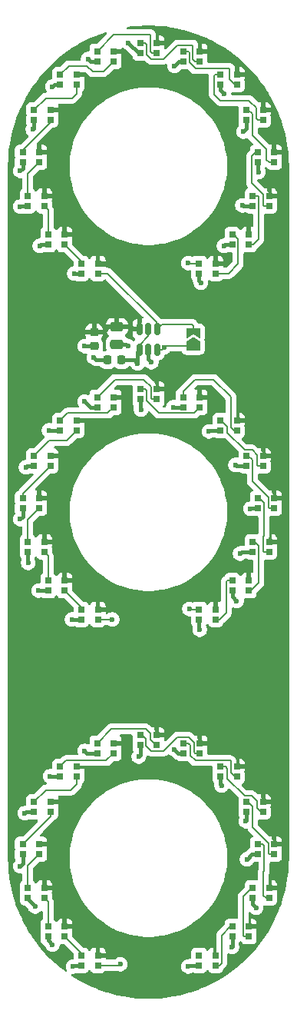
<source format=gbr>
%TF.GenerationSoftware,KiCad,Pcbnew,9.0.0*%
%TF.CreationDate,2025-03-15T09:27:42-04:00*%
%TF.ProjectId,cnc-hmi-encleds,636e632d-686d-4692-9d65-6e636c656473,rev?*%
%TF.SameCoordinates,Original*%
%TF.FileFunction,Copper,L1,Top*%
%TF.FilePolarity,Positive*%
%FSLAX46Y46*%
G04 Gerber Fmt 4.6, Leading zero omitted, Abs format (unit mm)*
G04 Created by KiCad (PCBNEW 9.0.0) date 2025-03-15 09:27:42*
%MOMM*%
%LPD*%
G01*
G04 APERTURE LIST*
G04 Aperture macros list*
%AMRoundRect*
0 Rectangle with rounded corners*
0 $1 Rounding radius*
0 $2 $3 $4 $5 $6 $7 $8 $9 X,Y pos of 4 corners*
0 Add a 4 corners polygon primitive as box body*
4,1,4,$2,$3,$4,$5,$6,$7,$8,$9,$2,$3,0*
0 Add four circle primitives for the rounded corners*
1,1,$1+$1,$2,$3*
1,1,$1+$1,$4,$5*
1,1,$1+$1,$6,$7*
1,1,$1+$1,$8,$9*
0 Add four rect primitives between the rounded corners*
20,1,$1+$1,$2,$3,$4,$5,0*
20,1,$1+$1,$4,$5,$6,$7,0*
20,1,$1+$1,$6,$7,$8,$9,0*
20,1,$1+$1,$8,$9,$2,$3,0*%
%AMFreePoly0*
4,1,6,1.000000,0.000000,0.500000,-0.750000,-0.500000,-0.750000,-0.500000,0.750000,0.500000,0.750000,1.000000,0.000000,1.000000,0.000000,$1*%
%AMFreePoly1*
4,1,6,0.500000,-0.750000,-0.650000,-0.750000,-0.150000,0.000000,-0.650000,0.750000,0.500000,0.750000,0.500000,-0.750000,0.500000,-0.750000,$1*%
G04 Aperture macros list end*
%TA.AperFunction,SMDPad,CuDef*%
%ADD10RoundRect,0.250000X-0.475000X0.250000X-0.475000X-0.250000X0.475000X-0.250000X0.475000X0.250000X0*%
%TD*%
%TA.AperFunction,SMDPad,CuDef*%
%ADD11RoundRect,0.225000X-0.250000X0.225000X-0.250000X-0.225000X0.250000X-0.225000X0.250000X0.225000X0*%
%TD*%
%TA.AperFunction,SMDPad,CuDef*%
%ADD12RoundRect,0.225000X0.225000X0.250000X-0.225000X0.250000X-0.225000X-0.250000X0.225000X-0.250000X0*%
%TD*%
%TA.AperFunction,SMDPad,CuDef*%
%ADD13R,0.700000X0.700000*%
%TD*%
%TA.AperFunction,SMDPad,CuDef*%
%ADD14FreePoly0,90.000000*%
%TD*%
%TA.AperFunction,SMDPad,CuDef*%
%ADD15FreePoly1,90.000000*%
%TD*%
%TA.AperFunction,SMDPad,CuDef*%
%ADD16RoundRect,0.150000X0.150000X-0.512500X0.150000X0.512500X-0.150000X0.512500X-0.150000X-0.512500X0*%
%TD*%
%TA.AperFunction,ViaPad*%
%ADD17C,0.600000*%
%TD*%
%TA.AperFunction,Conductor*%
%ADD18C,0.381000*%
%TD*%
%TA.AperFunction,Conductor*%
%ADD19C,0.200000*%
%TD*%
G04 APERTURE END LIST*
D10*
%TO.P,C3,1*%
%TO.N,+5V*%
X152527000Y-74742000D03*
%TO.P,C3,2*%
%TO.N,GND*%
X152527000Y-76642000D03*
%TD*%
D11*
%TO.P,C2,1*%
%TO.N,+5V*%
X150009800Y-75295800D03*
%TO.P,C2,2*%
%TO.N,GND*%
X150009800Y-76845800D03*
%TD*%
D12*
%TO.P,C1,1*%
%TO.N,+3V3*%
X153048000Y-78359000D03*
%TO.P,C1,2*%
%TO.N,GND*%
X151498000Y-78359000D03*
%TD*%
D13*
%TO.P,D45,1,DOUT*%
%TO.N,unconnected-(D45-DOUT-Pad1)*%
X161594800Y-143929130D03*
%TO.P,D45,2,VSS*%
%TO.N,GND*%
X161594800Y-145029130D03*
%TO.P,D45,3,DIN*%
%TO.N,Net-(D44-DOUT)*%
X163424800Y-145029130D03*
%TO.P,D45,4,VDD*%
%TO.N,+5V*%
X163424800Y-143929130D03*
%TD*%
%TO.P,D1,1,DOUT*%
%TO.N,Net-(D1-DOUT)*%
X148594800Y-67729130D03*
%TO.P,D1,2,VSS*%
%TO.N,GND*%
X148594800Y-68829130D03*
%TO.P,D1,3,DIN*%
%TO.N,/DOUT_5V*%
X150424800Y-68829130D03*
%TO.P,D1,4,VDD*%
%TO.N,+5V*%
X150424800Y-67729130D03*
%TD*%
%TO.P,D4,1,DOUT*%
%TO.N,Net-(D4-DOUT)*%
X142131151Y-55499309D03*
%TO.P,D4,2,VSS*%
%TO.N,GND*%
X142131151Y-56599309D03*
%TO.P,D4,3,DIN*%
%TO.N,Net-(D3-DOUT)*%
X143961151Y-56599309D03*
%TO.P,D4,4,VDD*%
%TO.N,+5V*%
X143961151Y-55499309D03*
%TD*%
%TO.P,D23,1,DOUT*%
%TO.N,Net-(D23-DOUT)*%
X155094800Y-81570800D03*
%TO.P,D23,2,VSS*%
%TO.N,GND*%
X155094800Y-82670800D03*
%TO.P,D23,3,DIN*%
%TO.N,Net-(D22-DOUT)*%
X156924800Y-82670800D03*
%TO.P,D23,4,VDD*%
%TO.N,+5V*%
X156924800Y-81570800D03*
%TD*%
%TO.P,D40,1,DOUT*%
%TO.N,Net-(D40-DOUT)*%
X163937046Y-123141126D03*
%TO.P,D40,2,VSS*%
%TO.N,GND*%
X163937046Y-124241126D03*
%TO.P,D40,3,DIN*%
%TO.N,Net-(D39-DOUT)*%
X165767046Y-124241126D03*
%TO.P,D40,4,VDD*%
%TO.N,+5V*%
X165767046Y-123141126D03*
%TD*%
%TO.P,D21,1,DOUT*%
%TO.N,Net-(D21-DOUT)*%
X146252554Y-85041126D03*
%TO.P,D21,2,VSS*%
%TO.N,GND*%
X146252554Y-86141126D03*
%TO.P,D21,3,DIN*%
%TO.N,Net-(D20-DOUT)*%
X148082554Y-86141126D03*
%TO.P,D21,4,VDD*%
%TO.N,+5V*%
X148082554Y-85041126D03*
%TD*%
%TO.P,D2,1,DOUT*%
%TO.N,Net-(D2-DOUT)*%
X144930991Y-64576167D03*
%TO.P,D2,2,VSS*%
%TO.N,GND*%
X144930991Y-65676167D03*
%TO.P,D2,3,DIN*%
%TO.N,Net-(D1-DOUT)*%
X146760991Y-65676167D03*
%TO.P,D2,4,VDD*%
%TO.N,+5V*%
X146760991Y-64576167D03*
%TD*%
%TO.P,D35,1,DOUT*%
%TO.N,Net-(D35-DOUT)*%
X143382205Y-127030311D03*
%TO.P,D35,2,VSS*%
%TO.N,GND*%
X143382205Y-128130311D03*
%TO.P,D35,3,DIN*%
%TO.N,Net-(D34-DOUT)*%
X145212205Y-128130311D03*
%TO.P,D35,4,VDD*%
%TO.N,+5V*%
X145212205Y-127030311D03*
%TD*%
%TO.P,D44,1,DOUT*%
%TO.N,Net-(D44-DOUT)*%
X165258609Y-140776167D03*
%TO.P,D44,2,VSS*%
%TO.N,GND*%
X165258609Y-141876167D03*
%TO.P,D44,3,DIN*%
%TO.N,Net-(D43-DOUT)*%
X167088609Y-141876167D03*
%TO.P,D44,4,VDD*%
%TO.N,+5V*%
X167088609Y-140776167D03*
%TD*%
%TO.P,D43,1,DOUT*%
%TO.N,Net-(D43-DOUT)*%
X167517246Y-136502617D03*
%TO.P,D43,2,VSS*%
%TO.N,GND*%
X167517246Y-137602617D03*
%TO.P,D43,3,DIN*%
%TO.N,Net-(D42-DOUT)*%
X169347246Y-137602617D03*
%TO.P,D43,4,VDD*%
%TO.N,+5V*%
X169347246Y-136502617D03*
%TD*%
%TO.P,D15,1,DOUT*%
%TO.N,Net-(D15-DOUT)*%
X161594800Y-67729130D03*
%TO.P,D15,2,VSS*%
%TO.N,GND*%
X161594800Y-68829130D03*
%TO.P,D15,3,DIN*%
%TO.N,Net-(D14-DOUT)*%
X163424800Y-68829130D03*
%TO.P,D15,4,VDD*%
%TO.N,+5V*%
X163424800Y-67729130D03*
%TD*%
%TO.P,D3,1,DOUT*%
%TO.N,Net-(D3-DOUT)*%
X142672354Y-60302617D03*
%TO.P,D3,2,VSS*%
%TO.N,GND*%
X142672354Y-61402617D03*
%TO.P,D3,3,DIN*%
%TO.N,Net-(D2-DOUT)*%
X144502354Y-61402617D03*
%TO.P,D3,4,VDD*%
%TO.N,+5V*%
X144502354Y-60302617D03*
%TD*%
%TO.P,D36,1,DOUT*%
%TO.N,Net-(D36-DOUT)*%
X146252554Y-123141126D03*
%TO.P,D36,2,VSS*%
%TO.N,GND*%
X146252554Y-124241126D03*
%TO.P,D36,3,DIN*%
%TO.N,Net-(D35-DOUT)*%
X148082554Y-124241126D03*
%TO.P,D36,4,VDD*%
%TO.N,+5V*%
X148082554Y-123141126D03*
%TD*%
%TO.P,D8,1,DOUT*%
%TO.N,Net-(D8-DOUT)*%
X155094800Y-43470800D03*
%TO.P,D8,2,VSS*%
%TO.N,GND*%
X155094800Y-44570800D03*
%TO.P,D8,3,DIN*%
%TO.N,Net-(D7-DOUT)*%
X156924800Y-44570800D03*
%TO.P,D8,4,VDD*%
%TO.N,+5V*%
X156924800Y-43470800D03*
%TD*%
%TO.P,D41,1,DOUT*%
%TO.N,Net-(D41-DOUT)*%
X166807395Y-127030311D03*
%TO.P,D41,2,VSS*%
%TO.N,GND*%
X166807395Y-128130311D03*
%TO.P,D41,3,DIN*%
%TO.N,Net-(D40-DOUT)*%
X168637395Y-128130311D03*
%TO.P,D41,4,VDD*%
%TO.N,+5V*%
X168637395Y-127030311D03*
%TD*%
%TO.P,D28,1,DOUT*%
%TO.N,Net-(D28-DOUT)*%
X167517246Y-98402617D03*
%TO.P,D28,2,VSS*%
%TO.N,GND*%
X167517246Y-99502617D03*
%TO.P,D28,3,DIN*%
%TO.N,Net-(D27-DOUT)*%
X169347246Y-99502617D03*
%TO.P,D28,4,VDD*%
%TO.N,+5V*%
X169347246Y-98402617D03*
%TD*%
%TO.P,D14,1,DOUT*%
%TO.N,Net-(D14-DOUT)*%
X165258609Y-64576167D03*
%TO.P,D14,2,VSS*%
%TO.N,GND*%
X165258609Y-65676167D03*
%TO.P,D14,3,DIN*%
%TO.N,Net-(D13-DOUT)*%
X167088609Y-65676167D03*
%TO.P,D14,4,VDD*%
%TO.N,+5V*%
X167088609Y-64576167D03*
%TD*%
%TO.P,D34,1,DOUT*%
%TO.N,Net-(D34-DOUT)*%
X142131151Y-131699309D03*
%TO.P,D34,2,VSS*%
%TO.N,GND*%
X142131151Y-132799309D03*
%TO.P,D34,3,DIN*%
%TO.N,Net-(D33-DOUT)*%
X143961151Y-132799309D03*
%TO.P,D34,4,VDD*%
%TO.N,+5V*%
X143961151Y-131699309D03*
%TD*%
%TO.P,D18,1,DOUT*%
%TO.N,Net-(D18-DOUT)*%
X142672354Y-98402617D03*
%TO.P,D18,2,VSS*%
%TO.N,GND*%
X142672354Y-99502617D03*
%TO.P,D18,3,DIN*%
%TO.N,Net-(D17-DOUT)*%
X144502354Y-99502617D03*
%TO.P,D18,4,VDD*%
%TO.N,+5V*%
X144502354Y-98402617D03*
%TD*%
%TO.P,D31,1,DOUT*%
%TO.N,Net-(D31-DOUT)*%
X148594800Y-143929130D03*
%TO.P,D31,2,VSS*%
%TO.N,GND*%
X148594800Y-145029130D03*
%TO.P,D31,3,DIN*%
%TO.N,Net-(D30-DOUT)*%
X150424800Y-145029130D03*
%TO.P,D31,4,VDD*%
%TO.N,+5V*%
X150424800Y-143929130D03*
%TD*%
%TO.P,D16,1,DOUT*%
%TO.N,Net-(D16-DOUT)*%
X148594800Y-105829130D03*
%TO.P,D16,2,VSS*%
%TO.N,GND*%
X148594800Y-106929130D03*
%TO.P,D16,3,DIN*%
%TO.N,Net-(D15-DOUT)*%
X150424800Y-106929130D03*
%TO.P,D16,4,VDD*%
%TO.N,+5V*%
X150424800Y-105829130D03*
%TD*%
%TO.P,D37,1,DOUT*%
%TO.N,Net-(D37-DOUT)*%
X150345367Y-120569441D03*
%TO.P,D37,2,VSS*%
%TO.N,GND*%
X150345367Y-121669441D03*
%TO.P,D37,3,DIN*%
%TO.N,Net-(D36-DOUT)*%
X152175367Y-121669441D03*
%TO.P,D37,4,VDD*%
%TO.N,+5V*%
X152175367Y-120569441D03*
%TD*%
%TO.P,D6,1,DOUT*%
%TO.N,Net-(D6-DOUT)*%
X146252554Y-46941126D03*
%TO.P,D6,2,VSS*%
%TO.N,GND*%
X146252554Y-48041126D03*
%TO.P,D6,3,DIN*%
%TO.N,Net-(D5-DOUT)*%
X148082554Y-48041126D03*
%TO.P,D6,4,VDD*%
%TO.N,+5V*%
X148082554Y-46941126D03*
%TD*%
%TO.P,D24,1,DOUT*%
%TO.N,Net-(D24-DOUT)*%
X159844233Y-82469441D03*
%TO.P,D24,2,VSS*%
%TO.N,GND*%
X159844233Y-83569441D03*
%TO.P,D24,3,DIN*%
%TO.N,Net-(D23-DOUT)*%
X161674233Y-83569441D03*
%TO.P,D24,4,VDD*%
%TO.N,+5V*%
X161674233Y-82469441D03*
%TD*%
D14*
%TO.P,JP1,1,A*%
%TO.N,/DOUT_3V3*%
X160946000Y-76798000D03*
D15*
%TO.P,JP1,2,B*%
%TO.N,/DOUT_5V*%
X160946000Y-75348000D03*
%TD*%
D13*
%TO.P,D39,1,DOUT*%
%TO.N,Net-(D39-DOUT)*%
X159844233Y-120569441D03*
%TO.P,D39,2,VSS*%
%TO.N,GND*%
X159844233Y-121669441D03*
%TO.P,D39,3,DIN*%
%TO.N,Net-(D38-DOUT)*%
X161674233Y-121669441D03*
%TO.P,D39,4,VDD*%
%TO.N,+5V*%
X161674233Y-120569441D03*
%TD*%
%TO.P,D12,1,DOUT*%
%TO.N,Net-(D12-DOUT)*%
X168058449Y-55499309D03*
%TO.P,D12,2,VSS*%
%TO.N,GND*%
X168058449Y-56599309D03*
%TO.P,D12,3,DIN*%
%TO.N,Net-(D11-DOUT)*%
X169888449Y-56599309D03*
%TO.P,D12,4,VDD*%
%TO.N,+5V*%
X169888449Y-55499309D03*
%TD*%
%TO.P,D9,1,DOUT*%
%TO.N,Net-(D10-DIN)*%
X159844233Y-44369441D03*
%TO.P,D9,2,VSS*%
%TO.N,GND*%
X159844233Y-45469441D03*
%TO.P,D9,3,DIN*%
%TO.N,Net-(D8-DOUT)*%
X161674233Y-45469441D03*
%TO.P,D9,4,VDD*%
%TO.N,+5V*%
X161674233Y-44369441D03*
%TD*%
%TO.P,D30,1,DOUT*%
%TO.N,Net-(D30-DOUT)*%
X161594800Y-105829130D03*
%TO.P,D30,2,VSS*%
%TO.N,GND*%
X161594800Y-106929130D03*
%TO.P,D30,3,DIN*%
%TO.N,Net-(D29-DOUT)*%
X163424800Y-106929130D03*
%TO.P,D30,4,VDD*%
%TO.N,+5V*%
X163424800Y-105829130D03*
%TD*%
%TO.P,D25,1,DOUT*%
%TO.N,Net-(D25-DOUT)*%
X163937046Y-85041126D03*
%TO.P,D25,2,VSS*%
%TO.N,GND*%
X163937046Y-86141126D03*
%TO.P,D25,3,DIN*%
%TO.N,Net-(D24-DOUT)*%
X165767046Y-86141126D03*
%TO.P,D25,4,VDD*%
%TO.N,+5V*%
X165767046Y-85041126D03*
%TD*%
D16*
%TO.P,U1,1,VCCA*%
%TO.N,+3V3*%
X155059800Y-77218300D03*
%TO.P,U1,2,GND*%
%TO.N,GND*%
X156009800Y-77218300D03*
%TO.P,U1,3,A*%
%TO.N,/DOUT_3V3*%
X156959800Y-77218300D03*
%TO.P,U1,4,B*%
%TO.N,/DOUT_5V*%
X156959800Y-74943300D03*
%TO.P,U1,5,DIR*%
%TO.N,+3V3*%
X156009800Y-74943300D03*
%TO.P,U1,6,VCCB*%
%TO.N,+5V*%
X155059800Y-74943300D03*
%TD*%
D13*
%TO.P,D7,1,DOUT*%
%TO.N,Net-(D7-DOUT)*%
X150345367Y-44369441D03*
%TO.P,D7,2,VSS*%
%TO.N,GND*%
X150345367Y-45469441D03*
%TO.P,D7,3,DIN*%
%TO.N,Net-(D6-DOUT)*%
X152175367Y-45469441D03*
%TO.P,D7,4,VDD*%
%TO.N,+5V*%
X152175367Y-44369441D03*
%TD*%
%TO.P,D32,1,DOUT*%
%TO.N,Net-(D32-DOUT)*%
X144930991Y-140776167D03*
%TO.P,D32,2,VSS*%
%TO.N,GND*%
X144930991Y-141876167D03*
%TO.P,D32,3,DIN*%
%TO.N,Net-(D31-DOUT)*%
X146760991Y-141876167D03*
%TO.P,D32,4,VDD*%
%TO.N,+5V*%
X146760991Y-140776167D03*
%TD*%
%TO.P,D20,1,DOUT*%
%TO.N,Net-(D20-DOUT)*%
X143382205Y-88930311D03*
%TO.P,D20,2,VSS*%
%TO.N,GND*%
X143382205Y-90030311D03*
%TO.P,D20,3,DIN*%
%TO.N,Net-(D19-DOUT)*%
X145212205Y-90030311D03*
%TO.P,D20,4,VDD*%
%TO.N,+5V*%
X145212205Y-88930311D03*
%TD*%
%TO.P,D27,1,DOUT*%
%TO.N,Net-(D27-DOUT)*%
X168058449Y-93599309D03*
%TO.P,D27,2,VSS*%
%TO.N,GND*%
X168058449Y-94699309D03*
%TO.P,D27,3,DIN*%
%TO.N,Net-(D26-DOUT)*%
X169888449Y-94699309D03*
%TO.P,D27,4,VDD*%
%TO.N,+5V*%
X169888449Y-93599309D03*
%TD*%
%TO.P,D33,1,DOUT*%
%TO.N,Net-(D33-DOUT)*%
X142672354Y-136502617D03*
%TO.P,D33,2,VSS*%
%TO.N,GND*%
X142672354Y-137602617D03*
%TO.P,D33,3,DIN*%
%TO.N,Net-(D32-DOUT)*%
X144502354Y-137602617D03*
%TO.P,D33,4,VDD*%
%TO.N,+5V*%
X144502354Y-136502617D03*
%TD*%
%TO.P,D38,1,DOUT*%
%TO.N,Net-(D38-DOUT)*%
X155094800Y-119670800D03*
%TO.P,D38,2,VSS*%
%TO.N,GND*%
X155094800Y-120770800D03*
%TO.P,D38,3,DIN*%
%TO.N,Net-(D37-DOUT)*%
X156924800Y-120770800D03*
%TO.P,D38,4,VDD*%
%TO.N,+5V*%
X156924800Y-119670800D03*
%TD*%
%TO.P,D17,1,DOUT*%
%TO.N,Net-(D17-DOUT)*%
X144930991Y-102676167D03*
%TO.P,D17,2,VSS*%
%TO.N,GND*%
X144930991Y-103776167D03*
%TO.P,D17,3,DIN*%
%TO.N,Net-(D16-DOUT)*%
X146760991Y-103776167D03*
%TO.P,D17,4,VDD*%
%TO.N,+5V*%
X146760991Y-102676167D03*
%TD*%
%TO.P,D13,1,DOUT*%
%TO.N,Net-(D13-DOUT)*%
X167517246Y-60302617D03*
%TO.P,D13,2,VSS*%
%TO.N,GND*%
X167517246Y-61402617D03*
%TO.P,D13,3,DIN*%
%TO.N,Net-(D12-DOUT)*%
X169347246Y-61402617D03*
%TO.P,D13,4,VDD*%
%TO.N,+5V*%
X169347246Y-60302617D03*
%TD*%
%TO.P,D5,1,DOUT*%
%TO.N,Net-(D5-DOUT)*%
X143382205Y-50830311D03*
%TO.P,D5,2,VSS*%
%TO.N,GND*%
X143382205Y-51930311D03*
%TO.P,D5,3,DIN*%
%TO.N,Net-(D4-DOUT)*%
X145212205Y-51930311D03*
%TO.P,D5,4,VDD*%
%TO.N,+5V*%
X145212205Y-50830311D03*
%TD*%
%TO.P,D42,1,DOUT*%
%TO.N,Net-(D42-DOUT)*%
X168058449Y-131699309D03*
%TO.P,D42,2,VSS*%
%TO.N,GND*%
X168058449Y-132799309D03*
%TO.P,D42,3,DIN*%
%TO.N,Net-(D41-DOUT)*%
X169888449Y-132799309D03*
%TO.P,D42,4,VDD*%
%TO.N,+5V*%
X169888449Y-131699309D03*
%TD*%
%TO.P,D19,1,DOUT*%
%TO.N,Net-(D19-DOUT)*%
X142131151Y-93599309D03*
%TO.P,D19,2,VSS*%
%TO.N,GND*%
X142131151Y-94699309D03*
%TO.P,D19,3,DIN*%
%TO.N,Net-(D18-DOUT)*%
X143961151Y-94699309D03*
%TO.P,D19,4,VDD*%
%TO.N,+5V*%
X143961151Y-93599309D03*
%TD*%
%TO.P,D10,1,DOUT*%
%TO.N,Net-(D10-DOUT)*%
X163937046Y-46941126D03*
%TO.P,D10,2,VSS*%
%TO.N,GND*%
X163937046Y-48041126D03*
%TO.P,D10,3,DIN*%
%TO.N,Net-(D10-DIN)*%
X165767046Y-48041126D03*
%TO.P,D10,4,VDD*%
%TO.N,+5V*%
X165767046Y-46941126D03*
%TD*%
%TO.P,D29,1,DOUT*%
%TO.N,Net-(D29-DOUT)*%
X165258609Y-102676167D03*
%TO.P,D29,2,VSS*%
%TO.N,GND*%
X165258609Y-103776167D03*
%TO.P,D29,3,DIN*%
%TO.N,Net-(D28-DOUT)*%
X167088609Y-103776167D03*
%TO.P,D29,4,VDD*%
%TO.N,+5V*%
X167088609Y-102676167D03*
%TD*%
%TO.P,D11,1,DOUT*%
%TO.N,Net-(D11-DOUT)*%
X166807395Y-50830311D03*
%TO.P,D11,2,VSS*%
%TO.N,GND*%
X166807395Y-51930311D03*
%TO.P,D11,3,DIN*%
%TO.N,Net-(D10-DOUT)*%
X168637395Y-51930311D03*
%TO.P,D11,4,VDD*%
%TO.N,+5V*%
X168637395Y-50830311D03*
%TD*%
%TO.P,D26,1,DOUT*%
%TO.N,Net-(D26-DOUT)*%
X166807395Y-88930311D03*
%TO.P,D26,2,VSS*%
%TO.N,GND*%
X166807395Y-90030311D03*
%TO.P,D26,3,DIN*%
%TO.N,Net-(D25-DOUT)*%
X168637395Y-90030311D03*
%TO.P,D26,4,VDD*%
%TO.N,+5V*%
X168637395Y-88930311D03*
%TD*%
%TO.P,D22,1,DOUT*%
%TO.N,Net-(D22-DOUT)*%
X150345367Y-82469441D03*
%TO.P,D22,2,VSS*%
%TO.N,GND*%
X150345367Y-83569441D03*
%TO.P,D22,3,DIN*%
%TO.N,Net-(D21-DOUT)*%
X152175367Y-83569441D03*
%TO.P,D22,4,VDD*%
%TO.N,+5V*%
X152175367Y-82469441D03*
%TD*%
D17*
%TO.N,GND*%
X153756417Y-76862025D03*
X148971000Y-76835000D03*
X149987000Y-78105000D03*
X141859000Y-134112000D03*
X158877000Y-45974000D03*
X147701000Y-145161000D03*
X156337000Y-78613000D03*
X143891000Y-103759000D03*
X141859000Y-57531000D03*
X158750000Y-83566000D03*
X153797000Y-43434000D03*
X148971000Y-82931000D03*
X145415000Y-48260000D03*
X166116000Y-99695000D03*
X144018000Y-65786000D03*
X167259000Y-94742000D03*
X141859000Y-95885000D03*
X166370000Y-61341000D03*
X164338000Y-49022000D03*
X154940000Y-122047000D03*
X143510000Y-138557000D03*
X168148000Y-57658000D03*
X165735000Y-104902000D03*
X160401000Y-145161000D03*
X166751000Y-129159000D03*
X161671000Y-108077000D03*
X164084000Y-125222000D03*
X142494000Y-90170000D03*
X141859000Y-61468000D03*
X166878000Y-133350000D03*
X164338000Y-65786000D03*
X145034000Y-86106000D03*
X165227000Y-143002000D03*
X155194000Y-83820000D03*
X145415000Y-142748000D03*
X142748000Y-100711000D03*
X142367000Y-128270000D03*
X158877000Y-121285000D03*
X166497000Y-53213000D03*
X167894000Y-138684000D03*
X148971000Y-121412000D03*
X149352000Y-45212000D03*
X165608000Y-89916000D03*
X145161000Y-124206000D03*
X147574000Y-106934000D03*
X162687000Y-86233000D03*
X143256000Y-52959000D03*
X161798000Y-69850000D03*
X147828000Y-68834000D03*
%TO.N,+5V*%
X153035000Y-67818000D03*
%TO.N,Net-(D15-DOUT)*%
X152019000Y-106934000D03*
X160401000Y-67691000D03*
%TO.N,Net-(D30-DOUT)*%
X152908000Y-144907000D03*
X160528000Y-105791000D03*
%TO.N,+3V3*%
X154813000Y-78740000D03*
%TO.N,/DOUT_3V3*%
X157734000Y-76962000D03*
%TD*%
D18*
%TO.N,GND*%
X153536392Y-76642000D02*
X153756417Y-76862025D01*
X152527000Y-76642000D02*
X153536392Y-76642000D01*
X148981800Y-76845800D02*
X148971000Y-76835000D01*
X150009800Y-76845800D02*
X148981800Y-76845800D01*
X150241000Y-78359000D02*
X149987000Y-78105000D01*
X151498000Y-78359000D02*
X150241000Y-78359000D01*
%TO.N,+3V3*%
X153048000Y-78359000D02*
X154432000Y-78359000D01*
X154432000Y-78359000D02*
X154813000Y-78740000D01*
%TO.N,+5V*%
X154117000Y-74742000D02*
X152527000Y-74742000D01*
X154318300Y-74943300D02*
X154117000Y-74742000D01*
X155059800Y-74943300D02*
X154318300Y-74943300D01*
X151572000Y-74742000D02*
X152527000Y-74742000D01*
X150009800Y-75295800D02*
X151018200Y-75295800D01*
X151018200Y-75295800D02*
X151572000Y-74742000D01*
D19*
%TO.N,Net-(D1-DOUT)*%
X148594800Y-67509976D02*
X146760991Y-65676167D01*
X148594800Y-67729130D02*
X148594800Y-67509976D01*
D18*
%TO.N,GND*%
X166308383Y-99502617D02*
X166116000Y-99695000D01*
X148594800Y-145029130D02*
X147832870Y-145029130D01*
X168058449Y-56599309D02*
X168058449Y-57568449D01*
X168058449Y-132799309D02*
X167428691Y-132799309D01*
X146252554Y-86141126D02*
X145069126Y-86141126D01*
X166807395Y-128130311D02*
X166807395Y-129102605D01*
X150345367Y-83569441D02*
X149609441Y-83569441D01*
X163937046Y-48041126D02*
X163937046Y-48621046D01*
X149609441Y-83569441D02*
X148971000Y-82931000D01*
X147832870Y-68829130D02*
X147828000Y-68834000D01*
X165258609Y-141876167D02*
X165258609Y-142970391D01*
X150345367Y-45469441D02*
X149609441Y-45469441D01*
X161594800Y-69646800D02*
X161798000Y-69850000D01*
X165258609Y-103776167D02*
X165258609Y-104425609D01*
X159844233Y-45469441D02*
X159381559Y-45469441D01*
X149228441Y-121669441D02*
X148971000Y-121412000D01*
X167517246Y-61402617D02*
X166431617Y-61402617D01*
X161594800Y-106929130D02*
X161594800Y-108000800D01*
X142672354Y-61402617D02*
X141924383Y-61402617D01*
X142131151Y-132799309D02*
X142131151Y-133839849D01*
X165722311Y-90030311D02*
X165608000Y-89916000D01*
X145069126Y-86141126D02*
X145034000Y-86106000D01*
X168058449Y-57568449D02*
X168148000Y-57658000D01*
X166807395Y-52902605D02*
X166497000Y-53213000D01*
X167517246Y-138307246D02*
X167894000Y-138684000D01*
X156009800Y-77218300D02*
X156009800Y-78285800D01*
X144930991Y-103776167D02*
X143908167Y-103776167D01*
X142672354Y-137602617D02*
X142672354Y-137719354D01*
X159381559Y-45469441D02*
X158877000Y-45974000D01*
X143382205Y-52832795D02*
X143256000Y-52959000D01*
X164447833Y-65676167D02*
X164338000Y-65786000D01*
X142131151Y-133839849D02*
X141859000Y-134112000D01*
X163937046Y-86141126D02*
X162778874Y-86141126D01*
X144127833Y-65676167D02*
X144018000Y-65786000D01*
X156009800Y-78285800D02*
X156337000Y-78613000D01*
X165258609Y-104425609D02*
X165735000Y-104902000D01*
X155094800Y-82670800D02*
X155094800Y-83720800D01*
X145633874Y-48041126D02*
X145415000Y-48260000D01*
X161594800Y-145029130D02*
X160532870Y-145029130D01*
X142672354Y-99502617D02*
X142672354Y-100635354D01*
X143908167Y-103776167D02*
X143891000Y-103759000D01*
X165258609Y-65676167D02*
X164447833Y-65676167D01*
X154933800Y-44570800D02*
X153797000Y-43434000D01*
X166807395Y-90030311D02*
X165722311Y-90030311D01*
X144930991Y-65676167D02*
X144127833Y-65676167D01*
X162778874Y-86141126D02*
X162687000Y-86233000D01*
X150345367Y-121669441D02*
X149228441Y-121669441D01*
X166431617Y-61402617D02*
X166370000Y-61341000D01*
X145196126Y-124241126D02*
X145161000Y-124206000D01*
X167428691Y-132799309D02*
X166878000Y-133350000D01*
X161594800Y-108000800D02*
X161671000Y-108077000D01*
X155094800Y-121892200D02*
X154940000Y-122047000D01*
X165258609Y-142970391D02*
X165227000Y-143002000D01*
X147578870Y-106929130D02*
X147574000Y-106934000D01*
X142131151Y-56599309D02*
X142131151Y-57258849D01*
X155094800Y-44570800D02*
X154933800Y-44570800D01*
X148594800Y-68829130D02*
X147832870Y-68829130D01*
X142672354Y-137719354D02*
X143510000Y-138557000D01*
X167517246Y-137602617D02*
X167517246Y-138307246D01*
X146252554Y-48041126D02*
X145633874Y-48041126D01*
X166807395Y-51930311D02*
X166807395Y-52902605D01*
X163937046Y-48621046D02*
X164338000Y-49022000D01*
X161594800Y-68829130D02*
X161594800Y-69646800D01*
X163937046Y-125075046D02*
X164084000Y-125222000D01*
X158753441Y-83569441D02*
X158750000Y-83566000D01*
X155094800Y-83720800D02*
X155194000Y-83820000D01*
X148594800Y-106929130D02*
X147578870Y-106929130D01*
X168058449Y-94699309D02*
X167301691Y-94699309D01*
X142131151Y-95612849D02*
X141859000Y-95885000D01*
X163937046Y-124241126D02*
X163937046Y-125075046D01*
X143382205Y-51930311D02*
X143382205Y-52832795D01*
X142506689Y-128130311D02*
X142367000Y-128270000D01*
X159261441Y-121669441D02*
X158877000Y-121285000D01*
X167517246Y-99502617D02*
X166308383Y-99502617D01*
X159844233Y-83569441D02*
X158753441Y-83569441D01*
X141924383Y-61402617D02*
X141859000Y-61468000D01*
X144930991Y-141876167D02*
X144930991Y-142263991D01*
X167301691Y-94699309D02*
X167259000Y-94742000D01*
X155094800Y-120770800D02*
X155094800Y-121892200D01*
X143382205Y-90030311D02*
X142633689Y-90030311D01*
X142672354Y-100635354D02*
X142748000Y-100711000D01*
X143382205Y-128130311D02*
X142506689Y-128130311D01*
X159844233Y-121669441D02*
X159261441Y-121669441D01*
X147832870Y-145029130D02*
X147701000Y-145161000D01*
X160532870Y-145029130D02*
X160401000Y-145161000D01*
X142131151Y-57258849D02*
X141859000Y-57531000D01*
X142131151Y-94699309D02*
X142131151Y-95612849D01*
X166807395Y-129102605D02*
X166751000Y-129159000D01*
X142633689Y-90030311D02*
X142494000Y-90170000D01*
X144930991Y-142263991D02*
X145415000Y-142748000D01*
X149609441Y-45469441D02*
X149352000Y-45212000D01*
X146252554Y-124241126D02*
X145196126Y-124241126D01*
%TO.N,+5V*%
X150513670Y-67818000D02*
X150424800Y-67729130D01*
X153035000Y-67818000D02*
X150513670Y-67818000D01*
D19*
%TO.N,Net-(D2-DOUT)*%
X144930991Y-64576167D02*
X144930991Y-61831254D01*
X144930991Y-61831254D02*
X144502354Y-61402617D01*
%TO.N,Net-(D3-DOUT)*%
X142672354Y-57888106D02*
X143961151Y-56599309D01*
X142672354Y-60302617D02*
X142672354Y-57888106D01*
%TO.N,Net-(D4-DOUT)*%
X145212205Y-52145795D02*
X145212205Y-51930311D01*
X142131151Y-55226849D02*
X145212205Y-52145795D01*
X142131151Y-55499309D02*
X142131151Y-55226849D01*
%TO.N,Net-(D5-DOUT)*%
X144682516Y-49530000D02*
X147574000Y-49530000D01*
X143382205Y-50830311D02*
X144682516Y-49530000D01*
X147574000Y-49530000D02*
X148082554Y-49021446D01*
X148082554Y-49021446D02*
X148082554Y-48041126D01*
%TO.N,Net-(D6-DOUT)*%
X149860000Y-46609000D02*
X151035808Y-46609000D01*
X146252554Y-46941126D02*
X147219680Y-45974000D01*
X147219680Y-45974000D02*
X149225000Y-45974000D01*
X149225000Y-45974000D02*
X149860000Y-46609000D01*
X151035808Y-46609000D02*
X152175367Y-45469441D01*
%TO.N,Net-(D7-DOUT)*%
X150345367Y-44369441D02*
X152169808Y-42545000D01*
X156210000Y-42545000D02*
X156210000Y-44406000D01*
X156210000Y-44406000D02*
X156374800Y-44570800D01*
X152169808Y-42545000D02*
X156210000Y-42545000D01*
X156374800Y-44570800D02*
X156924800Y-44570800D01*
%TO.N,Net-(D8-DOUT)*%
X159193233Y-43718441D02*
X160909000Y-43718441D01*
X155644800Y-43470800D02*
X155809000Y-43635000D01*
X157689874Y-45221800D02*
X159193233Y-43718441D01*
X160909000Y-45254208D02*
X161124233Y-45469441D01*
X160909000Y-43718441D02*
X160909000Y-45254208D01*
X155809000Y-43635000D02*
X155809000Y-44757000D01*
X161124233Y-45469441D02*
X161674233Y-45469441D01*
X156273800Y-45221800D02*
X157689874Y-45221800D01*
X155094800Y-43470800D02*
X155644800Y-43470800D01*
X155809000Y-44757000D02*
X156273800Y-45221800D01*
%TO.N,Net-(D10-DIN)*%
X161192918Y-46290126D02*
X164973000Y-46290126D01*
X160508000Y-44483208D02*
X160508000Y-45605208D01*
X160508000Y-45605208D02*
X161192918Y-46290126D01*
X165565046Y-48041126D02*
X165767046Y-48041126D01*
X164973000Y-46290126D02*
X164973000Y-47449080D01*
X160394233Y-44369441D02*
X160508000Y-44483208D01*
X159844233Y-44369441D02*
X160394233Y-44369441D01*
X164973000Y-47449080D02*
X165565046Y-48041126D01*
%TO.N,Net-(D10-DOUT)*%
X163286046Y-49113046D02*
X163957000Y-49784000D01*
X168087395Y-51930311D02*
X168637395Y-51930311D01*
X163937046Y-46941126D02*
X163387046Y-46941126D01*
X167063084Y-49784000D02*
X167894000Y-50614916D01*
X163286046Y-47042126D02*
X163286046Y-49113046D01*
X167894000Y-51736916D02*
X168087395Y-51930311D01*
X167894000Y-50614916D02*
X167894000Y-51736916D01*
X163387046Y-46941126D02*
X163286046Y-47042126D01*
X163957000Y-49784000D02*
X167063084Y-49784000D01*
%TO.N,Net-(D11-DOUT)*%
X167009395Y-50830311D02*
X167458395Y-51279311D01*
X166807395Y-50830311D02*
X167009395Y-50830311D01*
X167458395Y-51279311D02*
X167458395Y-53597255D01*
X167458395Y-53597255D02*
X169037000Y-55175860D01*
X169037000Y-56297860D02*
X169338449Y-56599309D01*
X169037000Y-55175860D02*
X169037000Y-56297860D01*
X169338449Y-56599309D02*
X169888449Y-56599309D01*
%TO.N,Net-(D12-DOUT)*%
X168797246Y-61402617D02*
X169347246Y-61402617D01*
X167407449Y-55948309D02*
X167407449Y-58890820D01*
X167407449Y-58890820D02*
X168696246Y-60179617D01*
X167856449Y-55499309D02*
X167407449Y-55948309D01*
X168696246Y-61301617D02*
X168797246Y-61402617D01*
X168058449Y-55499309D02*
X167856449Y-55499309D01*
X168696246Y-60179617D02*
X168696246Y-61301617D01*
%TO.N,Net-(D13-DOUT)*%
X168067246Y-60302617D02*
X168168246Y-60403617D01*
X168168246Y-60403617D02*
X168168246Y-65044246D01*
X167517246Y-60302617D02*
X168067246Y-60302617D01*
X168168246Y-65044246D02*
X167536325Y-65676167D01*
X167536325Y-65676167D02*
X167088609Y-65676167D01*
%TO.N,Net-(D14-DOUT)*%
X164850870Y-68829130D02*
X163424800Y-68829130D01*
X165909609Y-67770391D02*
X164850870Y-68829130D01*
X165460609Y-64576167D02*
X165909609Y-65025167D01*
X165909609Y-65025167D02*
X165909609Y-67770391D01*
X165258609Y-64576167D02*
X165460609Y-64576167D01*
%TO.N,Net-(D15-DOUT)*%
X161594800Y-67729130D02*
X160439130Y-67729130D01*
X150429670Y-106934000D02*
X150424800Y-106929130D01*
X160439130Y-67729130D02*
X160401000Y-67691000D01*
X152019000Y-106934000D02*
X150429670Y-106934000D01*
%TO.N,Net-(D16-DOUT)*%
X148594800Y-105609976D02*
X146760991Y-103776167D01*
X148594800Y-105829130D02*
X148594800Y-105609976D01*
%TO.N,Net-(D17-DOUT)*%
X144930991Y-102676167D02*
X144930991Y-99931254D01*
X144930991Y-99931254D02*
X144502354Y-99502617D01*
%TO.N,Net-(D18-DOUT)*%
X142672354Y-95988106D02*
X143961151Y-94699309D01*
X142672354Y-98402617D02*
X142672354Y-95988106D01*
%TO.N,Net-(D19-DOUT)*%
X142131151Y-93599309D02*
X142131151Y-93111365D01*
X142131151Y-93111365D02*
X145212205Y-90030311D01*
%TO.N,Net-(D20-DOUT)*%
X143382205Y-88930311D02*
X145063516Y-87249000D01*
X145063516Y-87249000D02*
X146974680Y-87249000D01*
X146974680Y-87249000D02*
X148082554Y-86141126D01*
%TO.N,Net-(D21-DOUT)*%
X147073239Y-84220441D02*
X151524367Y-84220441D01*
X146252554Y-85041126D02*
X147073239Y-84220441D01*
X151524367Y-84220441D02*
X152175367Y-83569441D01*
%TO.N,Net-(D22-DOUT)*%
X156374800Y-82670800D02*
X156924800Y-82670800D01*
X155448000Y-80518000D02*
X156273800Y-81343800D01*
X156273800Y-82569800D02*
X156374800Y-82670800D01*
X152296808Y-80518000D02*
X155448000Y-80518000D01*
X156273800Y-81343800D02*
X156273800Y-82569800D01*
X150345367Y-82469441D02*
X152296808Y-80518000D01*
%TO.N,Net-(D23-DOUT)*%
X155829000Y-82877000D02*
X157172441Y-84220441D01*
X161023233Y-84220441D02*
X161674233Y-83569441D01*
X157172441Y-84220441D02*
X161023233Y-84220441D01*
X155094800Y-81570800D02*
X155644800Y-81570800D01*
X155644800Y-81570800D02*
X155829000Y-81755000D01*
X155829000Y-81755000D02*
X155829000Y-82877000D01*
%TO.N,Net-(D24-DOUT)*%
X165116046Y-82439046D02*
X165116046Y-85811298D01*
X159844233Y-81836767D02*
X161163000Y-80518000D01*
X161163000Y-80518000D02*
X163195000Y-80518000D01*
X159844233Y-82469441D02*
X159844233Y-81836767D01*
X165116046Y-85811298D02*
X165445874Y-86141126D01*
X163195000Y-80518000D02*
X165116046Y-82439046D01*
X165445874Y-86141126D02*
X165767046Y-86141126D01*
%TO.N,Net-(D25-DOUT)*%
X163937046Y-85041126D02*
X164016000Y-85041126D01*
X167458395Y-88279311D02*
X167986395Y-88807311D01*
X167986395Y-88807311D02*
X167986395Y-89929311D01*
X167986395Y-89929311D02*
X168087395Y-90030311D01*
X164016000Y-85041126D02*
X164715046Y-85740172D01*
X164715046Y-86391126D02*
X166603231Y-88279311D01*
X168087395Y-90030311D02*
X168637395Y-90030311D01*
X164715046Y-85740172D02*
X164715046Y-86391126D01*
X166603231Y-88279311D02*
X167458395Y-88279311D01*
%TO.N,Net-(D26-DOUT)*%
X169237449Y-93476309D02*
X169237449Y-94598309D01*
X167458395Y-91697255D02*
X169237449Y-93476309D01*
X169237449Y-94598309D02*
X169338449Y-94699309D01*
X167009395Y-88930311D02*
X167458395Y-89379311D01*
X169338449Y-94699309D02*
X169888449Y-94699309D01*
X166807395Y-88930311D02*
X167009395Y-88930311D01*
X167458395Y-89379311D02*
X167458395Y-91697255D01*
%TO.N,Net-(D27-DOUT)*%
X168797246Y-99502617D02*
X169347246Y-99502617D01*
X168696246Y-97751617D02*
X168696246Y-99401617D01*
X168260449Y-93599309D02*
X168724515Y-94063375D01*
X168724515Y-94063375D02*
X168724515Y-97723348D01*
X168058449Y-93599309D02*
X168260449Y-93599309D01*
X168724515Y-97723348D02*
X168696246Y-97751617D01*
X168696246Y-99401617D02*
X168797246Y-99502617D01*
%TO.N,Net-(D28-DOUT)*%
X168168246Y-102898530D02*
X167290609Y-103776167D01*
X167517246Y-98402617D02*
X167719246Y-98402617D01*
X167290609Y-103776167D02*
X167088609Y-103776167D01*
X168168246Y-98851617D02*
X168168246Y-102898530D01*
X167719246Y-98402617D02*
X168168246Y-98851617D01*
%TO.N,Net-(D29-DOUT)*%
X164592000Y-106172000D02*
X163834870Y-106929130D01*
X164708609Y-102676167D02*
X164592000Y-102792776D01*
X164592000Y-102792776D02*
X164592000Y-106172000D01*
X165258609Y-102676167D02*
X164708609Y-102676167D01*
X163834870Y-106929130D02*
X163424800Y-106929130D01*
%TO.N,Net-(D30-DOUT)*%
X160566130Y-105829130D02*
X160528000Y-105791000D01*
X150424800Y-145029130D02*
X152785870Y-145029130D01*
X161594800Y-105829130D02*
X160566130Y-105829130D01*
X152785870Y-145029130D02*
X152908000Y-144907000D01*
%TO.N,Net-(D31-DOUT)*%
X148594800Y-143709976D02*
X146760991Y-141876167D01*
X148594800Y-143929130D02*
X148594800Y-143709976D01*
%TO.N,Net-(D32-DOUT)*%
X144930991Y-140776167D02*
X144930991Y-138031254D01*
X144930991Y-138031254D02*
X144502354Y-137602617D01*
%TO.N,Net-(D33-DOUT)*%
X142672354Y-136502617D02*
X142672354Y-134088106D01*
X142672354Y-134088106D02*
X143961151Y-132799309D01*
%TO.N,Net-(D34-DOUT)*%
X142131151Y-131699309D02*
X145212205Y-128618255D01*
X145212205Y-128618255D02*
X145212205Y-128130311D01*
%TO.N,Net-(D35-DOUT)*%
X148082554Y-125094446D02*
X148082554Y-124241126D01*
X147447000Y-125730000D02*
X148082554Y-125094446D01*
X143382205Y-127030311D02*
X144682516Y-125730000D01*
X144682516Y-125730000D02*
X147447000Y-125730000D01*
%TO.N,Net-(D36-DOUT)*%
X151354682Y-122490126D02*
X152175367Y-121669441D01*
X146252554Y-123141126D02*
X146903554Y-122490126D01*
X146903554Y-122490126D02*
X151354682Y-122490126D01*
%TO.N,Net-(D37-DOUT)*%
X150345367Y-120569441D02*
X151895008Y-119019800D01*
X156838800Y-120770800D02*
X156924800Y-120770800D01*
X155702000Y-119019800D02*
X156210000Y-119527800D01*
X156210000Y-120142000D02*
X156838800Y-120770800D01*
X151895008Y-119019800D02*
X155702000Y-119019800D01*
X156210000Y-119527800D02*
X156210000Y-120142000D01*
%TO.N,Net-(D38-DOUT)*%
X161023233Y-120523000D02*
X161023233Y-121568441D01*
X156273800Y-121421800D02*
X157689874Y-121421800D01*
X155094800Y-119670800D02*
X155296800Y-119670800D01*
X159193233Y-119918441D02*
X160418674Y-119918441D01*
X160418674Y-119918441D02*
X161023233Y-120523000D01*
X155745800Y-120893800D02*
X156273800Y-121421800D01*
X155745800Y-120119800D02*
X155745800Y-120893800D01*
X157689874Y-121421800D02*
X159193233Y-119918441D01*
X161023233Y-121568441D02*
X161124233Y-121669441D01*
X161124233Y-121669441D02*
X161674233Y-121669441D01*
X155296800Y-119670800D02*
X155745800Y-120119800D01*
%TO.N,Net-(D39-DOUT)*%
X165100000Y-122555000D02*
X165100000Y-123776080D01*
X161192918Y-122490126D02*
X165035126Y-122490126D01*
X160394233Y-120569441D02*
X160622233Y-120797441D01*
X160622233Y-121919441D02*
X161192918Y-122490126D01*
X165565046Y-124241126D02*
X165767046Y-124241126D01*
X165100000Y-123776080D02*
X165565046Y-124241126D01*
X159844233Y-120569441D02*
X160394233Y-120569441D01*
X165035126Y-122490126D02*
X165100000Y-122555000D01*
X160622233Y-120797441D02*
X160622233Y-121919441D01*
%TO.N,Net-(D40-DOUT)*%
X167986395Y-127681311D02*
X168435395Y-128130311D01*
X166603231Y-126379311D02*
X167400311Y-126379311D01*
X167986395Y-126965395D02*
X167986395Y-127681311D01*
X168435395Y-128130311D02*
X168637395Y-128130311D01*
X164699000Y-124475080D02*
X166603231Y-126379311D01*
X164487046Y-123141126D02*
X164699000Y-123353080D01*
X164699000Y-123353080D02*
X164699000Y-124475080D01*
X163937046Y-123141126D02*
X164487046Y-123141126D01*
X167400311Y-126379311D02*
X167986395Y-126965395D01*
%TO.N,Net-(D41-DOUT)*%
X167009395Y-127030311D02*
X167513000Y-127533916D01*
X169237449Y-131576309D02*
X169237449Y-132698309D01*
X169338449Y-132799309D02*
X169888449Y-132799309D01*
X169237449Y-132698309D02*
X169338449Y-132799309D01*
X166807395Y-127030311D02*
X167009395Y-127030311D01*
X167513000Y-129851860D02*
X169237449Y-131576309D01*
X167513000Y-127533916D02*
X167513000Y-129851860D01*
%TO.N,Net-(D42-DOUT)*%
X168783000Y-134636371D02*
X168696246Y-134723125D01*
X168696246Y-137327246D02*
X168971617Y-137602617D01*
X168608449Y-131699309D02*
X168783000Y-131873860D01*
X168783000Y-131873860D02*
X168783000Y-134636371D01*
X168971617Y-137602617D02*
X169347246Y-137602617D01*
X168058449Y-131699309D02*
X168608449Y-131699309D01*
X168696246Y-134723125D02*
X168696246Y-137327246D01*
%TO.N,Net-(D43-DOUT)*%
X166538609Y-141876167D02*
X167088609Y-141876167D01*
X167517246Y-136502617D02*
X167408383Y-136502617D01*
X166437609Y-141775167D02*
X166538609Y-141876167D01*
X166437609Y-137473391D02*
X166437609Y-141775167D01*
X167408383Y-136502617D02*
X166437609Y-137473391D01*
%TO.N,Net-(D44-DOUT)*%
X163825130Y-145029130D02*
X163424800Y-145029130D01*
X164075800Y-144778460D02*
X163825130Y-145029130D01*
X165056609Y-140776167D02*
X164075800Y-141756976D01*
X165258609Y-140776167D02*
X165056609Y-140776167D01*
X164075800Y-141756976D02*
X164075800Y-144778460D01*
%TO.N,/DOUT_5V*%
X160782000Y-74422000D02*
X160946000Y-74586000D01*
X151508129Y-68829130D02*
X150424800Y-68829130D01*
X156959800Y-74943300D02*
X156959800Y-74280801D01*
X156959800Y-74943300D02*
X157481100Y-74422000D01*
X160946000Y-74586000D02*
X160946000Y-75348000D01*
X157481100Y-74422000D02*
X160782000Y-74422000D01*
X156959800Y-74280801D02*
X151508129Y-68829130D01*
D18*
%TO.N,+3V3*%
X154813000Y-77465100D02*
X155059800Y-77218300D01*
D19*
X155059800Y-77218300D02*
X155059800Y-76715200D01*
X156009800Y-75765200D02*
X156009800Y-74943300D01*
X155059800Y-76715200D02*
X156009800Y-75765200D01*
D18*
X154813000Y-78740000D02*
X154813000Y-77465100D01*
D19*
%TO.N,/DOUT_3V3*%
X157898000Y-76798000D02*
X157734000Y-76962000D01*
X156959800Y-77218300D02*
X157477700Y-77218300D01*
X157477700Y-77218300D02*
X157734000Y-76962000D01*
X160946000Y-76798000D02*
X157898000Y-76798000D01*
%TD*%
%TA.AperFunction,Conductor*%
%TO.N,+5V*%
G36*
X156399298Y-41526271D02*
G01*
X157165023Y-41564487D01*
X157171123Y-41564944D01*
X157934006Y-41641281D01*
X157940111Y-41642047D01*
X158550125Y-41733992D01*
X158698208Y-41756312D01*
X158704299Y-41757386D01*
X159455747Y-41909295D01*
X159461712Y-41910656D01*
X160204715Y-42099847D01*
X160210640Y-42101514D01*
X160943247Y-42327494D01*
X160949076Y-42329452D01*
X161669515Y-42591670D01*
X161675232Y-42593914D01*
X162350853Y-42878713D01*
X162381693Y-42891713D01*
X162387328Y-42894256D01*
X162634775Y-43013420D01*
X163078060Y-43226894D01*
X163083536Y-43229702D01*
X163355479Y-43377794D01*
X163756839Y-43596363D01*
X163762189Y-43599452D01*
X164416372Y-43999214D01*
X164421518Y-44002538D01*
X165055005Y-44434442D01*
X165059998Y-44438032D01*
X165494710Y-44767314D01*
X165671102Y-44900926D01*
X165675936Y-44904780D01*
X165763790Y-44978498D01*
X166262699Y-45397132D01*
X166263249Y-45397593D01*
X166267878Y-45401680D01*
X166828011Y-45921408D01*
X166829844Y-45923108D01*
X166834265Y-45927419D01*
X166990688Y-46087792D01*
X167369578Y-46476250D01*
X167373783Y-46480782D01*
X167881059Y-47055594D01*
X167885033Y-47060330D01*
X168363032Y-47659723D01*
X168366765Y-47664652D01*
X168814278Y-48287104D01*
X168817761Y-48292212D01*
X169041860Y-48639185D01*
X169232773Y-48934776D01*
X169233705Y-48936218D01*
X169236923Y-48941485D01*
X169299275Y-49049481D01*
X169620248Y-49605424D01*
X169623205Y-49610854D01*
X169972951Y-50293057D01*
X169975634Y-50298627D01*
X170290955Y-50997451D01*
X170293356Y-51003149D01*
X170573433Y-51716774D01*
X170575548Y-51722584D01*
X170819718Y-52449317D01*
X170821540Y-52455225D01*
X171029172Y-53193197D01*
X171030698Y-53199188D01*
X171201295Y-53946623D01*
X171202520Y-53952684D01*
X171335643Y-54707662D01*
X171336565Y-54713775D01*
X171431897Y-55474493D01*
X171432512Y-55480646D01*
X171489802Y-56245133D01*
X171490110Y-56251308D01*
X171509261Y-57019236D01*
X171509300Y-57022327D01*
X171509300Y-133219272D01*
X171509261Y-133222363D01*
X171490110Y-133990291D01*
X171489802Y-133996466D01*
X171432512Y-134760953D01*
X171431897Y-134767106D01*
X171336565Y-135527824D01*
X171335643Y-135533937D01*
X171202520Y-136288915D01*
X171201295Y-136294976D01*
X171030698Y-137042411D01*
X171029172Y-137048402D01*
X170821540Y-137786374D01*
X170819718Y-137792282D01*
X170575548Y-138519015D01*
X170573433Y-138524825D01*
X170293356Y-139238450D01*
X170290955Y-139244148D01*
X169975634Y-139942972D01*
X169972951Y-139948542D01*
X169623205Y-140630745D01*
X169620248Y-140636175D01*
X169236929Y-141300105D01*
X169233705Y-141305381D01*
X168817761Y-141949387D01*
X168814278Y-141954495D01*
X168366765Y-142576947D01*
X168363032Y-142581876D01*
X167885033Y-143181269D01*
X167881059Y-143186005D01*
X167373783Y-143760817D01*
X167369578Y-143765349D01*
X166834271Y-144314174D01*
X166829844Y-144318491D01*
X166267884Y-144839914D01*
X166263249Y-144844006D01*
X165675936Y-145336819D01*
X165671102Y-145340673D01*
X165060011Y-145803557D01*
X165054991Y-145807167D01*
X164421542Y-146239046D01*
X164416348Y-146242400D01*
X163762193Y-146642145D01*
X163756839Y-146645236D01*
X163083550Y-147011890D01*
X163078047Y-147014711D01*
X162387328Y-147347343D01*
X162381693Y-147349886D01*
X161675251Y-147647677D01*
X161669495Y-147649936D01*
X160949092Y-147912141D01*
X160943232Y-147914110D01*
X160210653Y-148140081D01*
X160204701Y-148141756D01*
X159461743Y-148330936D01*
X159455715Y-148332311D01*
X158704297Y-148484213D01*
X158698208Y-148485287D01*
X157940126Y-148599550D01*
X157933991Y-148600319D01*
X157171155Y-148676652D01*
X157164990Y-148677114D01*
X156399299Y-148715328D01*
X156393118Y-148715482D01*
X155626482Y-148715482D01*
X155620301Y-148715328D01*
X154854609Y-148677114D01*
X154848444Y-148676652D01*
X154085608Y-148600319D01*
X154079473Y-148599550D01*
X153321391Y-148485287D01*
X153315302Y-148484213D01*
X152563884Y-148332311D01*
X152557856Y-148330936D01*
X151814898Y-148141756D01*
X151808946Y-148140081D01*
X151076367Y-147914110D01*
X151070507Y-147912141D01*
X150350104Y-147649936D01*
X150344348Y-147647677D01*
X149637906Y-147349886D01*
X149632271Y-147347343D01*
X148941552Y-147014711D01*
X148936049Y-147011890D01*
X148262760Y-146645236D01*
X148257406Y-146642145D01*
X148004255Y-146487448D01*
X147603238Y-146242391D01*
X147598057Y-146239045D01*
X147516128Y-146183186D01*
X147471826Y-146129157D01*
X147463768Y-146059754D01*
X147494511Y-145997011D01*
X147554295Y-145960850D01*
X147610173Y-145959116D01*
X147622157Y-145961500D01*
X147622158Y-145961500D01*
X147779844Y-145961500D01*
X147779845Y-145961499D01*
X147934497Y-145930737D01*
X148059593Y-145878920D01*
X148129062Y-145871452D01*
X148135567Y-145872807D01*
X148137310Y-145873218D01*
X148137317Y-145873221D01*
X148196927Y-145879630D01*
X148992672Y-145879629D01*
X149052283Y-145873221D01*
X149187131Y-145822926D01*
X149302346Y-145736676D01*
X149388596Y-145621461D01*
X149390486Y-145616394D01*
X149393618Y-145607998D01*
X149435488Y-145552064D01*
X149500953Y-145527646D01*
X149569226Y-145542497D01*
X149618632Y-145591902D01*
X149625982Y-145607998D01*
X149631001Y-145621456D01*
X149631006Y-145621465D01*
X149717252Y-145736674D01*
X149717255Y-145736677D01*
X149832464Y-145822923D01*
X149832471Y-145822927D01*
X149967317Y-145873221D01*
X149967316Y-145873221D01*
X149974244Y-145873965D01*
X150026927Y-145879630D01*
X150822672Y-145879629D01*
X150882283Y-145873221D01*
X151017131Y-145822926D01*
X151132346Y-145736676D01*
X151172279Y-145683333D01*
X151175285Y-145679318D01*
X151231219Y-145637448D01*
X151274551Y-145629630D01*
X152536111Y-145629630D01*
X152583563Y-145639069D01*
X152674498Y-145676735D01*
X152674503Y-145676737D01*
X152802227Y-145702143D01*
X152829153Y-145707499D01*
X152829156Y-145707500D01*
X152829158Y-145707500D01*
X152986844Y-145707500D01*
X152986845Y-145707499D01*
X153141497Y-145676737D01*
X153255224Y-145629630D01*
X153287172Y-145616397D01*
X153287172Y-145616396D01*
X153287179Y-145616394D01*
X153418289Y-145528789D01*
X153529789Y-145417289D01*
X153617394Y-145286179D01*
X153677737Y-145140497D01*
X153708500Y-144985842D01*
X153708500Y-144828158D01*
X153708500Y-144828155D01*
X153708499Y-144828153D01*
X153699283Y-144781821D01*
X153677737Y-144673503D01*
X153660238Y-144631257D01*
X153617397Y-144527827D01*
X153617390Y-144527814D01*
X153529789Y-144396711D01*
X153529786Y-144396707D01*
X153418292Y-144285213D01*
X153418288Y-144285210D01*
X153287185Y-144197609D01*
X153287172Y-144197602D01*
X153141501Y-144137264D01*
X153141489Y-144137261D01*
X152986845Y-144106500D01*
X152986842Y-144106500D01*
X152829158Y-144106500D01*
X152829155Y-144106500D01*
X152674510Y-144137261D01*
X152674498Y-144137264D01*
X152528827Y-144197602D01*
X152528814Y-144197609D01*
X152397711Y-144285210D01*
X152397707Y-144285213D01*
X152290610Y-144392311D01*
X152229287Y-144425796D01*
X152202929Y-144428630D01*
X151398800Y-144428630D01*
X151331761Y-144408945D01*
X151286006Y-144356141D01*
X151274800Y-144304630D01*
X151274800Y-144179130D01*
X150833967Y-144179130D01*
X150825988Y-144178702D01*
X150825983Y-144178808D01*
X150822679Y-144178630D01*
X150822673Y-144178630D01*
X150822666Y-144178630D01*
X150548800Y-144178630D01*
X150481761Y-144158945D01*
X150436006Y-144106141D01*
X150424800Y-144054630D01*
X150424800Y-143929130D01*
X150298800Y-143929130D01*
X150231761Y-143909445D01*
X150186006Y-143856641D01*
X150174800Y-143805130D01*
X150174800Y-143679130D01*
X150674800Y-143679130D01*
X151274800Y-143679130D01*
X151274800Y-143531302D01*
X151274799Y-143531285D01*
X151268398Y-143471757D01*
X151268396Y-143471750D01*
X151218154Y-143337043D01*
X151218150Y-143337036D01*
X151131990Y-143221942D01*
X151131987Y-143221939D01*
X151016893Y-143135779D01*
X151016886Y-143135775D01*
X150882179Y-143085533D01*
X150882172Y-143085531D01*
X150822644Y-143079130D01*
X150674800Y-143079130D01*
X150674800Y-143679130D01*
X150174800Y-143679130D01*
X150174800Y-143079130D01*
X150026955Y-143079130D01*
X149967427Y-143085531D01*
X149967420Y-143085533D01*
X149832713Y-143135775D01*
X149832706Y-143135779D01*
X149717612Y-143221939D01*
X149717609Y-143221942D01*
X149631449Y-143337036D01*
X149631446Y-143337042D01*
X149626247Y-143350981D01*
X149584374Y-143406913D01*
X149518909Y-143431328D01*
X149450636Y-143416475D01*
X149401232Y-143367068D01*
X149393883Y-143350975D01*
X149388596Y-143336799D01*
X149388593Y-143336794D01*
X149302347Y-143221585D01*
X149302344Y-143221582D01*
X149187135Y-143135336D01*
X149187128Y-143135332D01*
X149052282Y-143085038D01*
X149052283Y-143085038D01*
X148992683Y-143078631D01*
X148992681Y-143078630D01*
X148992673Y-143078630D01*
X148992665Y-143078630D01*
X148864052Y-143078630D01*
X148797013Y-143058945D01*
X148776371Y-143042311D01*
X147647809Y-141913749D01*
X147614324Y-141852426D01*
X147611490Y-141826068D01*
X147611490Y-141478296D01*
X147611489Y-141478290D01*
X147605082Y-141418684D01*
X147586471Y-141368785D01*
X147581486Y-141299094D01*
X147586471Y-141282116D01*
X147604588Y-141233542D01*
X147604589Y-141233539D01*
X147610990Y-141174011D01*
X147610991Y-141173994D01*
X147610991Y-141026167D01*
X147170158Y-141026167D01*
X147162179Y-141025739D01*
X147162174Y-141025845D01*
X147158870Y-141025667D01*
X147158864Y-141025667D01*
X147158857Y-141025667D01*
X146884991Y-141025667D01*
X146817952Y-141005982D01*
X146772197Y-140953178D01*
X146760991Y-140901667D01*
X146760991Y-140776167D01*
X146634991Y-140776167D01*
X146567952Y-140756482D01*
X146522197Y-140703678D01*
X146510991Y-140652167D01*
X146510991Y-140526167D01*
X147010991Y-140526167D01*
X147610991Y-140526167D01*
X147610991Y-140378339D01*
X147610990Y-140378322D01*
X147604589Y-140318794D01*
X147604587Y-140318787D01*
X147554345Y-140184080D01*
X147554341Y-140184073D01*
X147468181Y-140068979D01*
X147468178Y-140068976D01*
X147353084Y-139982816D01*
X147353077Y-139982812D01*
X147218370Y-139932570D01*
X147218363Y-139932568D01*
X147158835Y-139926167D01*
X147010991Y-139926167D01*
X147010991Y-140526167D01*
X146510991Y-140526167D01*
X146510991Y-139926167D01*
X146363146Y-139926167D01*
X146303618Y-139932568D01*
X146303611Y-139932570D01*
X146168904Y-139982812D01*
X146168897Y-139982816D01*
X146053803Y-140068976D01*
X146053800Y-140068979D01*
X145967640Y-140184073D01*
X145967637Y-140184079D01*
X145962438Y-140198018D01*
X145920565Y-140253950D01*
X145855100Y-140278365D01*
X145786827Y-140263512D01*
X145737423Y-140214105D01*
X145730074Y-140198012D01*
X145724787Y-140183836D01*
X145724784Y-140183831D01*
X145638539Y-140068624D01*
X145638537Y-140068621D01*
X145638533Y-140068618D01*
X145581179Y-140025682D01*
X145539309Y-139969748D01*
X145531491Y-139926416D01*
X145531491Y-137952198D01*
X145531490Y-137952194D01*
X145524940Y-137927746D01*
X145490568Y-137799469D01*
X145461630Y-137749349D01*
X145411511Y-137662538D01*
X145381003Y-137632030D01*
X145374484Y-137622493D01*
X145367117Y-137599808D01*
X145355687Y-137578876D01*
X145353394Y-137557553D01*
X145352903Y-137556040D01*
X145353136Y-137555152D01*
X145352853Y-137552518D01*
X145352853Y-137204746D01*
X145352852Y-137204740D01*
X145346445Y-137145134D01*
X145327834Y-137095235D01*
X145322849Y-137025544D01*
X145327834Y-137008566D01*
X145345951Y-136959992D01*
X145345952Y-136959989D01*
X145352353Y-136900461D01*
X145352354Y-136900444D01*
X145352354Y-136752617D01*
X144911521Y-136752617D01*
X144903542Y-136752189D01*
X144903537Y-136752295D01*
X144900233Y-136752117D01*
X144900227Y-136752117D01*
X144900220Y-136752117D01*
X144626354Y-136752117D01*
X144559315Y-136732432D01*
X144513560Y-136679628D01*
X144502354Y-136628117D01*
X144502354Y-136502617D01*
X144376354Y-136502617D01*
X144309315Y-136482932D01*
X144263560Y-136430128D01*
X144252354Y-136378617D01*
X144252354Y-136252617D01*
X144752354Y-136252617D01*
X145352354Y-136252617D01*
X145352354Y-136104789D01*
X145352353Y-136104772D01*
X145345952Y-136045244D01*
X145345950Y-136045237D01*
X145295708Y-135910530D01*
X145295704Y-135910523D01*
X145209544Y-135795429D01*
X145209541Y-135795426D01*
X145094447Y-135709266D01*
X145094440Y-135709262D01*
X144959733Y-135659020D01*
X144959726Y-135659018D01*
X144900198Y-135652617D01*
X144752354Y-135652617D01*
X144752354Y-136252617D01*
X144252354Y-136252617D01*
X144252354Y-135652617D01*
X144104509Y-135652617D01*
X144044981Y-135659018D01*
X144044974Y-135659020D01*
X143910267Y-135709262D01*
X143910260Y-135709266D01*
X143795166Y-135795426D01*
X143795163Y-135795429D01*
X143709003Y-135910523D01*
X143709000Y-135910529D01*
X143703801Y-135924468D01*
X143661928Y-135980400D01*
X143596463Y-136004815D01*
X143528190Y-135989962D01*
X143478786Y-135940555D01*
X143471437Y-135924462D01*
X143466150Y-135910286D01*
X143466147Y-135910281D01*
X143379902Y-135795074D01*
X143379900Y-135795071D01*
X143379896Y-135795068D01*
X143322542Y-135752132D01*
X143280672Y-135696198D01*
X143272854Y-135652866D01*
X143272854Y-134388202D01*
X143292539Y-134321163D01*
X143309169Y-134300525D01*
X143923567Y-133686126D01*
X143984890Y-133652642D01*
X144011248Y-133649808D01*
X144359022Y-133649808D01*
X144359023Y-133649808D01*
X144418634Y-133643400D01*
X144553482Y-133593105D01*
X144668697Y-133506855D01*
X144754947Y-133391640D01*
X144805242Y-133256792D01*
X144811651Y-133197182D01*
X144811650Y-132936695D01*
X147331300Y-132936695D01*
X147331300Y-132950341D01*
X147331300Y-133504905D01*
X147355704Y-133877227D01*
X147368463Y-134071902D01*
X147442628Y-134635244D01*
X147442630Y-134635255D01*
X147553475Y-135192513D01*
X147553481Y-135192539D01*
X147700545Y-135741390D01*
X147883188Y-136279437D01*
X147883192Y-136279448D01*
X148100635Y-136804400D01*
X148351945Y-137314008D01*
X148636045Y-137806083D01*
X148636061Y-137806108D01*
X148951726Y-138278534D01*
X148951731Y-138278541D01*
X149297635Y-138729331D01*
X149672282Y-139156534D01*
X150074066Y-139558318D01*
X150501269Y-139932965D01*
X150952059Y-140278869D01*
X150952065Y-140278873D01*
X151424491Y-140594538D01*
X151424516Y-140594554D01*
X151916591Y-140878654D01*
X152174788Y-141005982D01*
X152426203Y-141129966D01*
X152951160Y-141347411D01*
X153489215Y-141530056D01*
X154038063Y-141677119D01*
X154038072Y-141677120D01*
X154038086Y-141677124D01*
X154581437Y-141785202D01*
X154595354Y-141787971D01*
X155158703Y-141862137D01*
X155725695Y-141899300D01*
X155725706Y-141899300D01*
X156293894Y-141899300D01*
X156293905Y-141899300D01*
X156860897Y-141862137D01*
X157424246Y-141787971D01*
X157692454Y-141734621D01*
X157981513Y-141677124D01*
X157981520Y-141677122D01*
X157981537Y-141677119D01*
X158530385Y-141530056D01*
X159068440Y-141347411D01*
X159593397Y-141129966D01*
X160103008Y-140878654D01*
X160595092Y-140594549D01*
X161067541Y-140278869D01*
X161518331Y-139932965D01*
X161945534Y-139558318D01*
X162347318Y-139156534D01*
X162721965Y-138729331D01*
X163067869Y-138278541D01*
X163383549Y-137806092D01*
X163667654Y-137314008D01*
X163918966Y-136804397D01*
X164136411Y-136279440D01*
X164319056Y-135741385D01*
X164466119Y-135192537D01*
X164473825Y-135153799D01*
X164551966Y-134760953D01*
X164576971Y-134635246D01*
X164651137Y-134071897D01*
X164688300Y-133504905D01*
X164688300Y-132936695D01*
X164651137Y-132369703D01*
X164576971Y-131806354D01*
X164535417Y-131597447D01*
X164466124Y-131249086D01*
X164466118Y-131249060D01*
X164455007Y-131207593D01*
X164319056Y-130700215D01*
X164136411Y-130162160D01*
X163918966Y-129637203D01*
X163816698Y-129429824D01*
X163667654Y-129127591D01*
X163383554Y-128635516D01*
X163383538Y-128635491D01*
X163067873Y-128163065D01*
X163067869Y-128163059D01*
X162721965Y-127712269D01*
X162347318Y-127285066D01*
X161945534Y-126883282D01*
X161518331Y-126508635D01*
X161067541Y-126162731D01*
X160971736Y-126098716D01*
X160595108Y-125847061D01*
X160595083Y-125847045D01*
X160103008Y-125562945D01*
X159593400Y-125311635D01*
X159068448Y-125094192D01*
X159068437Y-125094188D01*
X158530390Y-124911545D01*
X157981539Y-124764481D01*
X157981513Y-124764475D01*
X157424255Y-124653630D01*
X157424244Y-124653628D01*
X156860902Y-124579463D01*
X156683712Y-124567849D01*
X156293905Y-124542300D01*
X155725695Y-124542300D01*
X155358817Y-124566346D01*
X155158697Y-124579463D01*
X154595355Y-124653628D01*
X154595344Y-124653630D01*
X154038086Y-124764475D01*
X154038060Y-124764481D01*
X153489209Y-124911545D01*
X152951162Y-125094188D01*
X152951151Y-125094192D01*
X152426199Y-125311635D01*
X151916591Y-125562945D01*
X151424516Y-125847045D01*
X151424491Y-125847061D01*
X150952065Y-126162726D01*
X150733417Y-126330501D01*
X150501269Y-126508635D01*
X150411813Y-126587086D01*
X150074061Y-126883286D01*
X149672286Y-127285061D01*
X149511881Y-127467968D01*
X149297635Y-127712269D01*
X149195270Y-127845673D01*
X148951726Y-128163065D01*
X148636061Y-128635491D01*
X148636045Y-128635516D01*
X148351945Y-129127591D01*
X148100635Y-129637199D01*
X147883192Y-130162151D01*
X147883188Y-130162162D01*
X147700545Y-130700209D01*
X147553481Y-131249060D01*
X147553475Y-131249086D01*
X147442630Y-131806344D01*
X147442628Y-131806355D01*
X147368463Y-132369697D01*
X147366056Y-132406421D01*
X147331300Y-132936695D01*
X144811650Y-132936695D01*
X144811650Y-132728213D01*
X144811650Y-132401438D01*
X144811649Y-132401432D01*
X144805242Y-132341826D01*
X144786631Y-132291927D01*
X144781646Y-132222236D01*
X144786631Y-132205258D01*
X144804748Y-132156684D01*
X144804749Y-132156681D01*
X144811150Y-132097153D01*
X144811151Y-132097136D01*
X144811151Y-131949309D01*
X144370318Y-131949309D01*
X144362339Y-131948881D01*
X144362334Y-131948987D01*
X144359030Y-131948809D01*
X144359024Y-131948809D01*
X144359017Y-131948809D01*
X144085151Y-131948809D01*
X144018112Y-131929124D01*
X143972357Y-131876320D01*
X143961151Y-131824809D01*
X143961151Y-131573309D01*
X143980836Y-131506270D01*
X144033640Y-131460515D01*
X144085151Y-131449309D01*
X144811151Y-131449309D01*
X144811151Y-131301481D01*
X144811150Y-131301464D01*
X144804749Y-131241936D01*
X144804747Y-131241929D01*
X144754505Y-131107222D01*
X144754501Y-131107215D01*
X144668341Y-130992121D01*
X144668338Y-130992118D01*
X144553244Y-130905958D01*
X144553237Y-130905954D01*
X144418530Y-130855712D01*
X144418523Y-130855710D01*
X144358995Y-130849309D01*
X144129747Y-130849309D01*
X144062708Y-130829624D01*
X144016953Y-130776820D01*
X144007009Y-130707662D01*
X144036034Y-130644106D01*
X144042066Y-130637628D01*
X144362714Y-130316980D01*
X145580918Y-129098776D01*
X145580921Y-129098775D01*
X145692725Y-128986971D01*
X145695047Y-128982947D01*
X145703899Y-128973976D01*
X145726292Y-128961550D01*
X145748837Y-128944880D01*
X145804536Y-128924107D01*
X145832844Y-128902916D01*
X145847711Y-128891786D01*
X145919751Y-128837857D01*
X146006001Y-128722642D01*
X146056296Y-128587794D01*
X146062705Y-128528184D01*
X146062704Y-127732439D01*
X146056296Y-127672828D01*
X146055977Y-127671974D01*
X146037685Y-127622929D01*
X146032700Y-127553238D01*
X146037685Y-127536260D01*
X146055802Y-127487686D01*
X146055803Y-127487683D01*
X146062204Y-127428155D01*
X146062205Y-127428138D01*
X146062205Y-127280311D01*
X145621372Y-127280311D01*
X145613393Y-127279883D01*
X145613388Y-127279989D01*
X145610084Y-127279811D01*
X145610078Y-127279811D01*
X145610071Y-127279811D01*
X145336205Y-127279811D01*
X145269166Y-127260126D01*
X145223411Y-127207322D01*
X145212205Y-127155811D01*
X145212205Y-126904311D01*
X145231890Y-126837272D01*
X145284694Y-126791517D01*
X145336205Y-126780311D01*
X146062205Y-126780311D01*
X146062205Y-126632483D01*
X146062204Y-126632466D01*
X146055803Y-126572938D01*
X146055800Y-126572927D01*
X146027792Y-126497834D01*
X146022807Y-126428143D01*
X146056291Y-126366819D01*
X146117614Y-126333334D01*
X146143973Y-126330500D01*
X147360331Y-126330500D01*
X147360347Y-126330501D01*
X147367943Y-126330501D01*
X147526054Y-126330501D01*
X147526057Y-126330501D01*
X147678785Y-126289577D01*
X147728904Y-126260639D01*
X147815716Y-126210520D01*
X147927520Y-126098716D01*
X147927520Y-126098714D01*
X147937728Y-126088507D01*
X147937730Y-126088504D01*
X148441060Y-125585174D01*
X148441065Y-125585170D01*
X148451268Y-125574966D01*
X148451270Y-125574966D01*
X148563074Y-125463162D01*
X148621892Y-125361286D01*
X148621893Y-125361285D01*
X148621894Y-125361283D01*
X148642128Y-125326236D01*
X148642127Y-125326236D01*
X148642131Y-125326231D01*
X148683054Y-125173503D01*
X148683054Y-125090875D01*
X148702739Y-125023836D01*
X148732744Y-124991608D01*
X148790100Y-124948672D01*
X148876350Y-124833457D01*
X148926645Y-124698609D01*
X148933054Y-124638999D01*
X148933053Y-123843254D01*
X148926645Y-123783643D01*
X148908034Y-123733744D01*
X148903049Y-123664053D01*
X148908034Y-123647075D01*
X148926151Y-123598501D01*
X148926152Y-123598498D01*
X148932553Y-123538970D01*
X148932554Y-123538953D01*
X148932554Y-123391126D01*
X148491721Y-123391126D01*
X148483742Y-123390698D01*
X148483737Y-123390804D01*
X148480433Y-123390626D01*
X148480427Y-123390626D01*
X148480420Y-123390626D01*
X148206554Y-123390626D01*
X148197868Y-123388075D01*
X148188907Y-123389364D01*
X148164866Y-123378385D01*
X148139515Y-123370941D01*
X148133587Y-123364100D01*
X148125351Y-123360339D01*
X148111061Y-123338104D01*
X148093760Y-123318137D01*
X148091472Y-123307622D01*
X148087577Y-123301561D01*
X148082554Y-123266626D01*
X148082554Y-123214626D01*
X148102239Y-123147587D01*
X148155043Y-123101832D01*
X148206554Y-123090626D01*
X151268013Y-123090626D01*
X151268029Y-123090627D01*
X151275625Y-123090627D01*
X151433736Y-123090627D01*
X151433739Y-123090627D01*
X151586467Y-123049703D01*
X151636586Y-123020765D01*
X151723398Y-122970646D01*
X151835202Y-122858842D01*
X151835202Y-122858840D01*
X151845410Y-122848633D01*
X151845412Y-122848630D01*
X152137783Y-122556259D01*
X152199106Y-122522774D01*
X152225464Y-122519940D01*
X152573238Y-122519940D01*
X152573239Y-122519940D01*
X152632850Y-122513532D01*
X152767698Y-122463237D01*
X152882913Y-122376987D01*
X152969163Y-122261772D01*
X153019458Y-122126924D01*
X153025867Y-122067314D01*
X153025866Y-121271569D01*
X153019458Y-121211958D01*
X153000847Y-121162059D01*
X152995862Y-121092368D01*
X153000847Y-121075390D01*
X153018964Y-121026816D01*
X153018965Y-121026813D01*
X153025366Y-120967285D01*
X153025367Y-120967268D01*
X153025367Y-120819441D01*
X152584534Y-120819441D01*
X152576555Y-120819013D01*
X152576550Y-120819119D01*
X152573246Y-120818941D01*
X152573240Y-120818941D01*
X152573233Y-120818941D01*
X152299367Y-120818941D01*
X152232328Y-120799256D01*
X152186573Y-120746452D01*
X152175367Y-120694941D01*
X152175367Y-120443441D01*
X152195052Y-120376402D01*
X152247856Y-120330647D01*
X152299367Y-120319441D01*
X153025367Y-120319441D01*
X153025367Y-120171613D01*
X153025366Y-120171596D01*
X153018965Y-120112068D01*
X153018963Y-120112061D01*
X152968721Y-119977354D01*
X152968717Y-119977347D01*
X152882558Y-119862254D01*
X152857595Y-119843567D01*
X152815724Y-119787633D01*
X152810740Y-119717941D01*
X152844225Y-119656618D01*
X152905548Y-119623134D01*
X152931906Y-119620300D01*
X154120300Y-119620300D01*
X154187339Y-119639985D01*
X154233094Y-119692789D01*
X154244300Y-119744300D01*
X154244300Y-120068669D01*
X154244301Y-120068676D01*
X154250708Y-120128282D01*
X154260409Y-120154290D01*
X154268785Y-120176749D01*
X154269053Y-120177466D01*
X154274037Y-120247158D01*
X154269053Y-120264131D01*
X154250709Y-120313314D01*
X154250708Y-120313316D01*
X154244301Y-120372916D01*
X154244300Y-120372935D01*
X154244300Y-121168670D01*
X154244301Y-121168676D01*
X154250708Y-121228283D01*
X154301002Y-121363128D01*
X154301006Y-121363135D01*
X154318906Y-121387046D01*
X154343324Y-121452510D01*
X154328473Y-121520783D01*
X154321285Y-121531438D01*
X154321595Y-121531646D01*
X154230609Y-121667814D01*
X154230602Y-121667827D01*
X154170264Y-121813498D01*
X154170261Y-121813510D01*
X154139500Y-121968153D01*
X154139500Y-122125846D01*
X154170261Y-122280489D01*
X154170264Y-122280501D01*
X154230602Y-122426172D01*
X154230609Y-122426185D01*
X154318210Y-122557288D01*
X154318213Y-122557292D01*
X154429707Y-122668786D01*
X154429711Y-122668789D01*
X154560814Y-122756390D01*
X154560827Y-122756397D01*
X154706498Y-122816735D01*
X154706503Y-122816737D01*
X154861153Y-122847499D01*
X154861156Y-122847500D01*
X154861158Y-122847500D01*
X155018844Y-122847500D01*
X155018845Y-122847499D01*
X155173497Y-122816737D01*
X155319179Y-122756394D01*
X155450289Y-122668789D01*
X155561789Y-122557289D01*
X155649394Y-122426179D01*
X155709737Y-122280497D01*
X155733081Y-122163137D01*
X155736652Y-122149374D01*
X155738199Y-122144565D01*
X155759245Y-122093757D01*
X155765462Y-122062500D01*
X155774666Y-122016226D01*
X155807052Y-121954317D01*
X155867768Y-121919744D01*
X155937538Y-121923485D01*
X155958281Y-121933033D01*
X156042016Y-121981377D01*
X156194743Y-122022301D01*
X156194745Y-122022301D01*
X156360454Y-122022301D01*
X156360470Y-122022300D01*
X157603205Y-122022300D01*
X157603221Y-122022301D01*
X157610817Y-122022301D01*
X157768928Y-122022301D01*
X157768931Y-122022301D01*
X157921659Y-121981377D01*
X157971778Y-121952439D01*
X158058590Y-121902320D01*
X158128734Y-121832175D01*
X158135482Y-121827058D01*
X158160532Y-121817534D01*
X158184055Y-121804690D01*
X158192695Y-121805307D01*
X158200792Y-121802230D01*
X158227017Y-121807762D01*
X158253747Y-121809674D01*
X158262380Y-121815222D01*
X158269157Y-121816652D01*
X158277639Y-121825028D01*
X158298096Y-121838175D01*
X158366707Y-121906786D01*
X158366711Y-121906789D01*
X158497814Y-121994390D01*
X158497827Y-121994397D01*
X158643498Y-122054735D01*
X158643503Y-122054737D01*
X158643507Y-122054737D01*
X158649335Y-122056506D01*
X158648620Y-122058861D01*
X158700942Y-122086193D01*
X158702571Y-122087793D01*
X158820952Y-122206174D01*
X158820955Y-122206176D01*
X158916386Y-122269941D01*
X158934130Y-122281797D01*
X159059884Y-122333886D01*
X159078471Y-122337583D01*
X159090510Y-122342773D01*
X159107712Y-122357047D01*
X159127524Y-122367410D01*
X159130628Y-122370928D01*
X159136688Y-122376988D01*
X159251897Y-122463234D01*
X159251904Y-122463238D01*
X159386750Y-122513532D01*
X159386749Y-122513532D01*
X159393677Y-122514276D01*
X159446360Y-122519941D01*
X160242105Y-122519940D01*
X160301716Y-122513532D01*
X160301717Y-122513531D01*
X160301758Y-122513527D01*
X160370517Y-122525933D01*
X160402693Y-122549136D01*
X160708057Y-122854500D01*
X160708067Y-122854511D01*
X160712397Y-122858841D01*
X160712398Y-122858842D01*
X160824202Y-122970646D01*
X160824204Y-122970647D01*
X160824208Y-122970650D01*
X160915260Y-123023218D01*
X160961134Y-123049703D01*
X161072937Y-123079660D01*
X161113860Y-123090626D01*
X161113861Y-123090626D01*
X162962546Y-123090626D01*
X163029585Y-123110311D01*
X163075340Y-123163115D01*
X163086546Y-123214626D01*
X163086546Y-123538995D01*
X163086547Y-123539002D01*
X163092954Y-123598608D01*
X163106050Y-123633719D01*
X163111031Y-123647075D01*
X163111299Y-123647792D01*
X163116283Y-123717484D01*
X163111299Y-123734457D01*
X163092955Y-123783640D01*
X163092954Y-123783642D01*
X163088312Y-123826827D01*
X163086547Y-123843249D01*
X163086546Y-123843261D01*
X163086546Y-124638996D01*
X163086547Y-124639002D01*
X163092954Y-124698609D01*
X163143248Y-124833454D01*
X163143252Y-124833461D01*
X163221312Y-124937735D01*
X163228093Y-124955915D01*
X163239316Y-124971750D01*
X163243626Y-124997559D01*
X163245730Y-125003199D01*
X163245918Y-125006421D01*
X163246046Y-125009240D01*
X163246046Y-125143104D01*
X163252093Y-125173503D01*
X163253921Y-125182696D01*
X163253922Y-125182702D01*
X163272599Y-125276600D01*
X163272600Y-125276603D01*
X163279621Y-125293553D01*
X163286675Y-125316810D01*
X163314261Y-125455491D01*
X163314264Y-125455501D01*
X163374602Y-125601172D01*
X163374609Y-125601185D01*
X163462210Y-125732288D01*
X163462213Y-125732292D01*
X163573707Y-125843786D01*
X163573711Y-125843789D01*
X163704814Y-125931390D01*
X163704827Y-125931397D01*
X163850498Y-125991735D01*
X163850503Y-125991737D01*
X163980841Y-126017663D01*
X164005153Y-126022499D01*
X164005156Y-126022500D01*
X164005158Y-126022500D01*
X164162844Y-126022500D01*
X164162845Y-126022499D01*
X164317497Y-125991737D01*
X164463179Y-125931394D01*
X164594289Y-125843789D01*
X164705789Y-125732289D01*
X164782538Y-125617425D01*
X164836150Y-125572621D01*
X164905475Y-125563914D01*
X164968502Y-125594068D01*
X164973321Y-125598636D01*
X165920576Y-126545891D01*
X165954061Y-126607214D01*
X165956895Y-126633572D01*
X165956895Y-127428181D01*
X165956896Y-127428187D01*
X165963303Y-127487793D01*
X165967955Y-127500264D01*
X165981380Y-127536260D01*
X165981648Y-127536977D01*
X165986632Y-127606669D01*
X165981648Y-127623642D01*
X165963304Y-127672825D01*
X165963303Y-127672827D01*
X165959063Y-127712269D01*
X165956896Y-127732434D01*
X165956895Y-127732446D01*
X165956895Y-128528181D01*
X165956896Y-128528187D01*
X165963303Y-128587794D01*
X166013598Y-128722642D01*
X166014560Y-128724403D01*
X166014986Y-128726362D01*
X166016698Y-128730952D01*
X166016038Y-128731198D01*
X166029412Y-128792676D01*
X166020290Y-128831281D01*
X165981263Y-128925503D01*
X165981261Y-128925510D01*
X165950500Y-129080153D01*
X165950500Y-129237846D01*
X165981261Y-129392489D01*
X165981264Y-129392501D01*
X166041602Y-129538172D01*
X166041609Y-129538185D01*
X166129210Y-129669288D01*
X166129213Y-129669292D01*
X166240707Y-129780786D01*
X166240711Y-129780789D01*
X166371814Y-129868390D01*
X166371827Y-129868397D01*
X166517498Y-129928735D01*
X166517503Y-129928737D01*
X166672153Y-129959499D01*
X166672156Y-129959500D01*
X166825009Y-129959500D01*
X166843729Y-129964996D01*
X166863235Y-129965539D01*
X166876564Y-129974638D01*
X166892048Y-129979185D01*
X166904824Y-129993930D01*
X166920941Y-130004932D01*
X166930496Y-130023556D01*
X166937803Y-130031989D01*
X166939191Y-130035142D01*
X166942553Y-130043082D01*
X166953423Y-130083645D01*
X166973287Y-130118050D01*
X166977102Y-130124658D01*
X166977106Y-130124667D01*
X167032475Y-130220569D01*
X167032481Y-130220577D01*
X167151349Y-130339445D01*
X167151355Y-130339450D01*
X167512715Y-130700810D01*
X167546200Y-130762133D01*
X167541216Y-130831825D01*
X167499344Y-130887758D01*
X167468374Y-130904670D01*
X167466126Y-130905508D01*
X167466113Y-130905515D01*
X167350904Y-130991761D01*
X167350901Y-130991764D01*
X167264655Y-131106973D01*
X167264651Y-131106980D01*
X167214357Y-131241826D01*
X167207950Y-131301425D01*
X167207949Y-131301444D01*
X167207949Y-132059955D01*
X167188264Y-132126994D01*
X167135460Y-132172749D01*
X167131405Y-132174515D01*
X167101382Y-132186951D01*
X167101373Y-132186956D01*
X166988208Y-132262571D01*
X166703569Y-132547207D01*
X166649753Y-132576591D01*
X166650331Y-132578495D01*
X166644500Y-132580263D01*
X166498827Y-132640602D01*
X166498814Y-132640609D01*
X166367711Y-132728210D01*
X166367707Y-132728213D01*
X166256213Y-132839707D01*
X166256210Y-132839711D01*
X166168609Y-132970814D01*
X166168602Y-132970827D01*
X166108264Y-133116498D01*
X166108261Y-133116510D01*
X166077500Y-133271153D01*
X166077500Y-133428846D01*
X166108261Y-133583489D01*
X166108264Y-133583501D01*
X166168602Y-133729172D01*
X166168609Y-133729185D01*
X166256210Y-133860288D01*
X166256213Y-133860292D01*
X166367707Y-133971786D01*
X166367711Y-133971789D01*
X166498814Y-134059390D01*
X166498827Y-134059397D01*
X166644498Y-134119735D01*
X166644503Y-134119737D01*
X166799153Y-134150499D01*
X166799156Y-134150500D01*
X166799158Y-134150500D01*
X166956844Y-134150500D01*
X166956845Y-134150499D01*
X167111497Y-134119737D01*
X167257179Y-134059394D01*
X167388289Y-133971789D01*
X167499789Y-133860289D01*
X167587394Y-133729179D01*
X167588562Y-133726357D01*
X167589568Y-133725109D01*
X167590264Y-133723808D01*
X167590510Y-133723939D01*
X167632399Y-133671956D01*
X167698692Y-133649887D01*
X167703072Y-133649808D01*
X168058500Y-133649808D01*
X168125539Y-133669493D01*
X168171294Y-133722297D01*
X168182500Y-133773808D01*
X168182500Y-134378732D01*
X168165887Y-134440732D01*
X168136670Y-134491336D01*
X168136669Y-134491340D01*
X168095745Y-134644068D01*
X168095745Y-134644070D01*
X168095745Y-134812171D01*
X168095746Y-134812184D01*
X168095746Y-135533490D01*
X168076061Y-135600529D01*
X168023257Y-135646284D01*
X167958493Y-135656780D01*
X167942463Y-135655057D01*
X167915119Y-135652117D01*
X167915113Y-135652117D01*
X167119375Y-135652117D01*
X167119369Y-135652118D01*
X167059762Y-135658525D01*
X166924917Y-135708819D01*
X166924910Y-135708823D01*
X166809701Y-135795069D01*
X166809698Y-135795072D01*
X166723452Y-135910281D01*
X166723448Y-135910288D01*
X166673154Y-136045134D01*
X166666747Y-136104733D01*
X166666746Y-136104752D01*
X166666746Y-136343655D01*
X166647061Y-136410694D01*
X166630427Y-136431336D01*
X166068895Y-136992869D01*
X165957090Y-137104673D01*
X165957088Y-137104676D01*
X165906970Y-137191485D01*
X165906968Y-137191487D01*
X165878034Y-137241600D01*
X165878033Y-137241601D01*
X165878032Y-137241606D01*
X165837108Y-137394334D01*
X165837108Y-137394336D01*
X165837108Y-137562437D01*
X165837109Y-137562450D01*
X165837109Y-139807040D01*
X165817424Y-139874079D01*
X165764620Y-139919834D01*
X165699856Y-139930330D01*
X165683826Y-139928607D01*
X165656482Y-139925667D01*
X165656476Y-139925667D01*
X164860738Y-139925667D01*
X164860732Y-139925668D01*
X164801125Y-139932075D01*
X164666280Y-139982369D01*
X164666273Y-139982373D01*
X164551064Y-140068619D01*
X164551061Y-140068622D01*
X164464815Y-140183831D01*
X164464811Y-140183838D01*
X164414517Y-140318684D01*
X164408110Y-140378283D01*
X164408109Y-140378302D01*
X164408109Y-140524069D01*
X164388424Y-140591108D01*
X164371790Y-140611750D01*
X163595281Y-141388258D01*
X163595279Y-141388261D01*
X163545161Y-141475070D01*
X163545159Y-141475072D01*
X163516225Y-141525185D01*
X163516224Y-141525186D01*
X163516223Y-141525191D01*
X163475299Y-141677919D01*
X163475299Y-141677921D01*
X163475299Y-141846022D01*
X163475300Y-141846035D01*
X163475300Y-143805130D01*
X163472749Y-143813815D01*
X163474038Y-143822777D01*
X163463059Y-143846817D01*
X163455615Y-143872169D01*
X163448774Y-143878096D01*
X163445013Y-143886333D01*
X163422778Y-143900622D01*
X163402811Y-143917924D01*
X163392296Y-143920211D01*
X163386235Y-143924107D01*
X163351300Y-143929130D01*
X163298800Y-143929130D01*
X163231761Y-143909445D01*
X163186006Y-143856641D01*
X163174800Y-143805130D01*
X163174800Y-143079130D01*
X163026955Y-143079130D01*
X162967427Y-143085531D01*
X162967420Y-143085533D01*
X162832713Y-143135775D01*
X162832706Y-143135779D01*
X162717612Y-143221939D01*
X162717609Y-143221942D01*
X162631449Y-143337036D01*
X162631446Y-143337042D01*
X162626247Y-143350981D01*
X162584374Y-143406913D01*
X162518909Y-143431328D01*
X162450636Y-143416475D01*
X162401232Y-143367068D01*
X162393883Y-143350975D01*
X162388596Y-143336799D01*
X162388593Y-143336794D01*
X162302347Y-143221585D01*
X162302344Y-143221582D01*
X162187135Y-143135336D01*
X162187128Y-143135332D01*
X162052282Y-143085038D01*
X162052283Y-143085038D01*
X161992683Y-143078631D01*
X161992681Y-143078630D01*
X161992673Y-143078630D01*
X161992664Y-143078630D01*
X161196929Y-143078630D01*
X161196923Y-143078631D01*
X161137316Y-143085038D01*
X161002471Y-143135332D01*
X161002464Y-143135336D01*
X160887255Y-143221582D01*
X160887252Y-143221585D01*
X160801006Y-143336794D01*
X160801002Y-143336801D01*
X160750708Y-143471647D01*
X160744301Y-143531246D01*
X160744300Y-143531257D01*
X160744300Y-143924107D01*
X160744301Y-144214130D01*
X160724617Y-144281169D01*
X160671813Y-144326924D01*
X160620301Y-144338130D01*
X160464810Y-144338130D01*
X160364332Y-144358117D01*
X160340140Y-144360500D01*
X160322155Y-144360500D01*
X160167510Y-144391261D01*
X160167498Y-144391264D01*
X160021827Y-144451602D01*
X160021814Y-144451609D01*
X159890711Y-144539210D01*
X159890707Y-144539213D01*
X159779213Y-144650707D01*
X159779210Y-144650711D01*
X159691609Y-144781814D01*
X159691602Y-144781827D01*
X159631264Y-144927498D01*
X159631261Y-144927510D01*
X159600500Y-145082153D01*
X159600500Y-145239846D01*
X159631261Y-145394489D01*
X159631264Y-145394501D01*
X159691602Y-145540172D01*
X159691609Y-145540185D01*
X159779210Y-145671288D01*
X159779213Y-145671292D01*
X159890707Y-145782786D01*
X159890711Y-145782789D01*
X160021814Y-145870390D01*
X160021827Y-145870397D01*
X160167498Y-145930735D01*
X160167503Y-145930737D01*
X160310173Y-145959116D01*
X160322153Y-145961499D01*
X160322156Y-145961500D01*
X160322158Y-145961500D01*
X160479844Y-145961500D01*
X160479845Y-145961499D01*
X160634497Y-145930737D01*
X160773354Y-145873221D01*
X160780172Y-145870397D01*
X160780172Y-145870396D01*
X160780179Y-145870394D01*
X160780184Y-145870390D01*
X160780187Y-145870389D01*
X160851218Y-145822927D01*
X160858177Y-145818276D01*
X160924854Y-145797398D01*
X160992235Y-145815882D01*
X161001378Y-145822110D01*
X161002465Y-145822923D01*
X161002471Y-145822927D01*
X161137317Y-145873221D01*
X161137316Y-145873221D01*
X161144244Y-145873965D01*
X161196927Y-145879630D01*
X161992672Y-145879629D01*
X162052283Y-145873221D01*
X162187131Y-145822926D01*
X162302346Y-145736676D01*
X162388596Y-145621461D01*
X162390486Y-145616394D01*
X162393618Y-145607998D01*
X162435488Y-145552064D01*
X162500953Y-145527646D01*
X162569226Y-145542497D01*
X162618632Y-145591902D01*
X162625982Y-145607998D01*
X162631001Y-145621456D01*
X162631006Y-145621465D01*
X162717252Y-145736674D01*
X162717255Y-145736677D01*
X162832464Y-145822923D01*
X162832471Y-145822927D01*
X162967317Y-145873221D01*
X162967316Y-145873221D01*
X162974244Y-145873965D01*
X163026927Y-145879630D01*
X163822672Y-145879629D01*
X163882283Y-145873221D01*
X164017131Y-145822926D01*
X164132346Y-145736676D01*
X164218596Y-145621461D01*
X164268891Y-145486613D01*
X164270480Y-145471831D01*
X164279772Y-145449397D01*
X164284931Y-145425672D01*
X164295383Y-145411707D01*
X164297217Y-145407282D01*
X164306079Y-145397416D01*
X164306089Y-145397405D01*
X164306092Y-145397402D01*
X164434306Y-145269188D01*
X164434311Y-145269184D01*
X164444514Y-145258980D01*
X164444516Y-145258980D01*
X164556320Y-145147176D01*
X164622823Y-145031989D01*
X164635377Y-145010245D01*
X164676301Y-144857517D01*
X164676301Y-144699403D01*
X164676301Y-144691808D01*
X164676300Y-144691790D01*
X164676300Y-143825926D01*
X164695985Y-143758887D01*
X164748789Y-143713132D01*
X164817947Y-143703188D01*
X164847753Y-143711365D01*
X164847817Y-143711391D01*
X164847821Y-143711394D01*
X164993503Y-143771737D01*
X165148153Y-143802499D01*
X165148156Y-143802500D01*
X165148158Y-143802500D01*
X165305844Y-143802500D01*
X165305845Y-143802499D01*
X165460497Y-143771737D01*
X165606179Y-143711394D01*
X165737289Y-143623789D01*
X165848789Y-143512289D01*
X165936394Y-143381179D01*
X165996737Y-143235497D01*
X166027500Y-143080842D01*
X166027500Y-142923158D01*
X166027500Y-142923155D01*
X166027499Y-142923153D01*
X166008341Y-142826842D01*
X165996737Y-142768503D01*
X165963587Y-142688473D01*
X165962705Y-142680266D01*
X165958403Y-142673222D01*
X165959025Y-142646040D01*
X165956119Y-142619006D01*
X165959855Y-142609820D01*
X165960003Y-142603370D01*
X165971779Y-142580503D01*
X165975397Y-142571610D01*
X165977076Y-142569123D01*
X166052405Y-142468498D01*
X166061469Y-142444194D01*
X166069737Y-142431956D01*
X166085733Y-142418724D01*
X166098174Y-142402104D01*
X166112112Y-142396904D01*
X166123575Y-142387423D01*
X166144184Y-142384940D01*
X166163637Y-142377684D01*
X166178175Y-142380845D01*
X166192943Y-142379067D01*
X166211622Y-142388120D01*
X166231911Y-142392533D01*
X166234472Y-142393971D01*
X166237350Y-142395633D01*
X166246134Y-142404847D01*
X166255817Y-142409540D01*
X166265101Y-142424741D01*
X166285562Y-142446203D01*
X166291524Y-142459680D01*
X166294812Y-142468497D01*
X166294816Y-142468503D01*
X166381061Y-142583711D01*
X166381064Y-142583714D01*
X166496273Y-142669960D01*
X166496280Y-142669964D01*
X166631126Y-142720258D01*
X166631125Y-142720258D01*
X166638053Y-142721002D01*
X166690736Y-142726667D01*
X167486481Y-142726666D01*
X167546092Y-142720258D01*
X167680940Y-142669963D01*
X167796155Y-142583713D01*
X167882405Y-142468498D01*
X167932700Y-142333650D01*
X167939109Y-142274040D01*
X167939108Y-141478295D01*
X167932700Y-141418684D01*
X167914089Y-141368785D01*
X167909104Y-141299094D01*
X167914089Y-141282116D01*
X167932206Y-141233542D01*
X167932207Y-141233539D01*
X167938608Y-141174011D01*
X167938609Y-141173994D01*
X167938609Y-141026167D01*
X167497776Y-141026167D01*
X167489797Y-141025739D01*
X167489792Y-141025845D01*
X167486488Y-141025667D01*
X167486482Y-141025667D01*
X167486475Y-141025667D01*
X167212609Y-141025667D01*
X167145570Y-141005982D01*
X167099815Y-140953178D01*
X167091559Y-140928554D01*
X167041059Y-140701192D01*
X167041077Y-140700910D01*
X167040943Y-140700663D01*
X167038109Y-140674305D01*
X167038109Y-140526167D01*
X167338609Y-140526167D01*
X167938609Y-140526167D01*
X167938609Y-140378339D01*
X167938608Y-140378322D01*
X167932207Y-140318794D01*
X167932205Y-140318787D01*
X167881963Y-140184080D01*
X167881959Y-140184073D01*
X167795799Y-140068979D01*
X167795796Y-140068976D01*
X167680702Y-139982816D01*
X167680695Y-139982812D01*
X167545988Y-139932570D01*
X167545981Y-139932568D01*
X167486453Y-139926167D01*
X167338609Y-139926167D01*
X167338609Y-140526167D01*
X167038109Y-140526167D01*
X167038109Y-139252704D01*
X167057794Y-139185665D01*
X167110598Y-139139910D01*
X167179756Y-139129966D01*
X167243312Y-139158991D01*
X167265212Y-139183814D01*
X167272212Y-139194291D01*
X167383707Y-139305786D01*
X167383711Y-139305789D01*
X167514814Y-139393390D01*
X167514827Y-139393397D01*
X167633297Y-139442468D01*
X167660503Y-139453737D01*
X167815153Y-139484499D01*
X167815156Y-139484500D01*
X167815158Y-139484500D01*
X167972844Y-139484500D01*
X167972845Y-139484499D01*
X168127497Y-139453737D01*
X168273179Y-139393394D01*
X168404289Y-139305789D01*
X168515789Y-139194289D01*
X168603394Y-139063179D01*
X168663737Y-138917497D01*
X168694500Y-138762842D01*
X168694500Y-138605158D01*
X168692664Y-138595930D01*
X168688187Y-138573422D01*
X168694413Y-138503830D01*
X168737276Y-138448652D01*
X168803165Y-138425407D01*
X168853138Y-138433048D01*
X168889759Y-138446707D01*
X168889762Y-138446708D01*
X168896690Y-138447452D01*
X168949373Y-138453117D01*
X169745118Y-138453116D01*
X169804729Y-138446708D01*
X169939577Y-138396413D01*
X170054792Y-138310163D01*
X170141042Y-138194948D01*
X170191337Y-138060100D01*
X170197746Y-138000490D01*
X170197745Y-137204745D01*
X170191337Y-137145134D01*
X170172726Y-137095235D01*
X170167741Y-137025544D01*
X170172726Y-137008566D01*
X170190843Y-136959992D01*
X170190844Y-136959989D01*
X170197245Y-136900461D01*
X170197246Y-136900444D01*
X170197246Y-136752617D01*
X169756413Y-136752617D01*
X169748434Y-136752189D01*
X169748429Y-136752295D01*
X169745125Y-136752117D01*
X169745119Y-136752117D01*
X169745112Y-136752117D01*
X169471246Y-136752117D01*
X169404207Y-136732432D01*
X169358452Y-136679628D01*
X169350196Y-136655004D01*
X169299696Y-136427642D01*
X169299714Y-136427360D01*
X169299580Y-136427113D01*
X169296746Y-136400755D01*
X169296746Y-136252617D01*
X169597246Y-136252617D01*
X170197246Y-136252617D01*
X170197246Y-136104789D01*
X170197245Y-136104772D01*
X170190844Y-136045244D01*
X170190842Y-136045237D01*
X170140600Y-135910530D01*
X170140596Y-135910523D01*
X170054436Y-135795429D01*
X170054433Y-135795426D01*
X169939339Y-135709266D01*
X169939332Y-135709262D01*
X169804625Y-135659020D01*
X169804618Y-135659018D01*
X169745090Y-135652617D01*
X169597246Y-135652617D01*
X169597246Y-136252617D01*
X169296746Y-136252617D01*
X169296746Y-134980762D01*
X169313358Y-134918763D01*
X169342577Y-134868155D01*
X169355107Y-134821394D01*
X169383501Y-134715428D01*
X169383501Y-134557313D01*
X169383501Y-134549718D01*
X169383500Y-134549700D01*
X169383500Y-133773808D01*
X169403185Y-133706769D01*
X169455989Y-133661014D01*
X169507495Y-133649808D01*
X170286321Y-133649808D01*
X170345932Y-133643400D01*
X170480780Y-133593105D01*
X170595995Y-133506855D01*
X170682245Y-133391640D01*
X170732540Y-133256792D01*
X170738949Y-133197182D01*
X170738948Y-132401437D01*
X170732540Y-132341826D01*
X170713929Y-132291927D01*
X170708944Y-132222236D01*
X170713929Y-132205258D01*
X170732046Y-132156684D01*
X170732047Y-132156681D01*
X170738448Y-132097153D01*
X170738449Y-132097136D01*
X170738449Y-131949309D01*
X170297616Y-131949309D01*
X170289637Y-131948881D01*
X170289632Y-131948987D01*
X170286328Y-131948809D01*
X170286322Y-131948809D01*
X170286315Y-131948809D01*
X170012449Y-131948809D01*
X169945410Y-131929124D01*
X169899655Y-131876320D01*
X169891399Y-131851696D01*
X169840899Y-131624334D01*
X169840917Y-131624052D01*
X169840783Y-131623805D01*
X169837949Y-131597447D01*
X169837949Y-131497254D01*
X169837949Y-131497252D01*
X169825103Y-131449309D01*
X170138449Y-131449309D01*
X170738449Y-131449309D01*
X170738449Y-131301481D01*
X170738448Y-131301464D01*
X170732047Y-131241936D01*
X170732045Y-131241929D01*
X170681803Y-131107222D01*
X170681799Y-131107215D01*
X170595639Y-130992121D01*
X170595636Y-130992118D01*
X170480542Y-130905958D01*
X170480535Y-130905954D01*
X170345828Y-130855712D01*
X170345821Y-130855710D01*
X170286293Y-130849309D01*
X170138449Y-130849309D01*
X170138449Y-131449309D01*
X169825103Y-131449309D01*
X169797026Y-131344525D01*
X169797026Y-131344524D01*
X169737733Y-131241826D01*
X169717969Y-131207593D01*
X169674768Y-131164392D01*
X169641283Y-131103069D01*
X169638449Y-131076711D01*
X169638449Y-130849309D01*
X169490621Y-130849309D01*
X169431380Y-130855678D01*
X169362620Y-130843272D01*
X169330444Y-130820069D01*
X168149819Y-129639444D01*
X168116334Y-129578121D01*
X168113500Y-129551763D01*
X168113500Y-129104810D01*
X168133185Y-129037771D01*
X168185989Y-128992016D01*
X168237500Y-128980810D01*
X168239513Y-128980810D01*
X168239522Y-128980811D01*
X169035267Y-128980810D01*
X169094878Y-128974402D01*
X169229726Y-128924107D01*
X169344941Y-128837857D01*
X169431191Y-128722642D01*
X169481486Y-128587794D01*
X169487895Y-128528184D01*
X169487894Y-127732439D01*
X169481486Y-127672828D01*
X169481167Y-127671974D01*
X169462875Y-127622929D01*
X169457890Y-127553238D01*
X169462875Y-127536260D01*
X169480992Y-127487686D01*
X169480993Y-127487683D01*
X169487394Y-127428155D01*
X169487395Y-127428138D01*
X169487395Y-127280311D01*
X169046562Y-127280311D01*
X169038583Y-127279883D01*
X169038578Y-127279989D01*
X169035274Y-127279811D01*
X169035268Y-127279811D01*
X169035261Y-127279811D01*
X168761395Y-127279811D01*
X168694356Y-127260126D01*
X168648601Y-127207322D01*
X168640345Y-127182697D01*
X168589846Y-126955336D01*
X168589864Y-126955054D01*
X168589730Y-126954808D01*
X168586896Y-126928450D01*
X168586896Y-126886340D01*
X168586896Y-126886338D01*
X168558486Y-126780311D01*
X168887395Y-126780311D01*
X169487395Y-126780311D01*
X169487395Y-126632483D01*
X169487394Y-126632466D01*
X169480993Y-126572938D01*
X169480991Y-126572931D01*
X169430749Y-126438224D01*
X169430745Y-126438217D01*
X169344585Y-126323123D01*
X169344582Y-126323120D01*
X169229488Y-126236960D01*
X169229481Y-126236956D01*
X169094774Y-126186714D01*
X169094767Y-126186712D01*
X169035239Y-126180311D01*
X168887395Y-126180311D01*
X168887395Y-126780311D01*
X168558486Y-126780311D01*
X168545972Y-126733610D01*
X168504394Y-126661595D01*
X168466915Y-126596679D01*
X168417486Y-126547250D01*
X168412208Y-126540215D01*
X168402923Y-126515402D01*
X168390229Y-126492155D01*
X168388618Y-126477175D01*
X168387721Y-126474777D01*
X168388148Y-126472802D01*
X168387395Y-126465797D01*
X168387395Y-126180311D01*
X168239550Y-126180311D01*
X168180022Y-126186712D01*
X168180012Y-126186714D01*
X168165042Y-126192298D01*
X168147260Y-126193569D01*
X168130558Y-126199799D01*
X168113134Y-126196008D01*
X168095350Y-126197280D01*
X168079703Y-126188736D01*
X168062285Y-126184947D01*
X168034031Y-126163796D01*
X167887901Y-126017666D01*
X167887899Y-126017663D01*
X167769028Y-125898792D01*
X167769027Y-125898791D01*
X167673760Y-125843789D01*
X167632096Y-125819734D01*
X167479368Y-125778810D01*
X167321254Y-125778810D01*
X167313658Y-125778810D01*
X167313642Y-125778811D01*
X166903328Y-125778811D01*
X166836289Y-125759126D01*
X166815647Y-125742492D01*
X166312779Y-125239624D01*
X166279294Y-125178301D01*
X166284278Y-125108609D01*
X166326150Y-125052676D01*
X166357133Y-125035759D01*
X166357255Y-125035713D01*
X166359377Y-125034922D01*
X166474592Y-124948672D01*
X166560842Y-124833457D01*
X166611137Y-124698609D01*
X166617546Y-124638999D01*
X166617545Y-123843254D01*
X166611137Y-123783643D01*
X166592526Y-123733744D01*
X166587541Y-123664053D01*
X166592526Y-123647075D01*
X166610643Y-123598501D01*
X166610644Y-123598498D01*
X166617045Y-123538970D01*
X166617046Y-123538953D01*
X166617046Y-123391126D01*
X166176213Y-123391126D01*
X166168234Y-123390698D01*
X166168229Y-123390804D01*
X166164925Y-123390626D01*
X166164919Y-123390626D01*
X166164912Y-123390626D01*
X165891046Y-123390626D01*
X165824007Y-123370941D01*
X165778252Y-123318137D01*
X165767046Y-123266626D01*
X165767046Y-123141126D01*
X165736819Y-123110899D01*
X165703334Y-123049576D01*
X165700500Y-123023218D01*
X165700500Y-122891126D01*
X166017046Y-122891126D01*
X166617046Y-122891126D01*
X166617046Y-122743298D01*
X166617045Y-122743281D01*
X166610644Y-122683753D01*
X166610642Y-122683746D01*
X166560400Y-122549039D01*
X166560396Y-122549032D01*
X166474236Y-122433938D01*
X166474233Y-122433935D01*
X166359139Y-122347775D01*
X166359132Y-122347771D01*
X166224425Y-122297529D01*
X166224418Y-122297527D01*
X166164890Y-122291126D01*
X166017046Y-122291126D01*
X166017046Y-122891126D01*
X165700500Y-122891126D01*
X165700500Y-122644060D01*
X165700501Y-122644047D01*
X165700501Y-122475944D01*
X165700501Y-122475943D01*
X165659577Y-122323216D01*
X165647190Y-122301762D01*
X165647190Y-122301760D01*
X165580524Y-122186290D01*
X165580518Y-122186282D01*
X165403843Y-122009607D01*
X165403835Y-122009601D01*
X165308396Y-121954500D01*
X165308394Y-121954499D01*
X165266916Y-121930551D01*
X165266915Y-121930550D01*
X165240548Y-121923485D01*
X165114183Y-121889625D01*
X164956069Y-121889625D01*
X164948473Y-121889625D01*
X164948457Y-121889626D01*
X162648733Y-121889626D01*
X162581694Y-121869941D01*
X162535939Y-121817137D01*
X162524733Y-121765626D01*
X162524732Y-121271570D01*
X162524731Y-121271564D01*
X162518324Y-121211958D01*
X162499713Y-121162059D01*
X162494728Y-121092368D01*
X162499713Y-121075390D01*
X162517830Y-121026816D01*
X162517831Y-121026813D01*
X162524232Y-120967285D01*
X162524233Y-120967268D01*
X162524233Y-120819441D01*
X162083400Y-120819441D01*
X162075421Y-120819013D01*
X162075416Y-120819119D01*
X162072112Y-120818941D01*
X162072106Y-120818941D01*
X162072099Y-120818941D01*
X161798233Y-120818941D01*
X161731194Y-120799256D01*
X161685439Y-120746452D01*
X161677183Y-120721827D01*
X161626684Y-120494466D01*
X161626702Y-120494184D01*
X161626568Y-120493938D01*
X161623734Y-120467580D01*
X161623734Y-120443944D01*
X161596320Y-120341636D01*
X161590373Y-120319441D01*
X161924233Y-120319441D01*
X162524233Y-120319441D01*
X162524233Y-120171613D01*
X162524232Y-120171596D01*
X162517831Y-120112068D01*
X162517829Y-120112061D01*
X162467587Y-119977354D01*
X162467583Y-119977347D01*
X162381423Y-119862253D01*
X162381420Y-119862250D01*
X162266326Y-119776090D01*
X162266319Y-119776086D01*
X162131612Y-119725844D01*
X162131605Y-119725842D01*
X162072077Y-119719441D01*
X161924233Y-119719441D01*
X161924233Y-120319441D01*
X161590373Y-120319441D01*
X161582810Y-120291216D01*
X161566765Y-120263425D01*
X161503757Y-120154290D01*
X161503751Y-120154282D01*
X161460552Y-120111083D01*
X161427067Y-120049760D01*
X161424233Y-120023402D01*
X161424233Y-119719441D01*
X161276388Y-119719441D01*
X161216860Y-119725842D01*
X161216852Y-119725844D01*
X161188428Y-119736446D01*
X161118736Y-119741430D01*
X161057414Y-119707945D01*
X160787391Y-119437922D01*
X160787390Y-119437921D01*
X160700578Y-119387801D01*
X160700578Y-119387800D01*
X160700574Y-119387799D01*
X160650459Y-119358864D01*
X160497731Y-119317940D01*
X160339617Y-119317940D01*
X160332021Y-119317940D01*
X160332005Y-119317941D01*
X159279903Y-119317941D01*
X159279887Y-119317940D01*
X159272291Y-119317940D01*
X159114176Y-119317940D01*
X159037812Y-119338402D01*
X158961447Y-119358864D01*
X158961442Y-119358867D01*
X158824523Y-119437916D01*
X158824515Y-119437922D01*
X157954286Y-120308151D01*
X157921491Y-120326058D01*
X157892971Y-120341634D01*
X157892967Y-120341633D01*
X157892963Y-120341636D01*
X157857119Y-120339072D01*
X157823279Y-120336655D01*
X157823275Y-120336652D01*
X157823271Y-120336652D01*
X157796511Y-120316619D01*
X157767343Y-120294787D01*
X157767339Y-120294781D01*
X157767338Y-120294780D01*
X157750426Y-120263811D01*
X157750281Y-120263423D01*
X157745293Y-120193734D01*
X157750280Y-120176749D01*
X157768397Y-120128175D01*
X157768398Y-120128172D01*
X157774799Y-120068644D01*
X157774800Y-120068627D01*
X157774800Y-119920800D01*
X157333967Y-119920800D01*
X157325988Y-119920372D01*
X157325983Y-119920478D01*
X157322679Y-119920300D01*
X157322673Y-119920300D01*
X157322666Y-119920300D01*
X157048800Y-119920300D01*
X156981761Y-119900615D01*
X156936006Y-119847811D01*
X156924800Y-119796300D01*
X156924800Y-119670800D01*
X156924027Y-119670027D01*
X156922862Y-119670253D01*
X156895606Y-119659379D01*
X156867461Y-119651115D01*
X156863535Y-119646585D01*
X156857966Y-119644363D01*
X156840914Y-119620479D01*
X156821706Y-119598311D01*
X156819957Y-119591124D01*
X156817369Y-119587498D01*
X156813500Y-119564575D01*
X156810648Y-119552850D01*
X156810500Y-119549820D01*
X156810500Y-119448743D01*
X156807893Y-119439015D01*
X156803012Y-119420800D01*
X157174800Y-119420800D01*
X157774800Y-119420800D01*
X157774800Y-119272972D01*
X157774799Y-119272955D01*
X157768398Y-119213427D01*
X157768396Y-119213420D01*
X157718154Y-119078713D01*
X157718150Y-119078706D01*
X157631990Y-118963612D01*
X157631987Y-118963609D01*
X157516893Y-118877449D01*
X157516886Y-118877445D01*
X157382179Y-118827203D01*
X157382172Y-118827201D01*
X157322644Y-118820800D01*
X157174800Y-118820800D01*
X157174800Y-119420800D01*
X156803012Y-119420800D01*
X156786417Y-119358864D01*
X156769577Y-119296016D01*
X156691412Y-119160629D01*
X156674800Y-119098630D01*
X156674800Y-118820800D01*
X156526955Y-118820800D01*
X156467427Y-118827201D01*
X156467420Y-118827203D01*
X156462852Y-118828907D01*
X156445068Y-118830178D01*
X156428367Y-118836408D01*
X156410946Y-118832618D01*
X156393160Y-118833890D01*
X156377511Y-118825345D01*
X156360094Y-118821556D01*
X156331840Y-118800405D01*
X156189590Y-118658155D01*
X156189588Y-118658152D01*
X156070717Y-118539281D01*
X156070716Y-118539280D01*
X155983904Y-118489160D01*
X155983904Y-118489159D01*
X155983900Y-118489158D01*
X155933785Y-118460223D01*
X155781057Y-118419299D01*
X155622943Y-118419299D01*
X155615347Y-118419299D01*
X155615331Y-118419300D01*
X151974065Y-118419300D01*
X151815950Y-118419300D01*
X151663223Y-118460223D01*
X151663222Y-118460223D01*
X151663220Y-118460224D01*
X151663217Y-118460225D01*
X151613104Y-118489159D01*
X151613103Y-118489160D01*
X151569697Y-118514220D01*
X151526293Y-118539279D01*
X151526290Y-118539281D01*
X151414486Y-118651086D01*
X150382949Y-119682622D01*
X150321626Y-119716107D01*
X150295268Y-119718941D01*
X149947497Y-119718941D01*
X149947490Y-119718942D01*
X149887883Y-119725349D01*
X149753038Y-119775643D01*
X149753031Y-119775647D01*
X149637822Y-119861893D01*
X149637819Y-119861896D01*
X149551573Y-119977105D01*
X149551569Y-119977112D01*
X149501275Y-120111958D01*
X149494868Y-120171557D01*
X149494867Y-120171576D01*
X149494867Y-120576958D01*
X149475182Y-120643997D01*
X149422378Y-120689752D01*
X149353220Y-120699696D01*
X149323415Y-120691519D01*
X149204501Y-120642264D01*
X149204489Y-120642261D01*
X149049845Y-120611500D01*
X149049842Y-120611500D01*
X148892158Y-120611500D01*
X148892155Y-120611500D01*
X148737510Y-120642261D01*
X148737498Y-120642264D01*
X148591827Y-120702602D01*
X148591814Y-120702609D01*
X148460711Y-120790210D01*
X148460707Y-120790213D01*
X148349213Y-120901707D01*
X148349210Y-120901711D01*
X148261609Y-121032814D01*
X148261602Y-121032827D01*
X148201264Y-121178498D01*
X148201261Y-121178510D01*
X148170500Y-121333153D01*
X148170500Y-121490846D01*
X148201261Y-121645489D01*
X148201264Y-121645501D01*
X148231366Y-121718174D01*
X148238835Y-121787643D01*
X148207559Y-121850122D01*
X148147470Y-121885774D01*
X148116805Y-121889626D01*
X146990223Y-121889626D01*
X146990207Y-121889625D01*
X146982611Y-121889625D01*
X146824497Y-121889625D01*
X146717141Y-121918391D01*
X146671764Y-121930550D01*
X146671763Y-121930551D01*
X146630286Y-121954499D01*
X146630284Y-121954500D01*
X146534844Y-122009601D01*
X146534836Y-122009607D01*
X146423034Y-122121409D01*
X146423034Y-122121410D01*
X146423032Y-122121412D01*
X146338270Y-122206174D01*
X146290136Y-122254308D01*
X146228813Y-122287792D01*
X146202455Y-122290626D01*
X145854684Y-122290626D01*
X145854677Y-122290627D01*
X145795070Y-122297034D01*
X145660225Y-122347328D01*
X145660218Y-122347332D01*
X145545009Y-122433578D01*
X145545006Y-122433581D01*
X145458760Y-122548790D01*
X145458756Y-122548797D01*
X145408462Y-122683643D01*
X145402055Y-122743242D01*
X145402054Y-122743261D01*
X145402054Y-123286671D01*
X145382369Y-123353710D01*
X145329565Y-123399465D01*
X145260407Y-123409409D01*
X145253864Y-123408289D01*
X145239842Y-123405500D01*
X145082158Y-123405500D01*
X145082155Y-123405500D01*
X144927510Y-123436261D01*
X144927498Y-123436264D01*
X144781827Y-123496602D01*
X144781814Y-123496609D01*
X144650711Y-123584210D01*
X144650707Y-123584213D01*
X144539213Y-123695707D01*
X144539210Y-123695711D01*
X144451609Y-123826814D01*
X144451602Y-123826827D01*
X144391264Y-123972498D01*
X144391261Y-123972510D01*
X144360500Y-124127153D01*
X144360500Y-124284846D01*
X144391261Y-124439489D01*
X144391264Y-124439501D01*
X144451602Y-124585172D01*
X144451609Y-124585185D01*
X144539210Y-124716288D01*
X144539213Y-124716292D01*
X144650707Y-124827786D01*
X144650711Y-124827789D01*
X144762370Y-124902398D01*
X144807175Y-124956010D01*
X144815882Y-125025335D01*
X144785727Y-125088363D01*
X144726284Y-125125082D01*
X144693479Y-125129500D01*
X144603456Y-125129500D01*
X144562535Y-125140464D01*
X144562535Y-125140465D01*
X144525267Y-125150451D01*
X144450730Y-125170423D01*
X144450725Y-125170426D01*
X144313806Y-125249475D01*
X144313798Y-125249481D01*
X144201994Y-125361286D01*
X143419787Y-126143492D01*
X143358464Y-126176977D01*
X143332106Y-126179811D01*
X142984335Y-126179811D01*
X142984328Y-126179812D01*
X142924721Y-126186219D01*
X142789876Y-126236513D01*
X142789869Y-126236517D01*
X142674660Y-126322763D01*
X142674657Y-126322766D01*
X142588411Y-126437975D01*
X142588407Y-126437982D01*
X142538113Y-126572828D01*
X142531706Y-126632427D01*
X142531705Y-126632446D01*
X142531705Y-127319032D01*
X142522807Y-127349331D01*
X142515627Y-127380096D01*
X142513036Y-127382609D01*
X142512020Y-127386071D01*
X142488154Y-127406751D01*
X142465481Y-127428749D01*
X142460889Y-127430376D01*
X142459216Y-127431826D01*
X142432230Y-127440583D01*
X142431789Y-127440671D01*
X142305132Y-127465866D01*
X142303432Y-127466569D01*
X142295770Y-127468116D01*
X142294063Y-127467968D01*
X142294132Y-127468311D01*
X142133510Y-127500261D01*
X142133498Y-127500264D01*
X141987827Y-127560602D01*
X141987814Y-127560609D01*
X141856711Y-127648210D01*
X141856707Y-127648213D01*
X141745213Y-127759707D01*
X141745210Y-127759711D01*
X141657609Y-127890814D01*
X141657602Y-127890827D01*
X141597264Y-128036498D01*
X141597261Y-128036510D01*
X141566500Y-128191153D01*
X141566500Y-128348846D01*
X141597261Y-128503489D01*
X141597264Y-128503501D01*
X141657602Y-128649172D01*
X141657609Y-128649185D01*
X141745210Y-128780288D01*
X141745213Y-128780292D01*
X141856707Y-128891786D01*
X141856711Y-128891789D01*
X141987814Y-128979390D01*
X141987827Y-128979397D01*
X142133498Y-129039735D01*
X142133503Y-129039737D01*
X142288153Y-129070499D01*
X142288156Y-129070500D01*
X142288158Y-129070500D01*
X142445844Y-129070500D01*
X142445845Y-129070499D01*
X142600497Y-129039737D01*
X142746179Y-128979394D01*
X142762166Y-128968711D01*
X142828841Y-128947832D01*
X142874392Y-128955630D01*
X142924722Y-128974402D01*
X142984332Y-128980811D01*
X143701051Y-128980810D01*
X143768090Y-129000494D01*
X143813845Y-129053298D01*
X143823789Y-129122457D01*
X143794764Y-129186013D01*
X143788732Y-129192491D01*
X142168733Y-130812490D01*
X142107410Y-130845975D01*
X142081052Y-130848809D01*
X141733281Y-130848809D01*
X141733274Y-130848810D01*
X141673667Y-130855217D01*
X141538822Y-130905511D01*
X141538815Y-130905515D01*
X141423606Y-130991761D01*
X141423603Y-130991764D01*
X141337357Y-131106973D01*
X141337353Y-131106980D01*
X141287059Y-131241826D01*
X141280652Y-131301425D01*
X141280651Y-131301444D01*
X141280651Y-132097179D01*
X141280652Y-132097185D01*
X141287059Y-132156791D01*
X141293011Y-132172749D01*
X141305136Y-132205258D01*
X141305404Y-132205975D01*
X141310388Y-132275667D01*
X141305404Y-132292640D01*
X141287060Y-132341823D01*
X141287059Y-132341825D01*
X141280652Y-132401425D01*
X141280652Y-132401432D01*
X141280651Y-132401444D01*
X141280651Y-133197179D01*
X141280652Y-133197185D01*
X141287059Y-133256792D01*
X141339368Y-133397039D01*
X141344352Y-133466731D01*
X141310868Y-133528053D01*
X141237210Y-133601711D01*
X141149609Y-133732814D01*
X141149602Y-133732827D01*
X141089264Y-133878498D01*
X141089261Y-133878510D01*
X141058500Y-134033153D01*
X141058500Y-134190846D01*
X141089261Y-134345489D01*
X141089264Y-134345501D01*
X141149602Y-134491172D01*
X141149609Y-134491185D01*
X141237210Y-134622288D01*
X141237213Y-134622292D01*
X141348707Y-134733786D01*
X141348711Y-134733789D01*
X141479814Y-134821390D01*
X141479827Y-134821397D01*
X141625498Y-134881735D01*
X141625503Y-134881737D01*
X141780153Y-134912499D01*
X141780156Y-134912500D01*
X141943934Y-134912500D01*
X141943934Y-134914278D01*
X142004320Y-134925716D01*
X142055042Y-134973769D01*
X142071854Y-135036113D01*
X142071854Y-135652866D01*
X142052169Y-135719905D01*
X142022166Y-135752132D01*
X141964811Y-135795068D01*
X141964805Y-135795074D01*
X141878560Y-135910281D01*
X141878556Y-135910288D01*
X141828262Y-136045134D01*
X141821855Y-136104733D01*
X141821854Y-136104752D01*
X141821854Y-136900487D01*
X141821855Y-136900493D01*
X141828262Y-136960099D01*
X141840485Y-136992869D01*
X141846339Y-137008566D01*
X141846607Y-137009283D01*
X141851591Y-137078975D01*
X141846607Y-137095948D01*
X141828263Y-137145131D01*
X141828262Y-137145133D01*
X141823279Y-137191486D01*
X141821855Y-137204740D01*
X141821854Y-137204752D01*
X141821854Y-138000487D01*
X141821855Y-138000493D01*
X141828262Y-138060100D01*
X141878556Y-138194945D01*
X141878560Y-138194952D01*
X141964806Y-138310161D01*
X141964809Y-138310164D01*
X142080018Y-138396410D01*
X142080025Y-138396414D01*
X142124972Y-138413178D01*
X142214871Y-138446708D01*
X142274481Y-138453117D01*
X142377532Y-138453116D01*
X142444570Y-138472800D01*
X142465213Y-138489435D01*
X142707205Y-138731427D01*
X142736590Y-138785242D01*
X142738494Y-138784665D01*
X142740264Y-138790501D01*
X142800602Y-138936172D01*
X142800609Y-138936185D01*
X142888210Y-139067288D01*
X142888213Y-139067292D01*
X142999707Y-139178786D01*
X142999711Y-139178789D01*
X143130814Y-139266390D01*
X143130827Y-139266397D01*
X143276498Y-139326735D01*
X143276503Y-139326737D01*
X143431153Y-139357499D01*
X143431156Y-139357500D01*
X143431158Y-139357500D01*
X143588844Y-139357500D01*
X143588845Y-139357499D01*
X143743497Y-139326737D01*
X143889179Y-139266394D01*
X144020289Y-139178789D01*
X144069112Y-139129966D01*
X144118810Y-139080269D01*
X144180133Y-139046784D01*
X144249825Y-139051768D01*
X144305758Y-139093640D01*
X144330175Y-139159104D01*
X144330491Y-139167950D01*
X144330491Y-139926416D01*
X144310806Y-139993455D01*
X144280803Y-140025682D01*
X144223448Y-140068618D01*
X144223442Y-140068624D01*
X144137197Y-140183831D01*
X144137193Y-140183838D01*
X144086899Y-140318684D01*
X144080492Y-140378283D01*
X144080491Y-140378302D01*
X144080491Y-141174037D01*
X144080492Y-141174043D01*
X144086899Y-141233649D01*
X144099995Y-141268760D01*
X144104976Y-141282116D01*
X144105244Y-141282833D01*
X144110228Y-141352525D01*
X144105244Y-141369498D01*
X144086900Y-141418681D01*
X144086899Y-141418683D01*
X144080837Y-141475072D01*
X144080492Y-141478290D01*
X144080491Y-141478302D01*
X144080491Y-142274037D01*
X144080492Y-142274043D01*
X144086899Y-142333650D01*
X144137193Y-142468495D01*
X144137197Y-142468502D01*
X144223443Y-142583711D01*
X144223446Y-142583714D01*
X144338655Y-142669960D01*
X144338660Y-142669963D01*
X144347004Y-142673075D01*
X144391354Y-142701577D01*
X144612205Y-142922428D01*
X144641590Y-142976242D01*
X144643494Y-142975665D01*
X144645264Y-142981501D01*
X144705602Y-143127172D01*
X144705609Y-143127185D01*
X144793210Y-143258288D01*
X144793213Y-143258292D01*
X144904707Y-143369786D01*
X144904711Y-143369789D01*
X145035814Y-143457390D01*
X145035827Y-143457397D01*
X145181498Y-143517735D01*
X145181503Y-143517737D01*
X145336153Y-143548499D01*
X145336156Y-143548500D01*
X145336158Y-143548500D01*
X145493844Y-143548500D01*
X145493845Y-143548499D01*
X145648497Y-143517737D01*
X145794179Y-143457394D01*
X145925289Y-143369789D01*
X146036789Y-143258289D01*
X146124394Y-143127179D01*
X146184737Y-142981497D01*
X146215500Y-142826842D01*
X146215977Y-142824445D01*
X146248362Y-142762534D01*
X146309077Y-142727960D01*
X146350846Y-142725347D01*
X146363118Y-142726667D01*
X146710893Y-142726666D01*
X146777932Y-142746350D01*
X146798574Y-142762985D01*
X147707981Y-143672392D01*
X147741466Y-143733715D01*
X147744300Y-143760073D01*
X147744301Y-144236500D01*
X147724617Y-144303539D01*
X147671813Y-144349294D01*
X147628109Y-144358801D01*
X147628218Y-144359903D01*
X147622153Y-144360500D01*
X147467510Y-144391261D01*
X147467498Y-144391264D01*
X147321827Y-144451602D01*
X147321814Y-144451609D01*
X147190711Y-144539210D01*
X147190707Y-144539213D01*
X147079213Y-144650707D01*
X147079210Y-144650711D01*
X146991609Y-144781814D01*
X146991602Y-144781827D01*
X146931264Y-144927498D01*
X146931261Y-144927510D01*
X146900500Y-145082153D01*
X146900500Y-145239846D01*
X146931261Y-145394489D01*
X146931264Y-145394501D01*
X146990304Y-145537037D01*
X146997773Y-145606506D01*
X146966498Y-145668985D01*
X146906408Y-145704637D01*
X146836583Y-145702143D01*
X146800871Y-145683333D01*
X146348497Y-145340673D01*
X146343663Y-145336819D01*
X145756350Y-144844006D01*
X145751715Y-144839914D01*
X145592095Y-144691808D01*
X145189749Y-144318485D01*
X145185328Y-144314174D01*
X145157080Y-144285213D01*
X144809768Y-143929130D01*
X144650021Y-143765349D01*
X144645816Y-143760817D01*
X144138540Y-143186005D01*
X144134566Y-143181269D01*
X143656567Y-142581876D01*
X143652834Y-142576947D01*
X143205321Y-141954495D01*
X143201838Y-141949387D01*
X143097583Y-141787969D01*
X142785882Y-141305361D01*
X142782682Y-141300125D01*
X142467523Y-140754253D01*
X142399351Y-140636175D01*
X142396394Y-140630745D01*
X142186584Y-140221497D01*
X142046640Y-139948526D01*
X142043973Y-139942989D01*
X141765910Y-139326738D01*
X141728644Y-139244148D01*
X141726243Y-139238450D01*
X141446166Y-138524825D01*
X141444051Y-138519015D01*
X141363256Y-138278541D01*
X141199876Y-137792267D01*
X141198059Y-137786374D01*
X141163217Y-137662538D01*
X140990425Y-137048397D01*
X140988901Y-137042411D01*
X140981909Y-137011779D01*
X140818303Y-136294975D01*
X140817079Y-136288915D01*
X140683956Y-135533937D01*
X140683034Y-135527824D01*
X140641017Y-135192539D01*
X140587699Y-134767077D01*
X140587090Y-134760983D01*
X140529795Y-133996433D01*
X140529490Y-133990323D01*
X140510339Y-133222363D01*
X140510300Y-133219272D01*
X140510300Y-95806153D01*
X141058500Y-95806153D01*
X141058500Y-95963846D01*
X141089261Y-96118489D01*
X141089264Y-96118501D01*
X141149602Y-96264172D01*
X141149609Y-96264185D01*
X141237210Y-96395288D01*
X141237213Y-96395292D01*
X141348707Y-96506786D01*
X141348711Y-96506789D01*
X141479814Y-96594390D01*
X141479827Y-96594397D01*
X141582085Y-96636753D01*
X141625503Y-96654737D01*
X141780153Y-96685499D01*
X141780156Y-96685500D01*
X141943934Y-96685500D01*
X141943934Y-96687278D01*
X142004320Y-96698716D01*
X142055042Y-96746769D01*
X142071854Y-96809113D01*
X142071854Y-97552866D01*
X142052169Y-97619905D01*
X142022166Y-97652132D01*
X141964811Y-97695068D01*
X141964805Y-97695074D01*
X141878560Y-97810281D01*
X141878556Y-97810288D01*
X141828262Y-97945134D01*
X141821855Y-98004733D01*
X141821854Y-98004752D01*
X141821854Y-98800487D01*
X141821855Y-98800493D01*
X141828262Y-98860099D01*
X141839511Y-98890259D01*
X141846339Y-98908566D01*
X141846607Y-98909283D01*
X141851591Y-98978975D01*
X141846607Y-98995948D01*
X141828263Y-99045131D01*
X141828262Y-99045133D01*
X141821855Y-99104733D01*
X141821855Y-99104740D01*
X141821854Y-99104752D01*
X141821854Y-99900487D01*
X141821855Y-99900493D01*
X141828262Y-99960100D01*
X141878556Y-100094945D01*
X141878560Y-100094952D01*
X141956620Y-100199226D01*
X141964358Y-100219971D01*
X141976331Y-100238602D01*
X141979482Y-100260519D01*
X141981038Y-100264690D01*
X141981354Y-100273537D01*
X141981354Y-100449751D01*
X141978971Y-100473943D01*
X141947500Y-100632155D01*
X141947500Y-100789846D01*
X141978261Y-100944489D01*
X141978264Y-100944501D01*
X142038602Y-101090172D01*
X142038609Y-101090185D01*
X142126210Y-101221288D01*
X142126213Y-101221292D01*
X142237707Y-101332786D01*
X142237711Y-101332789D01*
X142368814Y-101420390D01*
X142368827Y-101420397D01*
X142460366Y-101458313D01*
X142514503Y-101480737D01*
X142669153Y-101511499D01*
X142669156Y-101511500D01*
X142669158Y-101511500D01*
X142826844Y-101511500D01*
X142826845Y-101511499D01*
X142981497Y-101480737D01*
X143127179Y-101420394D01*
X143258289Y-101332789D01*
X143369789Y-101221289D01*
X143457394Y-101090179D01*
X143517737Y-100944497D01*
X143548500Y-100789842D01*
X143548500Y-100632158D01*
X143548500Y-100632155D01*
X143548499Y-100632153D01*
X143521402Y-100495928D01*
X143517737Y-100477503D01*
X143496240Y-100425604D01*
X143457397Y-100331828D01*
X143457396Y-100331827D01*
X143457394Y-100331821D01*
X143426641Y-100285796D01*
X143421212Y-100268456D01*
X143411203Y-100253292D01*
X143410989Y-100235810D01*
X143405765Y-100219124D01*
X143410572Y-100201598D01*
X143410351Y-100183428D01*
X143422089Y-100159616D01*
X143424249Y-100151743D01*
X143424620Y-100151147D01*
X143427368Y-100146753D01*
X143466150Y-100094948D01*
X143475562Y-100069712D01*
X143482229Y-100059055D01*
X143499332Y-100043865D01*
X143513042Y-100025551D01*
X143524960Y-100021105D01*
X143534471Y-100012659D01*
X143557074Y-100009127D01*
X143578507Y-100001133D01*
X143590935Y-100003836D01*
X143603503Y-100001873D01*
X143624425Y-100011121D01*
X143646780Y-100015984D01*
X143655775Y-100024978D01*
X143667408Y-100030121D01*
X143680008Y-100049211D01*
X143696186Y-100065389D01*
X143703536Y-100081485D01*
X143708555Y-100094943D01*
X143708560Y-100094952D01*
X143794806Y-100210161D01*
X143794809Y-100210164D01*
X143910018Y-100296410D01*
X143910025Y-100296414D01*
X143923852Y-100301571D01*
X144044871Y-100346708D01*
X144104481Y-100353117D01*
X144206491Y-100353116D01*
X144273529Y-100372800D01*
X144319285Y-100425603D01*
X144330491Y-100477116D01*
X144330491Y-101826416D01*
X144310806Y-101893455D01*
X144280803Y-101925682D01*
X144223448Y-101968618D01*
X144223442Y-101968624D01*
X144137197Y-102083831D01*
X144137193Y-102083838D01*
X144086899Y-102218684D01*
X144080492Y-102278283D01*
X144080491Y-102278302D01*
X144080491Y-102834500D01*
X144060806Y-102901539D01*
X144008002Y-102947294D01*
X143956491Y-102958500D01*
X143812155Y-102958500D01*
X143657510Y-102989261D01*
X143657498Y-102989264D01*
X143511827Y-103049602D01*
X143511814Y-103049609D01*
X143380711Y-103137210D01*
X143380707Y-103137213D01*
X143269213Y-103248707D01*
X143269210Y-103248711D01*
X143181609Y-103379814D01*
X143181602Y-103379827D01*
X143121264Y-103525498D01*
X143121261Y-103525510D01*
X143090500Y-103680153D01*
X143090500Y-103837846D01*
X143121261Y-103992489D01*
X143121264Y-103992501D01*
X143181602Y-104138172D01*
X143181609Y-104138185D01*
X143269210Y-104269288D01*
X143269213Y-104269292D01*
X143380707Y-104380786D01*
X143380711Y-104380789D01*
X143511814Y-104468390D01*
X143511827Y-104468397D01*
X143620319Y-104513335D01*
X143657503Y-104528737D01*
X143812153Y-104559499D01*
X143812156Y-104559500D01*
X143812158Y-104559500D01*
X143969844Y-104559500D01*
X143969845Y-104559499D01*
X144124497Y-104528737D01*
X144161681Y-104513334D01*
X144231147Y-104505865D01*
X144283444Y-104528629D01*
X144338655Y-104569960D01*
X144338662Y-104569964D01*
X144473508Y-104620258D01*
X144473507Y-104620258D01*
X144480435Y-104621002D01*
X144533118Y-104626667D01*
X145328863Y-104626666D01*
X145388474Y-104620258D01*
X145523322Y-104569963D01*
X145638537Y-104483713D01*
X145724787Y-104368498D01*
X145724789Y-104368493D01*
X145729809Y-104355035D01*
X145771679Y-104299101D01*
X145837144Y-104274683D01*
X145905417Y-104289534D01*
X145954823Y-104338939D01*
X145962173Y-104355035D01*
X145967192Y-104368493D01*
X145967197Y-104368502D01*
X146053443Y-104483711D01*
X146053446Y-104483714D01*
X146168655Y-104569960D01*
X146168662Y-104569964D01*
X146213609Y-104586728D01*
X146303508Y-104620258D01*
X146363118Y-104626667D01*
X146710893Y-104626666D01*
X146777932Y-104646350D01*
X146798574Y-104662985D01*
X147707981Y-105572392D01*
X147741466Y-105633715D01*
X147744300Y-105660073D01*
X147744300Y-106009500D01*
X147724615Y-106076539D01*
X147671811Y-106122294D01*
X147620300Y-106133500D01*
X147495155Y-106133500D01*
X147340510Y-106164261D01*
X147340498Y-106164264D01*
X147194827Y-106224602D01*
X147194814Y-106224609D01*
X147063711Y-106312210D01*
X147063707Y-106312213D01*
X146952213Y-106423707D01*
X146952210Y-106423711D01*
X146864609Y-106554814D01*
X146864602Y-106554827D01*
X146804264Y-106700498D01*
X146804261Y-106700510D01*
X146773500Y-106855153D01*
X146773500Y-107012846D01*
X146804261Y-107167489D01*
X146804264Y-107167501D01*
X146864602Y-107313172D01*
X146864609Y-107313185D01*
X146952210Y-107444288D01*
X146952213Y-107444292D01*
X147063707Y-107555786D01*
X147063711Y-107555789D01*
X147194814Y-107643390D01*
X147194827Y-107643397D01*
X147340498Y-107703735D01*
X147340503Y-107703737D01*
X147495153Y-107734499D01*
X147495156Y-107734500D01*
X147495158Y-107734500D01*
X147652844Y-107734500D01*
X147652845Y-107734499D01*
X147807497Y-107703737D01*
X147851278Y-107685601D01*
X147920745Y-107678133D01*
X147973041Y-107700897D01*
X148002464Y-107722923D01*
X148002471Y-107722927D01*
X148137317Y-107773221D01*
X148137316Y-107773221D01*
X148144244Y-107773965D01*
X148196927Y-107779630D01*
X148992672Y-107779629D01*
X149052283Y-107773221D01*
X149187131Y-107722926D01*
X149302346Y-107636676D01*
X149388596Y-107521461D01*
X149388598Y-107521456D01*
X149393618Y-107507998D01*
X149435488Y-107452064D01*
X149500953Y-107427646D01*
X149569226Y-107442497D01*
X149618632Y-107491902D01*
X149625982Y-107507998D01*
X149631001Y-107521456D01*
X149631006Y-107521465D01*
X149717252Y-107636674D01*
X149717255Y-107636677D01*
X149832464Y-107722923D01*
X149832471Y-107722927D01*
X149967317Y-107773221D01*
X149967316Y-107773221D01*
X149974244Y-107773965D01*
X150026927Y-107779630D01*
X150822672Y-107779629D01*
X150882283Y-107773221D01*
X151017131Y-107722926D01*
X151132346Y-107636676D01*
X151171638Y-107584187D01*
X151175293Y-107581451D01*
X151177191Y-107577297D01*
X151203005Y-107560706D01*
X151227571Y-107542318D01*
X151233200Y-107541302D01*
X151235969Y-107539523D01*
X151270904Y-107534500D01*
X151439234Y-107534500D01*
X151506273Y-107554185D01*
X151508125Y-107555398D01*
X151639814Y-107643390D01*
X151639827Y-107643397D01*
X151785498Y-107703735D01*
X151785503Y-107703737D01*
X151940153Y-107734499D01*
X151940156Y-107734500D01*
X151940158Y-107734500D01*
X152097844Y-107734500D01*
X152097845Y-107734499D01*
X152252497Y-107703737D01*
X152398179Y-107643394D01*
X152529289Y-107555789D01*
X152640789Y-107444289D01*
X152728394Y-107313179D01*
X152788737Y-107167497D01*
X152819500Y-107012842D01*
X152819500Y-106855158D01*
X152819500Y-106855155D01*
X152819499Y-106855153D01*
X152788737Y-106700503D01*
X152768832Y-106652447D01*
X152728397Y-106554827D01*
X152728390Y-106554814D01*
X152640789Y-106423711D01*
X152640786Y-106423707D01*
X152529292Y-106312213D01*
X152529288Y-106312210D01*
X152398185Y-106224609D01*
X152398172Y-106224602D01*
X152252501Y-106164264D01*
X152252489Y-106164261D01*
X152097845Y-106133500D01*
X152097842Y-106133500D01*
X151940158Y-106133500D01*
X151940155Y-106133500D01*
X151785510Y-106164261D01*
X151785498Y-106164264D01*
X151639827Y-106224602D01*
X151639814Y-106224609D01*
X151508125Y-106312602D01*
X151490078Y-106318252D01*
X151474169Y-106328477D01*
X151443207Y-106332928D01*
X151441447Y-106333480D01*
X151439234Y-106333500D01*
X151398800Y-106333500D01*
X151331761Y-106313815D01*
X151286006Y-106261011D01*
X151274800Y-106209500D01*
X151274800Y-106079130D01*
X150833967Y-106079130D01*
X150825988Y-106078702D01*
X150825983Y-106078808D01*
X150822679Y-106078630D01*
X150822673Y-106078630D01*
X150822666Y-106078630D01*
X150548800Y-106078630D01*
X150481761Y-106058945D01*
X150436006Y-106006141D01*
X150424800Y-105954630D01*
X150424800Y-105829130D01*
X150298800Y-105829130D01*
X150231761Y-105809445D01*
X150186006Y-105756641D01*
X150174800Y-105705130D01*
X150174800Y-105579130D01*
X150674800Y-105579130D01*
X151274800Y-105579130D01*
X151274800Y-105431302D01*
X151274799Y-105431285D01*
X151268398Y-105371757D01*
X151268396Y-105371750D01*
X151218154Y-105237043D01*
X151218150Y-105237036D01*
X151131990Y-105121942D01*
X151131987Y-105121939D01*
X151016893Y-105035779D01*
X151016886Y-105035775D01*
X150882179Y-104985533D01*
X150882172Y-104985531D01*
X150822644Y-104979130D01*
X150674800Y-104979130D01*
X150674800Y-105579130D01*
X150174800Y-105579130D01*
X150174800Y-104979130D01*
X150026955Y-104979130D01*
X149967427Y-104985531D01*
X149967420Y-104985533D01*
X149832713Y-105035775D01*
X149832706Y-105035779D01*
X149717612Y-105121939D01*
X149717609Y-105121942D01*
X149631449Y-105237036D01*
X149631446Y-105237042D01*
X149626247Y-105250981D01*
X149584374Y-105306913D01*
X149518909Y-105331328D01*
X149450636Y-105316475D01*
X149401232Y-105267068D01*
X149393883Y-105250975D01*
X149388596Y-105236799D01*
X149388593Y-105236794D01*
X149302347Y-105121585D01*
X149302344Y-105121582D01*
X149187135Y-105035336D01*
X149187128Y-105035332D01*
X149052282Y-104985038D01*
X149052283Y-104985038D01*
X148992683Y-104978631D01*
X148992681Y-104978630D01*
X148992673Y-104978630D01*
X148992665Y-104978630D01*
X148864052Y-104978630D01*
X148797013Y-104958945D01*
X148776371Y-104942311D01*
X147647809Y-103813749D01*
X147614324Y-103752426D01*
X147611490Y-103726068D01*
X147611490Y-103378296D01*
X147611489Y-103378290D01*
X147605082Y-103318684D01*
X147586471Y-103268785D01*
X147581486Y-103199094D01*
X147586471Y-103182116D01*
X147604588Y-103133542D01*
X147604589Y-103133539D01*
X147610990Y-103074011D01*
X147610991Y-103073994D01*
X147610991Y-102926167D01*
X147170158Y-102926167D01*
X147162179Y-102925739D01*
X147162174Y-102925845D01*
X147158870Y-102925667D01*
X147158864Y-102925667D01*
X147158857Y-102925667D01*
X146884991Y-102925667D01*
X146817952Y-102905982D01*
X146772197Y-102853178D01*
X146760991Y-102801667D01*
X146760991Y-102676167D01*
X146634991Y-102676167D01*
X146567952Y-102656482D01*
X146522197Y-102603678D01*
X146510991Y-102552167D01*
X146510991Y-102426167D01*
X147010991Y-102426167D01*
X147610991Y-102426167D01*
X147610991Y-102278339D01*
X147610990Y-102278322D01*
X147604589Y-102218794D01*
X147604587Y-102218787D01*
X147554345Y-102084080D01*
X147554341Y-102084073D01*
X147468181Y-101968979D01*
X147468178Y-101968976D01*
X147353084Y-101882816D01*
X147353077Y-101882812D01*
X147218370Y-101832570D01*
X147218363Y-101832568D01*
X147158835Y-101826167D01*
X147010991Y-101826167D01*
X147010991Y-102426167D01*
X146510991Y-102426167D01*
X146510991Y-101826167D01*
X146363146Y-101826167D01*
X146303618Y-101832568D01*
X146303611Y-101832570D01*
X146168904Y-101882812D01*
X146168897Y-101882816D01*
X146053803Y-101968976D01*
X146053800Y-101968979D01*
X145967640Y-102084073D01*
X145967637Y-102084079D01*
X145962438Y-102098018D01*
X145920565Y-102153950D01*
X145855100Y-102178365D01*
X145786827Y-102163512D01*
X145737423Y-102114105D01*
X145730074Y-102098012D01*
X145724787Y-102083836D01*
X145724784Y-102083831D01*
X145638539Y-101968624D01*
X145638537Y-101968621D01*
X145638533Y-101968618D01*
X145581179Y-101925682D01*
X145539309Y-101869748D01*
X145531491Y-101826416D01*
X145531491Y-99852199D01*
X145531490Y-99852195D01*
X145506538Y-99759069D01*
X145490568Y-99699469D01*
X145428375Y-99591748D01*
X145411511Y-99562538D01*
X145383295Y-99534322D01*
X145378261Y-99527722D01*
X145368609Y-99502541D01*
X145355687Y-99478876D01*
X145354185Y-99464909D01*
X145353254Y-99462480D01*
X145353695Y-99460356D01*
X145352853Y-99452518D01*
X145352853Y-99104746D01*
X145352852Y-99104740D01*
X145346445Y-99045134D01*
X145327834Y-98995235D01*
X145322849Y-98925544D01*
X145327834Y-98908566D01*
X145345951Y-98859992D01*
X145345952Y-98859989D01*
X145352353Y-98800461D01*
X145352354Y-98800444D01*
X145352354Y-98652617D01*
X144911521Y-98652617D01*
X144903542Y-98652189D01*
X144903537Y-98652295D01*
X144900233Y-98652117D01*
X144900227Y-98652117D01*
X144900220Y-98652117D01*
X144626354Y-98652117D01*
X144559315Y-98632432D01*
X144513560Y-98579628D01*
X144502354Y-98528117D01*
X144502354Y-98402617D01*
X144376354Y-98402617D01*
X144309315Y-98382932D01*
X144263560Y-98330128D01*
X144252354Y-98278617D01*
X144252354Y-98152617D01*
X144752354Y-98152617D01*
X145352354Y-98152617D01*
X145352354Y-98004789D01*
X145352353Y-98004772D01*
X145345952Y-97945244D01*
X145345950Y-97945237D01*
X145295708Y-97810530D01*
X145295704Y-97810523D01*
X145209544Y-97695429D01*
X145209541Y-97695426D01*
X145094447Y-97609266D01*
X145094440Y-97609262D01*
X144959733Y-97559020D01*
X144959726Y-97559018D01*
X144900198Y-97552617D01*
X144752354Y-97552617D01*
X144752354Y-98152617D01*
X144252354Y-98152617D01*
X144252354Y-97552617D01*
X144104509Y-97552617D01*
X144044981Y-97559018D01*
X144044974Y-97559020D01*
X143910267Y-97609262D01*
X143910260Y-97609266D01*
X143795166Y-97695426D01*
X143795163Y-97695429D01*
X143709003Y-97810523D01*
X143709000Y-97810529D01*
X143703801Y-97824468D01*
X143661928Y-97880400D01*
X143596463Y-97904815D01*
X143528190Y-97889962D01*
X143478786Y-97840555D01*
X143471437Y-97824462D01*
X143466150Y-97810286D01*
X143466147Y-97810281D01*
X143379902Y-97695074D01*
X143379900Y-97695071D01*
X143379896Y-97695068D01*
X143322542Y-97652132D01*
X143280672Y-97596198D01*
X143272854Y-97552866D01*
X143272854Y-96288202D01*
X143292539Y-96221163D01*
X143309169Y-96200525D01*
X143923567Y-95586126D01*
X143984890Y-95552642D01*
X144011248Y-95549808D01*
X144359022Y-95549808D01*
X144359023Y-95549808D01*
X144418634Y-95543400D01*
X144553482Y-95493105D01*
X144668697Y-95406855D01*
X144754947Y-95291640D01*
X144805242Y-95156792D01*
X144811651Y-95097182D01*
X144811650Y-94836695D01*
X147331300Y-94836695D01*
X147331300Y-94850341D01*
X147331300Y-95404905D01*
X147341286Y-95557260D01*
X147368463Y-95971902D01*
X147442628Y-96535244D01*
X147442630Y-96535255D01*
X147553475Y-97092513D01*
X147553481Y-97092539D01*
X147700545Y-97641390D01*
X147883188Y-98179437D01*
X147883192Y-98179448D01*
X148100635Y-98704400D01*
X148351945Y-99214008D01*
X148636045Y-99706083D01*
X148636061Y-99706108D01*
X148951726Y-100178534D01*
X148951731Y-100178541D01*
X149297635Y-100629331D01*
X149672282Y-101056534D01*
X150074066Y-101458318D01*
X150501269Y-101832965D01*
X150952059Y-102178869D01*
X150952065Y-102178873D01*
X151424491Y-102494538D01*
X151424506Y-102494548D01*
X151916591Y-102778654D01*
X152281284Y-102958500D01*
X152426203Y-103029966D01*
X152951160Y-103247411D01*
X153489215Y-103430056D01*
X154038063Y-103577119D01*
X154038072Y-103577120D01*
X154038086Y-103577124D01*
X154556050Y-103680153D01*
X154595354Y-103687971D01*
X155158703Y-103762137D01*
X155725695Y-103799300D01*
X155725706Y-103799300D01*
X156293894Y-103799300D01*
X156293905Y-103799300D01*
X156860897Y-103762137D01*
X157424246Y-103687971D01*
X157692454Y-103634621D01*
X157981513Y-103577124D01*
X157981520Y-103577122D01*
X157981537Y-103577119D01*
X158530385Y-103430056D01*
X159068440Y-103247411D01*
X159593397Y-103029966D01*
X160103008Y-102778654D01*
X160215479Y-102713719D01*
X160595094Y-102494548D01*
X160595108Y-102494538D01*
X161067541Y-102178869D01*
X161518331Y-101832965D01*
X161945534Y-101458318D01*
X162347318Y-101056534D01*
X162721965Y-100629331D01*
X163067869Y-100178541D01*
X163383549Y-99706092D01*
X163667654Y-99214008D01*
X163918966Y-98704397D01*
X164136411Y-98179440D01*
X164319056Y-97641385D01*
X164466119Y-97092537D01*
X164576971Y-96535246D01*
X164651137Y-95971897D01*
X164688300Y-95404905D01*
X164688300Y-94836695D01*
X164651137Y-94269703D01*
X164576971Y-93706354D01*
X164556780Y-93604846D01*
X164466124Y-93149086D01*
X164466118Y-93149060D01*
X164428048Y-93006980D01*
X164319056Y-92600215D01*
X164136411Y-92062160D01*
X163918966Y-91537203D01*
X163893143Y-91484839D01*
X163667654Y-91027591D01*
X163383554Y-90535516D01*
X163383538Y-90535491D01*
X163067873Y-90063065D01*
X163067869Y-90063059D01*
X162721965Y-89612269D01*
X162347318Y-89185066D01*
X161945534Y-88783282D01*
X161518331Y-88408635D01*
X161067541Y-88062731D01*
X161038748Y-88043492D01*
X160595108Y-87747061D01*
X160595083Y-87747045D01*
X160103008Y-87462945D01*
X159593400Y-87211635D01*
X159068448Y-86994192D01*
X159068437Y-86994188D01*
X158530390Y-86811545D01*
X157981539Y-86664481D01*
X157981513Y-86664475D01*
X157424255Y-86553630D01*
X157424244Y-86553628D01*
X156860902Y-86479463D01*
X156663076Y-86466497D01*
X156293905Y-86442300D01*
X155725695Y-86442300D01*
X155358817Y-86466346D01*
X155158697Y-86479463D01*
X154595355Y-86553628D01*
X154595344Y-86553630D01*
X154038086Y-86664475D01*
X154038060Y-86664481D01*
X153489209Y-86811545D01*
X152951162Y-86994188D01*
X152951151Y-86994192D01*
X152426199Y-87211635D01*
X151916591Y-87462945D01*
X151424516Y-87747045D01*
X151424491Y-87747061D01*
X150952065Y-88062726D01*
X150855902Y-88136515D01*
X150501269Y-88408635D01*
X150411813Y-88487086D01*
X150074061Y-88783286D01*
X149672286Y-89185061D01*
X149451991Y-89436260D01*
X149297635Y-89612269D01*
X149169620Y-89779100D01*
X148951726Y-90063065D01*
X148636061Y-90535491D01*
X148636045Y-90535516D01*
X148351945Y-91027591D01*
X148100635Y-91537199D01*
X147883192Y-92062151D01*
X147883188Y-92062162D01*
X147700545Y-92600209D01*
X147553481Y-93149060D01*
X147553475Y-93149086D01*
X147442630Y-93706344D01*
X147442628Y-93706355D01*
X147368463Y-94269697D01*
X147362359Y-94362827D01*
X147331300Y-94836695D01*
X144811650Y-94836695D01*
X144811650Y-94663158D01*
X144811650Y-94301438D01*
X144811649Y-94301432D01*
X144805242Y-94241826D01*
X144786631Y-94191927D01*
X144781646Y-94122236D01*
X144786631Y-94105258D01*
X144804748Y-94056684D01*
X144804749Y-94056681D01*
X144811150Y-93997153D01*
X144811151Y-93997136D01*
X144811151Y-93849309D01*
X144370318Y-93849309D01*
X144362339Y-93848881D01*
X144362334Y-93848987D01*
X144359030Y-93848809D01*
X144359024Y-93848809D01*
X144359017Y-93848809D01*
X144085151Y-93848809D01*
X144018112Y-93829124D01*
X143972357Y-93776320D01*
X143961151Y-93724809D01*
X143961151Y-93599309D01*
X143835151Y-93599309D01*
X143768112Y-93579624D01*
X143722357Y-93526820D01*
X143711151Y-93475309D01*
X143711151Y-93349309D01*
X144211151Y-93349309D01*
X144811151Y-93349309D01*
X144811151Y-93201481D01*
X144811150Y-93201464D01*
X144804749Y-93141936D01*
X144804747Y-93141929D01*
X144754505Y-93007222D01*
X144754501Y-93007215D01*
X144668341Y-92892121D01*
X144668338Y-92892118D01*
X144553244Y-92805958D01*
X144553237Y-92805954D01*
X144418530Y-92755712D01*
X144418523Y-92755710D01*
X144358995Y-92749309D01*
X144211151Y-92749309D01*
X144211151Y-93349309D01*
X143711151Y-93349309D01*
X143711151Y-92783824D01*
X143598194Y-92741388D01*
X143587545Y-92733377D01*
X143574764Y-92729624D01*
X143560172Y-92712784D01*
X143542360Y-92699384D01*
X143537732Y-92686887D01*
X143529009Y-92676820D01*
X143525837Y-92654763D01*
X143518098Y-92633862D01*
X143520961Y-92620849D01*
X143519065Y-92607662D01*
X143528323Y-92587389D01*
X143533112Y-92565624D01*
X143542555Y-92556225D01*
X143548090Y-92544106D01*
X143554122Y-92537628D01*
X145174621Y-90917129D01*
X145235944Y-90883644D01*
X145262302Y-90880810D01*
X145610076Y-90880810D01*
X145610077Y-90880810D01*
X145669688Y-90874402D01*
X145804536Y-90824107D01*
X145919751Y-90737857D01*
X146006001Y-90622642D01*
X146056296Y-90487794D01*
X146062705Y-90428184D01*
X146062704Y-89632439D01*
X146056296Y-89572828D01*
X146055977Y-89571974D01*
X146037685Y-89522929D01*
X146032700Y-89453238D01*
X146037685Y-89436260D01*
X146055802Y-89387686D01*
X146055803Y-89387683D01*
X146062204Y-89328155D01*
X146062205Y-89328138D01*
X146062205Y-89180311D01*
X145621372Y-89180311D01*
X145613393Y-89179883D01*
X145613388Y-89179989D01*
X145610084Y-89179811D01*
X145610078Y-89179811D01*
X145610071Y-89179811D01*
X145336205Y-89179811D01*
X145269166Y-89160126D01*
X145223411Y-89107322D01*
X145212205Y-89055811D01*
X145212205Y-88804311D01*
X145231890Y-88737272D01*
X145284694Y-88691517D01*
X145336205Y-88680311D01*
X146062205Y-88680311D01*
X146062205Y-88532483D01*
X146062204Y-88532466D01*
X146055803Y-88472938D01*
X146055801Y-88472931D01*
X146005559Y-88338224D01*
X146005555Y-88338217D01*
X145919395Y-88223123D01*
X145919392Y-88223120D01*
X145804298Y-88136960D01*
X145804291Y-88136956D01*
X145677542Y-88089682D01*
X145621608Y-88047811D01*
X145597191Y-87982346D01*
X145612043Y-87914073D01*
X145661448Y-87864668D01*
X145720875Y-87849500D01*
X146888011Y-87849500D01*
X146888027Y-87849501D01*
X146895623Y-87849501D01*
X147053734Y-87849501D01*
X147053737Y-87849501D01*
X147206465Y-87808577D01*
X147258251Y-87778678D01*
X147343396Y-87729520D01*
X147455200Y-87617716D01*
X147455200Y-87617714D01*
X147465404Y-87607511D01*
X147465408Y-87607506D01*
X148044970Y-87027944D01*
X148106293Y-86994459D01*
X148132651Y-86991625D01*
X148480425Y-86991625D01*
X148480426Y-86991625D01*
X148540037Y-86985217D01*
X148674885Y-86934922D01*
X148790100Y-86848672D01*
X148876350Y-86733457D01*
X148926645Y-86598609D01*
X148933054Y-86538999D01*
X148933053Y-85743254D01*
X148926645Y-85683643D01*
X148908034Y-85633744D01*
X148903049Y-85564053D01*
X148908034Y-85547075D01*
X148926151Y-85498501D01*
X148926152Y-85498498D01*
X148932553Y-85438970D01*
X148932554Y-85438953D01*
X148932554Y-85291126D01*
X148491721Y-85291126D01*
X148483742Y-85290698D01*
X148483737Y-85290804D01*
X148480433Y-85290626D01*
X148480427Y-85290626D01*
X148480420Y-85290626D01*
X148206554Y-85290626D01*
X148197868Y-85288075D01*
X148188907Y-85289364D01*
X148164866Y-85278385D01*
X148139515Y-85270941D01*
X148133587Y-85264100D01*
X148125351Y-85260339D01*
X148111061Y-85238104D01*
X148093760Y-85218137D01*
X148091472Y-85207622D01*
X148087577Y-85201561D01*
X148082554Y-85166626D01*
X148082554Y-84944941D01*
X148102239Y-84877902D01*
X148155043Y-84832147D01*
X148206554Y-84820941D01*
X151437698Y-84820941D01*
X151437714Y-84820942D01*
X151445310Y-84820942D01*
X151603421Y-84820942D01*
X151603424Y-84820942D01*
X151756152Y-84780018D01*
X151806271Y-84751080D01*
X151893083Y-84700961D01*
X152004887Y-84589157D01*
X152004888Y-84589154D01*
X152137785Y-84456256D01*
X152199106Y-84422774D01*
X152225464Y-84419940D01*
X152573238Y-84419940D01*
X152573239Y-84419940D01*
X152632850Y-84413532D01*
X152767698Y-84363237D01*
X152882913Y-84276987D01*
X152969163Y-84161772D01*
X153019458Y-84026924D01*
X153025867Y-83967314D01*
X153025866Y-83171569D01*
X153019458Y-83111958D01*
X153003317Y-83068683D01*
X153000847Y-83062059D01*
X152995862Y-82992368D01*
X153000847Y-82975390D01*
X153018964Y-82926816D01*
X153018965Y-82926813D01*
X153025366Y-82867285D01*
X153025367Y-82867268D01*
X153025367Y-82719441D01*
X152584534Y-82719441D01*
X152576555Y-82719013D01*
X152576550Y-82719119D01*
X152573246Y-82718941D01*
X152573240Y-82718941D01*
X152573233Y-82718941D01*
X152299367Y-82718941D01*
X152232328Y-82699256D01*
X152186573Y-82646452D01*
X152175367Y-82594941D01*
X152175367Y-82343441D01*
X152195052Y-82276402D01*
X152247856Y-82230647D01*
X152299367Y-82219441D01*
X153025367Y-82219441D01*
X153025367Y-82071613D01*
X153025366Y-82071596D01*
X153018965Y-82012068D01*
X153018963Y-82012061D01*
X152968721Y-81877354D01*
X152968717Y-81877347D01*
X152882557Y-81762253D01*
X152882554Y-81762250D01*
X152767460Y-81676090D01*
X152767453Y-81676086D01*
X152632746Y-81625844D01*
X152632739Y-81625842D01*
X152573211Y-81619441D01*
X152343964Y-81619441D01*
X152276925Y-81599756D01*
X152231170Y-81546952D01*
X152221226Y-81477794D01*
X152250251Y-81414238D01*
X152256283Y-81407760D01*
X152509224Y-81154819D01*
X152570547Y-81121334D01*
X152596905Y-81118500D01*
X154120300Y-81118500D01*
X154187339Y-81138185D01*
X154233094Y-81190989D01*
X154244300Y-81242500D01*
X154244300Y-81968670D01*
X154244301Y-81968676D01*
X154250708Y-82028282D01*
X154263804Y-82063393D01*
X154268785Y-82076749D01*
X154269053Y-82077466D01*
X154274037Y-82147158D01*
X154269053Y-82164131D01*
X154250709Y-82213314D01*
X154250708Y-82213316D01*
X154244301Y-82272916D01*
X154244301Y-82272923D01*
X154244300Y-82272935D01*
X154244300Y-83068670D01*
X154244301Y-83068676D01*
X154250708Y-83128283D01*
X154301002Y-83263128D01*
X154301006Y-83263135D01*
X154379066Y-83367409D01*
X154386804Y-83388154D01*
X154398777Y-83406785D01*
X154401928Y-83428702D01*
X154403484Y-83432873D01*
X154403800Y-83441720D01*
X154403800Y-83677164D01*
X154401417Y-83701356D01*
X154393500Y-83741156D01*
X154393500Y-83898846D01*
X154424261Y-84053489D01*
X154424264Y-84053501D01*
X154484602Y-84199172D01*
X154484609Y-84199185D01*
X154572210Y-84330288D01*
X154572213Y-84330292D01*
X154683707Y-84441786D01*
X154683711Y-84441789D01*
X154814814Y-84529390D01*
X154814827Y-84529397D01*
X154959103Y-84589157D01*
X154960503Y-84589737D01*
X155115153Y-84620499D01*
X155115156Y-84620500D01*
X155115158Y-84620500D01*
X155272844Y-84620500D01*
X155272845Y-84620499D01*
X155427497Y-84589737D01*
X155573179Y-84529394D01*
X155704289Y-84441789D01*
X155815789Y-84330289D01*
X155903394Y-84199179D01*
X155949109Y-84088810D01*
X155992948Y-84034410D01*
X156059242Y-84012345D01*
X156126941Y-84029624D01*
X156151350Y-84048585D01*
X156687580Y-84584815D01*
X156687590Y-84584826D01*
X156691920Y-84589156D01*
X156691921Y-84589157D01*
X156803725Y-84700961D01*
X156803727Y-84700962D01*
X156803731Y-84700965D01*
X156940650Y-84780014D01*
X156940657Y-84780018D01*
X157050092Y-84809341D01*
X157050091Y-84809341D01*
X157061691Y-84812448D01*
X157093383Y-84820941D01*
X157093384Y-84820941D01*
X160936564Y-84820941D01*
X160936580Y-84820942D01*
X160944176Y-84820942D01*
X161102287Y-84820942D01*
X161102290Y-84820942D01*
X161255018Y-84780018D01*
X161305137Y-84751080D01*
X161391949Y-84700961D01*
X161503753Y-84589157D01*
X161503754Y-84589154D01*
X161636651Y-84456256D01*
X161697972Y-84422774D01*
X161724330Y-84419940D01*
X162072104Y-84419940D01*
X162072105Y-84419940D01*
X162131716Y-84413532D01*
X162266564Y-84363237D01*
X162381779Y-84276987D01*
X162468029Y-84161772D01*
X162518324Y-84026924D01*
X162524733Y-83967314D01*
X162524732Y-83171569D01*
X162518324Y-83111958D01*
X162502183Y-83068683D01*
X162499713Y-83062059D01*
X162494728Y-82992368D01*
X162499713Y-82975390D01*
X162517830Y-82926816D01*
X162517831Y-82926813D01*
X162524232Y-82867285D01*
X162524233Y-82867268D01*
X162524233Y-82719441D01*
X162083400Y-82719441D01*
X162075421Y-82719013D01*
X162075416Y-82719119D01*
X162072112Y-82718941D01*
X162072106Y-82718941D01*
X162072099Y-82718941D01*
X161798233Y-82718941D01*
X161731194Y-82699256D01*
X161685439Y-82646452D01*
X161674233Y-82594941D01*
X161674233Y-82469441D01*
X161548233Y-82469441D01*
X161481194Y-82449756D01*
X161435439Y-82396952D01*
X161424233Y-82345441D01*
X161424233Y-82219441D01*
X161924233Y-82219441D01*
X162524233Y-82219441D01*
X162524233Y-82071613D01*
X162524232Y-82071596D01*
X162517831Y-82012068D01*
X162517829Y-82012061D01*
X162467587Y-81877354D01*
X162467583Y-81877347D01*
X162381423Y-81762253D01*
X162381420Y-81762250D01*
X162266326Y-81676090D01*
X162266319Y-81676086D01*
X162131612Y-81625844D01*
X162131605Y-81625842D01*
X162072077Y-81619441D01*
X161924233Y-81619441D01*
X161924233Y-82219441D01*
X161424233Y-82219441D01*
X161424233Y-81619441D01*
X161276388Y-81619441D01*
X161216231Y-81625910D01*
X161147471Y-81613505D01*
X161096334Y-81565895D01*
X161079054Y-81498196D01*
X161101118Y-81431902D01*
X161115290Y-81414943D01*
X161375416Y-81154819D01*
X161436739Y-81121334D01*
X161463097Y-81118500D01*
X162894903Y-81118500D01*
X162961942Y-81138185D01*
X162982584Y-81154819D01*
X164479227Y-82651462D01*
X164512712Y-82712785D01*
X164515546Y-82739143D01*
X164515546Y-84071999D01*
X164495861Y-84139038D01*
X164443057Y-84184793D01*
X164378293Y-84195289D01*
X164362263Y-84193566D01*
X164334919Y-84190626D01*
X164334913Y-84190626D01*
X163539175Y-84190626D01*
X163539169Y-84190627D01*
X163479562Y-84197034D01*
X163344717Y-84247328D01*
X163344710Y-84247332D01*
X163229501Y-84333578D01*
X163229498Y-84333581D01*
X163143252Y-84448790D01*
X163143248Y-84448797D01*
X163092954Y-84583643D01*
X163088992Y-84620499D01*
X163086546Y-84643253D01*
X163086546Y-85039861D01*
X163086547Y-85326126D01*
X163083996Y-85334812D01*
X163085285Y-85343773D01*
X163074307Y-85367809D01*
X163066863Y-85393165D01*
X163060020Y-85399093D01*
X163056260Y-85407329D01*
X163034028Y-85421615D01*
X163014059Y-85438920D01*
X163003543Y-85441207D01*
X162997482Y-85445103D01*
X162962547Y-85450126D01*
X162866664Y-85450126D01*
X162842473Y-85447743D01*
X162809615Y-85441207D01*
X162765844Y-85432500D01*
X162765842Y-85432500D01*
X162608158Y-85432500D01*
X162608155Y-85432500D01*
X162453510Y-85463261D01*
X162453498Y-85463264D01*
X162307827Y-85523602D01*
X162307814Y-85523609D01*
X162176711Y-85611210D01*
X162176707Y-85611213D01*
X162065213Y-85722707D01*
X162065210Y-85722711D01*
X161977609Y-85853814D01*
X161977602Y-85853827D01*
X161917264Y-85999498D01*
X161917261Y-85999510D01*
X161886500Y-86154153D01*
X161886500Y-86311846D01*
X161917261Y-86466489D01*
X161917264Y-86466501D01*
X161977602Y-86612172D01*
X161977609Y-86612185D01*
X162065210Y-86743288D01*
X162065213Y-86743292D01*
X162176707Y-86854786D01*
X162176711Y-86854789D01*
X162307814Y-86942390D01*
X162307827Y-86942397D01*
X162453498Y-87002735D01*
X162453503Y-87002737D01*
X162608153Y-87033499D01*
X162608156Y-87033500D01*
X162608158Y-87033500D01*
X162765844Y-87033500D01*
X162765845Y-87033499D01*
X162920497Y-87002737D01*
X163066179Y-86942394D01*
X163066184Y-86942390D01*
X163066187Y-86942389D01*
X163107714Y-86914641D01*
X163145667Y-86889281D01*
X163212343Y-86868403D01*
X163279724Y-86886887D01*
X163288869Y-86893116D01*
X163344714Y-86934921D01*
X163344717Y-86934923D01*
X163479563Y-86985217D01*
X163479562Y-86985217D01*
X163486490Y-86985961D01*
X163539173Y-86991626D01*
X164334918Y-86991625D01*
X164394529Y-86985217D01*
X164394530Y-86985216D01*
X164394571Y-86985212D01*
X164463330Y-86997618D01*
X164495506Y-87020821D01*
X165920576Y-88445891D01*
X165954061Y-88507214D01*
X165956895Y-88533572D01*
X165956895Y-89018122D01*
X165937210Y-89085161D01*
X165884406Y-89130916D01*
X165815248Y-89140860D01*
X165808704Y-89139739D01*
X165686846Y-89115500D01*
X165686842Y-89115500D01*
X165529158Y-89115500D01*
X165529155Y-89115500D01*
X165374510Y-89146261D01*
X165374498Y-89146264D01*
X165228827Y-89206602D01*
X165228814Y-89206609D01*
X165097711Y-89294210D01*
X165097707Y-89294213D01*
X164986213Y-89405707D01*
X164986210Y-89405711D01*
X164898609Y-89536814D01*
X164898602Y-89536827D01*
X164838264Y-89682498D01*
X164838261Y-89682510D01*
X164807500Y-89837153D01*
X164807500Y-89994846D01*
X164838261Y-90149489D01*
X164838264Y-90149501D01*
X164898602Y-90295172D01*
X164898609Y-90295185D01*
X164986210Y-90426288D01*
X164986213Y-90426292D01*
X165097707Y-90537786D01*
X165097711Y-90537789D01*
X165228814Y-90625390D01*
X165228827Y-90625397D01*
X165374498Y-90685735D01*
X165374503Y-90685737D01*
X165529153Y-90716499D01*
X165529156Y-90716500D01*
X165529158Y-90716500D01*
X165617854Y-90716500D01*
X165642045Y-90718882D01*
X165654253Y-90721311D01*
X166036474Y-90721311D01*
X166103513Y-90740996D01*
X166110785Y-90746044D01*
X166215063Y-90824106D01*
X166215066Y-90824108D01*
X166228893Y-90829265D01*
X166349912Y-90874402D01*
X166409522Y-90880811D01*
X166733895Y-90880810D01*
X166800934Y-90900494D01*
X166846689Y-90953298D01*
X166857895Y-91004810D01*
X166857895Y-91610585D01*
X166857894Y-91610603D01*
X166857894Y-91776309D01*
X166857893Y-91776309D01*
X166898818Y-91929040D01*
X166927753Y-91979155D01*
X166927754Y-91979159D01*
X166927755Y-91979159D01*
X166977874Y-92065969D01*
X166977876Y-92065972D01*
X167096744Y-92184840D01*
X167096750Y-92184845D01*
X167512715Y-92600810D01*
X167546200Y-92662133D01*
X167541216Y-92731825D01*
X167499344Y-92787758D01*
X167468374Y-92804670D01*
X167466126Y-92805508D01*
X167466113Y-92805515D01*
X167350904Y-92891761D01*
X167350901Y-92891764D01*
X167264655Y-93006973D01*
X167264651Y-93006980D01*
X167214359Y-93141822D01*
X167214358Y-93141826D01*
X167207949Y-93201436D01*
X167207949Y-93201443D01*
X167207949Y-93201444D01*
X167207949Y-93834207D01*
X167188264Y-93901246D01*
X167135460Y-93947001D01*
X167108141Y-93955824D01*
X167025509Y-93972261D01*
X167025498Y-93972264D01*
X166879827Y-94032602D01*
X166879814Y-94032609D01*
X166748711Y-94120210D01*
X166748707Y-94120213D01*
X166637213Y-94231707D01*
X166637210Y-94231711D01*
X166549609Y-94362814D01*
X166549602Y-94362827D01*
X166489264Y-94508498D01*
X166489261Y-94508510D01*
X166458500Y-94663153D01*
X166458500Y-94820846D01*
X166489261Y-94975489D01*
X166489264Y-94975501D01*
X166549602Y-95121172D01*
X166549609Y-95121185D01*
X166637210Y-95252288D01*
X166637213Y-95252292D01*
X166748707Y-95363786D01*
X166748711Y-95363789D01*
X166879814Y-95451390D01*
X166879827Y-95451397D01*
X167011220Y-95505821D01*
X167025503Y-95511737D01*
X167180153Y-95542499D01*
X167180156Y-95542500D01*
X167180158Y-95542500D01*
X167337844Y-95542500D01*
X167473338Y-95515548D01*
X167540862Y-95520982D01*
X167600966Y-95543400D01*
X167660576Y-95549809D01*
X168000015Y-95549808D01*
X168067054Y-95569492D01*
X168112809Y-95622296D01*
X168124015Y-95673808D01*
X168124015Y-97437086D01*
X168104330Y-97504125D01*
X168051526Y-97549880D01*
X167982368Y-97559824D01*
X167976557Y-97558722D01*
X167915129Y-97552118D01*
X167915127Y-97552117D01*
X167915119Y-97552117D01*
X167915110Y-97552117D01*
X167119375Y-97552117D01*
X167119369Y-97552118D01*
X167059762Y-97558525D01*
X166924917Y-97608819D01*
X166924910Y-97608823D01*
X166809701Y-97695069D01*
X166809698Y-97695072D01*
X166723452Y-97810281D01*
X166723448Y-97810288D01*
X166673154Y-97945134D01*
X166666747Y-98004733D01*
X166666746Y-98004744D01*
X166666746Y-98382932D01*
X166666747Y-98687617D01*
X166647063Y-98754656D01*
X166594259Y-98800411D01*
X166542747Y-98811617D01*
X166240323Y-98811617D01*
X166106831Y-98838170D01*
X166106825Y-98838172D01*
X165981075Y-98890259D01*
X165981067Y-98890264D01*
X165968769Y-98898481D01*
X165924075Y-98916993D01*
X165882507Y-98925261D01*
X165882498Y-98925264D01*
X165736827Y-98985602D01*
X165736814Y-98985609D01*
X165605711Y-99073210D01*
X165605707Y-99073213D01*
X165494213Y-99184707D01*
X165494210Y-99184711D01*
X165406609Y-99315814D01*
X165406602Y-99315827D01*
X165346264Y-99461498D01*
X165346261Y-99461510D01*
X165315500Y-99616153D01*
X165315500Y-99773846D01*
X165346261Y-99928489D01*
X165346264Y-99928501D01*
X165406602Y-100074172D01*
X165406609Y-100074185D01*
X165494210Y-100205288D01*
X165494213Y-100205292D01*
X165605707Y-100316786D01*
X165605711Y-100316789D01*
X165736814Y-100404390D01*
X165736827Y-100404397D01*
X165846323Y-100449751D01*
X165882503Y-100464737D01*
X166037153Y-100495499D01*
X166037156Y-100495500D01*
X166037158Y-100495500D01*
X166194844Y-100495500D01*
X166194845Y-100495499D01*
X166349497Y-100464737D01*
X166495179Y-100404394D01*
X166626289Y-100316789D01*
X166689812Y-100253265D01*
X166751133Y-100219782D01*
X166820825Y-100224766D01*
X166851803Y-100241682D01*
X166924910Y-100296410D01*
X166924917Y-100296414D01*
X166938744Y-100301571D01*
X167059763Y-100346708D01*
X167119373Y-100353117D01*
X167443746Y-100353116D01*
X167510785Y-100372800D01*
X167556540Y-100425604D01*
X167567746Y-100477116D01*
X167567746Y-101702167D01*
X167548061Y-101769206D01*
X167495257Y-101814961D01*
X167443746Y-101826167D01*
X167338609Y-101826167D01*
X167338609Y-102552167D01*
X167318924Y-102619206D01*
X167266120Y-102664961D01*
X167214609Y-102676167D01*
X166962609Y-102676167D01*
X166895570Y-102656482D01*
X166849815Y-102603678D01*
X166838609Y-102552167D01*
X166838609Y-101826167D01*
X166690764Y-101826167D01*
X166631236Y-101832568D01*
X166631229Y-101832570D01*
X166496522Y-101882812D01*
X166496515Y-101882816D01*
X166381421Y-101968976D01*
X166381418Y-101968979D01*
X166295258Y-102084073D01*
X166295255Y-102084079D01*
X166290056Y-102098018D01*
X166248183Y-102153950D01*
X166182718Y-102178365D01*
X166114445Y-102163512D01*
X166065041Y-102114105D01*
X166057692Y-102098012D01*
X166052405Y-102083836D01*
X166052402Y-102083831D01*
X165966156Y-101968622D01*
X165966153Y-101968619D01*
X165850944Y-101882373D01*
X165850937Y-101882369D01*
X165716091Y-101832075D01*
X165716092Y-101832075D01*
X165656492Y-101825668D01*
X165656490Y-101825667D01*
X165656482Y-101825667D01*
X165656473Y-101825667D01*
X164860738Y-101825667D01*
X164860732Y-101825668D01*
X164801125Y-101832075D01*
X164666280Y-101882369D01*
X164666273Y-101882373D01*
X164551065Y-101968619D01*
X164551064Y-101968620D01*
X164551063Y-101968621D01*
X164464817Y-102083831D01*
X164464811Y-102083839D01*
X164464811Y-102083840D01*
X164461523Y-102092655D01*
X164419650Y-102148587D01*
X164407343Y-102156704D01*
X164339896Y-102195644D01*
X164339891Y-102195648D01*
X164111481Y-102424058D01*
X164111479Y-102424061D01*
X164070785Y-102494547D01*
X164070784Y-102494548D01*
X164037518Y-102552167D01*
X164032423Y-102560991D01*
X163991499Y-102713719D01*
X163991499Y-102713721D01*
X163991499Y-102881822D01*
X163991500Y-102881835D01*
X163991500Y-104859239D01*
X163971815Y-104926278D01*
X163919011Y-104972033D01*
X163854246Y-104982529D01*
X163822630Y-104979130D01*
X163674800Y-104979130D01*
X163674800Y-105705130D01*
X163655115Y-105772169D01*
X163602311Y-105817924D01*
X163550800Y-105829130D01*
X163298800Y-105829130D01*
X163231761Y-105809445D01*
X163186006Y-105756641D01*
X163174800Y-105705130D01*
X163174800Y-104979130D01*
X163026955Y-104979130D01*
X162967427Y-104985531D01*
X162967420Y-104985533D01*
X162832713Y-105035775D01*
X162832706Y-105035779D01*
X162717612Y-105121939D01*
X162717609Y-105121942D01*
X162631449Y-105237036D01*
X162631446Y-105237042D01*
X162626247Y-105250981D01*
X162584374Y-105306913D01*
X162518909Y-105331328D01*
X162450636Y-105316475D01*
X162401232Y-105267068D01*
X162393883Y-105250975D01*
X162388596Y-105236799D01*
X162388593Y-105236794D01*
X162302347Y-105121585D01*
X162302344Y-105121582D01*
X162187135Y-105035336D01*
X162187128Y-105035332D01*
X162052282Y-104985038D01*
X162052283Y-104985038D01*
X161992683Y-104978631D01*
X161992681Y-104978630D01*
X161992673Y-104978630D01*
X161992664Y-104978630D01*
X161196929Y-104978630D01*
X161196923Y-104978631D01*
X161137316Y-104985038D01*
X161002471Y-105035332D01*
X161002470Y-105035333D01*
X160985256Y-105048219D01*
X160919791Y-105072634D01*
X160863496Y-105063511D01*
X160761501Y-105021264D01*
X160761489Y-105021261D01*
X160606845Y-104990500D01*
X160606842Y-104990500D01*
X160449158Y-104990500D01*
X160449155Y-104990500D01*
X160294510Y-105021261D01*
X160294498Y-105021264D01*
X160148827Y-105081602D01*
X160148814Y-105081609D01*
X160017711Y-105169210D01*
X160017707Y-105169213D01*
X159906213Y-105280707D01*
X159906210Y-105280711D01*
X159818609Y-105411814D01*
X159818602Y-105411827D01*
X159758264Y-105557498D01*
X159758261Y-105557510D01*
X159727500Y-105712153D01*
X159727500Y-105869846D01*
X159758261Y-106024489D01*
X159758264Y-106024501D01*
X159818602Y-106170172D01*
X159818609Y-106170185D01*
X159906210Y-106301288D01*
X159906213Y-106301292D01*
X160017707Y-106412786D01*
X160017711Y-106412789D01*
X160148814Y-106500390D01*
X160148827Y-106500397D01*
X160280220Y-106554821D01*
X160294503Y-106560737D01*
X160448515Y-106591372D01*
X160449153Y-106591499D01*
X160449156Y-106591500D01*
X160449158Y-106591500D01*
X160606838Y-106591500D01*
X160606842Y-106591500D01*
X160606845Y-106591499D01*
X160608137Y-106591372D01*
X160608812Y-106591500D01*
X160612934Y-106591500D01*
X160612934Y-106592281D01*
X160676784Y-106604386D01*
X160727498Y-106652447D01*
X160744300Y-106714774D01*
X160744300Y-107327000D01*
X160744301Y-107327006D01*
X160750708Y-107386613D01*
X160801002Y-107521458D01*
X160801006Y-107521465D01*
X160879066Y-107625739D01*
X160886804Y-107646484D01*
X160898777Y-107665115D01*
X160901928Y-107687032D01*
X160903484Y-107691203D01*
X160903800Y-107700050D01*
X160903800Y-107818535D01*
X160901417Y-107842726D01*
X160870500Y-107998153D01*
X160870500Y-108155846D01*
X160901261Y-108310489D01*
X160901264Y-108310501D01*
X160961602Y-108456172D01*
X160961609Y-108456185D01*
X161049210Y-108587288D01*
X161049213Y-108587292D01*
X161160707Y-108698786D01*
X161160711Y-108698789D01*
X161291814Y-108786390D01*
X161291827Y-108786397D01*
X161437498Y-108846735D01*
X161437503Y-108846737D01*
X161592153Y-108877499D01*
X161592156Y-108877500D01*
X161592158Y-108877500D01*
X161749844Y-108877500D01*
X161749845Y-108877499D01*
X161904497Y-108846737D01*
X162050179Y-108786394D01*
X162181289Y-108698789D01*
X162292789Y-108587289D01*
X162380394Y-108456179D01*
X162440737Y-108310497D01*
X162471500Y-108155842D01*
X162471500Y-107998158D01*
X162471500Y-107998155D01*
X162471499Y-107998153D01*
X162440738Y-107843510D01*
X162440737Y-107843503D01*
X162414280Y-107779629D01*
X162380397Y-107697827D01*
X162380391Y-107697816D01*
X162370748Y-107683385D01*
X162366071Y-107668452D01*
X162356919Y-107655764D01*
X162355845Y-107635794D01*
X162349868Y-107616708D01*
X162353956Y-107600681D01*
X162353167Y-107585996D01*
X162363154Y-107564628D01*
X162366083Y-107553150D01*
X162369921Y-107546406D01*
X162388596Y-107521461D01*
X162397101Y-107498655D01*
X162402035Y-107489989D01*
X162420286Y-107472372D01*
X162435488Y-107452064D01*
X162445001Y-107448515D01*
X162452306Y-107441465D01*
X162477182Y-107436512D01*
X162500953Y-107427646D01*
X162510874Y-107429804D01*
X162520831Y-107427822D01*
X162544435Y-107437104D01*
X162569226Y-107442497D01*
X162576406Y-107449677D01*
X162585853Y-107453392D01*
X162600690Y-107473961D01*
X162618632Y-107491902D01*
X162625982Y-107507998D01*
X162631001Y-107521456D01*
X162631006Y-107521465D01*
X162717252Y-107636674D01*
X162717255Y-107636677D01*
X162832464Y-107722923D01*
X162832471Y-107722927D01*
X162967317Y-107773221D01*
X162967316Y-107773221D01*
X162974244Y-107773965D01*
X163026927Y-107779630D01*
X163822672Y-107779629D01*
X163882283Y-107773221D01*
X164017131Y-107722926D01*
X164132346Y-107636676D01*
X164218596Y-107521461D01*
X164268891Y-107386613D01*
X164269306Y-107382754D01*
X164270464Y-107379955D01*
X164270676Y-107379062D01*
X164270820Y-107379096D01*
X164278598Y-107360314D01*
X164283761Y-107336579D01*
X164294206Y-107322625D01*
X164296039Y-107318201D01*
X164304904Y-107308331D01*
X164315390Y-107297846D01*
X164315391Y-107297843D01*
X165072520Y-106540716D01*
X165151577Y-106403784D01*
X165192501Y-106251057D01*
X165192501Y-106092942D01*
X165192501Y-106085347D01*
X165192500Y-106085329D01*
X165192500Y-105729323D01*
X165212185Y-105662284D01*
X165264989Y-105616529D01*
X165334147Y-105606585D01*
X165363950Y-105614761D01*
X165501503Y-105671737D01*
X165656153Y-105702499D01*
X165656156Y-105702500D01*
X165656158Y-105702500D01*
X165813844Y-105702500D01*
X165813845Y-105702499D01*
X165968497Y-105671737D01*
X166114179Y-105611394D01*
X166245289Y-105523789D01*
X166356789Y-105412289D01*
X166444394Y-105281179D01*
X166504737Y-105135497D01*
X166535500Y-104980842D01*
X166535500Y-104823158D01*
X166535500Y-104823155D01*
X166525093Y-104770839D01*
X166531320Y-104701248D01*
X166574182Y-104646070D01*
X166640072Y-104622825D01*
X166659956Y-104623357D01*
X166690736Y-104626667D01*
X167486481Y-104626666D01*
X167546092Y-104620258D01*
X167680940Y-104569963D01*
X167796155Y-104483713D01*
X167882405Y-104368498D01*
X167932700Y-104233650D01*
X167939109Y-104174040D01*
X167939108Y-104028263D01*
X167958792Y-103961224D01*
X167975422Y-103940587D01*
X168526752Y-103389258D01*
X168526757Y-103389254D01*
X168536960Y-103379050D01*
X168536962Y-103379050D01*
X168648766Y-103267246D01*
X168672483Y-103226167D01*
X168718394Y-103146647D01*
X168718395Y-103146644D01*
X168723841Y-103137211D01*
X168727823Y-103130315D01*
X168768746Y-102977587D01*
X168768746Y-102819473D01*
X168768746Y-100471743D01*
X168788431Y-100404704D01*
X168841235Y-100358949D01*
X168906001Y-100348454D01*
X168913211Y-100349229D01*
X168949373Y-100353117D01*
X169745118Y-100353116D01*
X169804729Y-100346708D01*
X169939577Y-100296413D01*
X170054792Y-100210163D01*
X170141042Y-100094948D01*
X170191337Y-99960100D01*
X170197746Y-99900490D01*
X170197745Y-99104745D01*
X170191337Y-99045134D01*
X170172726Y-98995235D01*
X170167741Y-98925544D01*
X170172726Y-98908566D01*
X170190843Y-98859992D01*
X170190844Y-98859989D01*
X170197245Y-98800461D01*
X170197246Y-98800444D01*
X170197246Y-98652617D01*
X169756413Y-98652617D01*
X169748434Y-98652189D01*
X169748429Y-98652295D01*
X169745125Y-98652117D01*
X169745119Y-98652117D01*
X169745112Y-98652117D01*
X169471246Y-98652117D01*
X169404207Y-98632432D01*
X169358452Y-98579628D01*
X169350196Y-98555004D01*
X169299696Y-98327642D01*
X169299714Y-98327360D01*
X169299580Y-98327113D01*
X169296746Y-98300755D01*
X169296746Y-98152617D01*
X169597246Y-98152617D01*
X170197246Y-98152617D01*
X170197246Y-98004789D01*
X170197245Y-98004772D01*
X170190844Y-97945244D01*
X170190842Y-97945237D01*
X170140600Y-97810530D01*
X170140596Y-97810523D01*
X170054436Y-97695429D01*
X170054433Y-97695426D01*
X169939339Y-97609266D01*
X169939332Y-97609262D01*
X169804625Y-97559020D01*
X169804618Y-97559018D01*
X169745090Y-97552617D01*
X169597246Y-97552617D01*
X169597246Y-98152617D01*
X169296746Y-98152617D01*
X169296746Y-97924230D01*
X169300970Y-97892139D01*
X169317440Y-97830674D01*
X169325015Y-97802406D01*
X169325015Y-97644291D01*
X169325015Y-95670054D01*
X169344700Y-95603015D01*
X169397504Y-95557260D01*
X169462269Y-95546765D01*
X169490576Y-95549809D01*
X170286321Y-95549808D01*
X170345932Y-95543400D01*
X170480780Y-95493105D01*
X170595995Y-95406855D01*
X170682245Y-95291640D01*
X170732540Y-95156792D01*
X170738949Y-95097182D01*
X170738948Y-94301437D01*
X170732540Y-94241826D01*
X170713929Y-94191927D01*
X170708944Y-94122236D01*
X170713929Y-94105258D01*
X170732046Y-94056684D01*
X170732047Y-94056681D01*
X170738448Y-93997153D01*
X170738449Y-93997136D01*
X170738449Y-93849309D01*
X170297616Y-93849309D01*
X170289637Y-93848881D01*
X170289632Y-93848987D01*
X170286328Y-93848809D01*
X170286322Y-93848809D01*
X170286315Y-93848809D01*
X170012449Y-93848809D01*
X169945410Y-93829124D01*
X169899655Y-93776320D01*
X169891399Y-93751696D01*
X169840899Y-93524334D01*
X169840917Y-93524052D01*
X169840783Y-93523805D01*
X169837949Y-93497447D01*
X169837949Y-93397253D01*
X169837948Y-93397247D01*
X169829984Y-93367524D01*
X169825103Y-93349309D01*
X170138449Y-93349309D01*
X170738449Y-93349309D01*
X170738449Y-93201481D01*
X170738448Y-93201464D01*
X170732047Y-93141936D01*
X170732045Y-93141929D01*
X170681803Y-93007222D01*
X170681799Y-93007215D01*
X170595639Y-92892121D01*
X170595636Y-92892118D01*
X170480542Y-92805958D01*
X170480535Y-92805954D01*
X170345828Y-92755712D01*
X170345821Y-92755710D01*
X170286293Y-92749309D01*
X170138449Y-92749309D01*
X170138449Y-93349309D01*
X169825103Y-93349309D01*
X169797026Y-93244524D01*
X169737733Y-93141826D01*
X169717969Y-93107593D01*
X169669952Y-93059576D01*
X169665703Y-93054276D01*
X169654895Y-93027998D01*
X169641283Y-93003069D01*
X169640093Y-92992008D01*
X169639127Y-92989658D01*
X169639576Y-92987200D01*
X169638449Y-92976711D01*
X169638449Y-92749309D01*
X169490621Y-92749309D01*
X169431380Y-92755678D01*
X169362620Y-92743272D01*
X169330444Y-92720069D01*
X168095214Y-91484839D01*
X168061729Y-91423516D01*
X168058895Y-91397158D01*
X168058895Y-90999437D01*
X168078580Y-90932398D01*
X168131384Y-90886643D01*
X168196150Y-90876148D01*
X168203360Y-90876923D01*
X168239522Y-90880811D01*
X169035267Y-90880810D01*
X169094878Y-90874402D01*
X169229726Y-90824107D01*
X169344941Y-90737857D01*
X169431191Y-90622642D01*
X169481486Y-90487794D01*
X169487895Y-90428184D01*
X169487894Y-89632439D01*
X169481486Y-89572828D01*
X169481167Y-89571974D01*
X169462875Y-89522929D01*
X169457890Y-89453238D01*
X169462875Y-89436260D01*
X169480992Y-89387686D01*
X169480993Y-89387683D01*
X169487394Y-89328155D01*
X169487395Y-89328138D01*
X169487395Y-89180311D01*
X169046562Y-89180311D01*
X169038583Y-89179883D01*
X169038578Y-89179989D01*
X169035274Y-89179811D01*
X169035268Y-89179811D01*
X169035261Y-89179811D01*
X168761395Y-89179811D01*
X168694356Y-89160126D01*
X168648601Y-89107322D01*
X168640345Y-89082697D01*
X168589846Y-88855336D01*
X168589864Y-88855054D01*
X168589730Y-88854808D01*
X168586896Y-88828450D01*
X168586896Y-88728255D01*
X168574049Y-88680311D01*
X168887395Y-88680311D01*
X169487395Y-88680311D01*
X169487395Y-88532483D01*
X169487394Y-88532466D01*
X169480993Y-88472938D01*
X169480991Y-88472931D01*
X169430749Y-88338224D01*
X169430745Y-88338217D01*
X169344585Y-88223123D01*
X169344582Y-88223120D01*
X169229488Y-88136960D01*
X169229481Y-88136956D01*
X169094774Y-88086714D01*
X169094767Y-88086712D01*
X169035239Y-88080311D01*
X168887395Y-88080311D01*
X168887395Y-88680311D01*
X168574049Y-88680311D01*
X168554255Y-88606440D01*
X168545972Y-88575527D01*
X168545968Y-88575520D01*
X168466919Y-88438601D01*
X168466913Y-88438593D01*
X168423714Y-88395394D01*
X168390229Y-88334071D01*
X168387395Y-88307713D01*
X168387395Y-88080311D01*
X168239567Y-88080311D01*
X168180327Y-88086680D01*
X168111568Y-88074274D01*
X168079391Y-88051071D01*
X167827112Y-87798792D01*
X167827111Y-87798791D01*
X167737494Y-87747051D01*
X167737493Y-87747050D01*
X167690185Y-87719736D01*
X167690184Y-87719735D01*
X167677658Y-87716378D01*
X167537452Y-87678810D01*
X167379338Y-87678810D01*
X167371742Y-87678810D01*
X167371726Y-87678811D01*
X166903328Y-87678811D01*
X166836289Y-87659126D01*
X166815647Y-87642492D01*
X166312779Y-87139624D01*
X166279294Y-87078301D01*
X166284278Y-87008609D01*
X166326150Y-86952676D01*
X166357133Y-86935759D01*
X166357255Y-86935713D01*
X166359377Y-86934922D01*
X166474592Y-86848672D01*
X166560842Y-86733457D01*
X166611137Y-86598609D01*
X166617546Y-86538999D01*
X166617545Y-85743254D01*
X166611137Y-85683643D01*
X166592526Y-85633744D01*
X166587541Y-85564053D01*
X166592526Y-85547075D01*
X166610643Y-85498501D01*
X166610644Y-85498498D01*
X166617045Y-85438970D01*
X166617046Y-85438953D01*
X166617046Y-85291126D01*
X166176213Y-85291126D01*
X166168234Y-85290698D01*
X166168229Y-85290804D01*
X166164925Y-85290626D01*
X166164919Y-85290626D01*
X166164912Y-85290626D01*
X165891046Y-85290626D01*
X165824007Y-85270941D01*
X165778252Y-85218137D01*
X165769996Y-85193513D01*
X165719496Y-84966151D01*
X165719514Y-84965869D01*
X165719380Y-84965622D01*
X165716546Y-84939264D01*
X165716546Y-84791126D01*
X166017046Y-84791126D01*
X166617046Y-84791126D01*
X166617046Y-84643298D01*
X166617045Y-84643281D01*
X166610644Y-84583753D01*
X166610642Y-84583746D01*
X166560400Y-84449039D01*
X166560396Y-84449032D01*
X166474236Y-84333938D01*
X166474233Y-84333935D01*
X166359139Y-84247775D01*
X166359132Y-84247771D01*
X166224425Y-84197529D01*
X166224418Y-84197527D01*
X166164890Y-84191126D01*
X166017046Y-84191126D01*
X166017046Y-84791126D01*
X165716546Y-84791126D01*
X165716546Y-82359989D01*
X165716545Y-82359986D01*
X165712112Y-82343441D01*
X165705141Y-82317423D01*
X165675623Y-82207261D01*
X165646685Y-82157141D01*
X165596566Y-82070330D01*
X165484762Y-81958526D01*
X165484761Y-81958525D01*
X165480431Y-81954195D01*
X165480420Y-81954185D01*
X163682590Y-80156355D01*
X163682588Y-80156352D01*
X163563717Y-80037481D01*
X163563716Y-80037480D01*
X163476904Y-79987360D01*
X163476904Y-79987359D01*
X163476900Y-79987358D01*
X163426785Y-79958423D01*
X163274057Y-79917499D01*
X163115943Y-79917499D01*
X163108347Y-79917499D01*
X163108331Y-79917500D01*
X161242057Y-79917500D01*
X161083943Y-79917500D01*
X160931215Y-79958423D01*
X160931214Y-79958423D01*
X160931212Y-79958424D01*
X160931209Y-79958425D01*
X160881096Y-79987359D01*
X160881095Y-79987360D01*
X160837689Y-80012420D01*
X160794285Y-80037479D01*
X160794282Y-80037481D01*
X159363712Y-81468051D01*
X159346309Y-81498196D01*
X159331864Y-81523216D01*
X159284656Y-81604982D01*
X159277048Y-81633371D01*
X159271436Y-81644600D01*
X159255846Y-81661363D01*
X159243931Y-81680911D01*
X159234833Y-81688422D01*
X159136688Y-81761893D01*
X159136685Y-81761896D01*
X159050439Y-81877105D01*
X159050435Y-81877112D01*
X159000141Y-82011958D01*
X158993734Y-82071557D01*
X158993733Y-82071576D01*
X158993733Y-82647204D01*
X158974048Y-82714243D01*
X158921244Y-82759998D01*
X158852086Y-82769942D01*
X158845543Y-82768822D01*
X158828842Y-82765500D01*
X158671158Y-82765500D01*
X158671155Y-82765500D01*
X158516510Y-82796261D01*
X158516498Y-82796264D01*
X158370827Y-82856602D01*
X158370814Y-82856609D01*
X158239711Y-82944210D01*
X158239707Y-82944213D01*
X158128213Y-83055707D01*
X158128210Y-83055711D01*
X158040609Y-83186814D01*
X158040602Y-83186827D01*
X157980264Y-83332498D01*
X157980261Y-83332510D01*
X157949500Y-83487153D01*
X157949500Y-83495941D01*
X157946949Y-83504626D01*
X157948238Y-83513588D01*
X157937259Y-83537628D01*
X157929815Y-83562980D01*
X157922974Y-83568907D01*
X157919213Y-83577144D01*
X157896978Y-83591433D01*
X157877011Y-83608735D01*
X157866496Y-83611022D01*
X157860435Y-83614918D01*
X157825500Y-83619941D01*
X157682173Y-83619941D01*
X157615134Y-83600256D01*
X157569379Y-83547452D01*
X157559435Y-83478294D01*
X157588460Y-83414738D01*
X157607857Y-83396677D01*
X157632346Y-83378346D01*
X157718596Y-83263131D01*
X157768891Y-83128283D01*
X157775300Y-83068673D01*
X157775299Y-82272928D01*
X157768891Y-82213317D01*
X157767847Y-82210519D01*
X157750280Y-82163418D01*
X157745295Y-82093727D01*
X157750280Y-82076749D01*
X157768397Y-82028175D01*
X157768398Y-82028172D01*
X157774799Y-81968644D01*
X157774800Y-81968627D01*
X157774800Y-81820800D01*
X157333967Y-81820800D01*
X157325988Y-81820372D01*
X157325983Y-81820478D01*
X157322679Y-81820300D01*
X157322673Y-81820300D01*
X157322666Y-81820300D01*
X157048800Y-81820300D01*
X156981761Y-81800615D01*
X156936006Y-81747811D01*
X156927750Y-81723187D01*
X156877250Y-81495825D01*
X156877268Y-81495543D01*
X156877134Y-81495296D01*
X156874300Y-81468938D01*
X156874300Y-81432860D01*
X156874301Y-81432847D01*
X156874301Y-81320800D01*
X157174800Y-81320800D01*
X157774800Y-81320800D01*
X157774800Y-81172972D01*
X157774799Y-81172955D01*
X157768398Y-81113427D01*
X157768396Y-81113420D01*
X157718154Y-80978713D01*
X157718150Y-80978706D01*
X157631990Y-80863612D01*
X157631987Y-80863609D01*
X157516893Y-80777449D01*
X157516886Y-80777445D01*
X157382179Y-80727203D01*
X157382172Y-80727201D01*
X157322644Y-80720800D01*
X157174800Y-80720800D01*
X157174800Y-81320800D01*
X156874301Y-81320800D01*
X156874301Y-81264744D01*
X156840389Y-81138185D01*
X156833377Y-81112016D01*
X156833373Y-81112009D01*
X156754324Y-80975090D01*
X156754318Y-80975082D01*
X156711119Y-80931883D01*
X156696415Y-80904955D01*
X156679823Y-80879137D01*
X156678931Y-80872936D01*
X156677634Y-80870560D01*
X156674800Y-80844202D01*
X156674800Y-80720800D01*
X156551398Y-80720800D01*
X156484359Y-80701115D01*
X156463717Y-80684481D01*
X155935590Y-80156355D01*
X155935588Y-80156352D01*
X155816717Y-80037481D01*
X155816716Y-80037480D01*
X155729904Y-79987360D01*
X155729904Y-79987359D01*
X155729900Y-79987358D01*
X155679785Y-79958423D01*
X155527057Y-79917499D01*
X155368943Y-79917499D01*
X155361347Y-79917499D01*
X155361331Y-79917500D01*
X152217748Y-79917500D01*
X152176827Y-79928464D01*
X152176827Y-79928465D01*
X152139559Y-79938451D01*
X152065022Y-79958423D01*
X152065017Y-79958426D01*
X151928098Y-80037475D01*
X151928090Y-80037481D01*
X151816286Y-80149286D01*
X150382949Y-81582622D01*
X150321626Y-81616107D01*
X150295268Y-81618941D01*
X149947497Y-81618941D01*
X149947490Y-81618942D01*
X149887883Y-81625349D01*
X149753038Y-81675643D01*
X149753031Y-81675647D01*
X149637822Y-81761893D01*
X149637819Y-81761896D01*
X149551573Y-81877105D01*
X149551569Y-81877112D01*
X149501275Y-82011958D01*
X149494868Y-82071557D01*
X149494867Y-82071576D01*
X149494867Y-82095958D01*
X149475182Y-82162997D01*
X149422378Y-82208752D01*
X149353220Y-82218696D01*
X149323415Y-82210519D01*
X149204501Y-82161264D01*
X149204489Y-82161261D01*
X149049845Y-82130500D01*
X149049842Y-82130500D01*
X148892158Y-82130500D01*
X148892155Y-82130500D01*
X148737510Y-82161261D01*
X148737498Y-82161264D01*
X148591827Y-82221602D01*
X148591814Y-82221609D01*
X148460711Y-82309210D01*
X148460707Y-82309213D01*
X148349213Y-82420707D01*
X148349210Y-82420711D01*
X148261609Y-82551814D01*
X148261602Y-82551827D01*
X148201264Y-82697498D01*
X148201261Y-82697510D01*
X148170500Y-82852153D01*
X148170500Y-83009846D01*
X148201261Y-83164489D01*
X148201264Y-83164501D01*
X148261602Y-83310172D01*
X148261609Y-83310185D01*
X148339696Y-83427050D01*
X148360574Y-83493728D01*
X148342089Y-83561108D01*
X148290111Y-83607798D01*
X148236594Y-83619941D01*
X147159908Y-83619941D01*
X147159892Y-83619940D01*
X147152296Y-83619940D01*
X146994182Y-83619940D01*
X146886826Y-83648706D01*
X146841449Y-83660865D01*
X146841448Y-83660866D01*
X146791335Y-83689800D01*
X146791334Y-83689801D01*
X146771320Y-83701356D01*
X146704524Y-83739920D01*
X146704521Y-83739922D01*
X146592717Y-83851727D01*
X146290136Y-84154307D01*
X146228813Y-84187792D01*
X146202455Y-84190626D01*
X145854684Y-84190626D01*
X145854677Y-84190627D01*
X145795070Y-84197034D01*
X145660225Y-84247328D01*
X145660218Y-84247332D01*
X145545009Y-84333578D01*
X145545006Y-84333581D01*
X145458760Y-84448790D01*
X145458756Y-84448797D01*
X145408462Y-84583643D01*
X145402055Y-84643242D01*
X145402054Y-84643261D01*
X145402054Y-85211933D01*
X145382369Y-85278972D01*
X145329565Y-85324727D01*
X145260407Y-85334671D01*
X145253863Y-85333550D01*
X145112846Y-85305500D01*
X145112842Y-85305500D01*
X144955158Y-85305500D01*
X144955155Y-85305500D01*
X144800510Y-85336261D01*
X144800498Y-85336264D01*
X144654827Y-85396602D01*
X144654814Y-85396609D01*
X144523711Y-85484210D01*
X144523707Y-85484213D01*
X144412213Y-85595707D01*
X144412210Y-85595711D01*
X144324609Y-85726814D01*
X144324602Y-85726827D01*
X144264264Y-85872498D01*
X144264261Y-85872510D01*
X144233500Y-86027153D01*
X144233500Y-86184846D01*
X144264261Y-86339489D01*
X144264264Y-86339501D01*
X144324602Y-86485172D01*
X144324609Y-86485185D01*
X144412210Y-86616288D01*
X144412213Y-86616292D01*
X144523708Y-86727787D01*
X144525037Y-86728675D01*
X144525575Y-86729319D01*
X144528419Y-86731653D01*
X144527976Y-86732192D01*
X144569840Y-86782289D01*
X144578545Y-86851615D01*
X144548388Y-86914641D01*
X144543823Y-86919456D01*
X143419787Y-88043492D01*
X143358464Y-88076977D01*
X143332106Y-88079811D01*
X142984335Y-88079811D01*
X142984328Y-88079812D01*
X142924721Y-88086219D01*
X142789876Y-88136513D01*
X142789869Y-88136517D01*
X142674660Y-88222763D01*
X142674657Y-88222766D01*
X142588411Y-88337975D01*
X142588407Y-88337982D01*
X142538113Y-88472828D01*
X142531706Y-88532427D01*
X142531705Y-88532446D01*
X142531705Y-89244295D01*
X142523417Y-89272518D01*
X142517777Y-89301392D01*
X142513685Y-89305661D01*
X142512020Y-89311334D01*
X142489790Y-89330596D01*
X142469434Y-89351838D01*
X142462104Y-89354586D01*
X142459216Y-89357089D01*
X142436636Y-89364873D01*
X142434269Y-89365440D01*
X142432132Y-89365866D01*
X142431629Y-89366074D01*
X142427175Y-89367143D01*
X142425133Y-89367040D01*
X142421041Y-89367855D01*
X142421132Y-89368311D01*
X142260510Y-89400261D01*
X142260498Y-89400264D01*
X142114827Y-89460602D01*
X142114814Y-89460609D01*
X141983711Y-89548210D01*
X141983707Y-89548213D01*
X141872213Y-89659707D01*
X141872210Y-89659711D01*
X141784609Y-89790814D01*
X141784602Y-89790827D01*
X141724264Y-89936498D01*
X141724261Y-89936510D01*
X141693500Y-90091153D01*
X141693500Y-90248846D01*
X141724261Y-90403489D01*
X141724264Y-90403501D01*
X141784602Y-90549172D01*
X141784609Y-90549185D01*
X141872210Y-90680288D01*
X141872213Y-90680292D01*
X141983707Y-90791786D01*
X141983711Y-90791789D01*
X142114814Y-90879390D01*
X142114827Y-90879397D01*
X142242785Y-90932398D01*
X142260503Y-90939737D01*
X142415153Y-90970499D01*
X142415156Y-90970500D01*
X142415158Y-90970500D01*
X142572844Y-90970500D01*
X142572845Y-90970499D01*
X142727497Y-90939737D01*
X142864131Y-90883141D01*
X142924836Y-90874414D01*
X142984332Y-90880811D01*
X143213107Y-90880810D01*
X143280146Y-90900494D01*
X143325901Y-90953298D01*
X143335845Y-91022457D01*
X143306820Y-91086012D01*
X143300788Y-91092491D01*
X142464240Y-91929040D01*
X141762437Y-92630843D01*
X141762435Y-92630845D01*
X141733044Y-92660236D01*
X141650625Y-92742654D01*
X141649557Y-92744047D01*
X141648314Y-92744965D01*
X141644884Y-92748396D01*
X141644369Y-92747881D01*
X141594521Y-92784737D01*
X141538816Y-92805514D01*
X141423606Y-92891761D01*
X141423603Y-92891764D01*
X141337357Y-93006973D01*
X141337353Y-93006980D01*
X141287059Y-93141826D01*
X141280652Y-93201425D01*
X141280651Y-93201444D01*
X141280651Y-93997179D01*
X141280652Y-93997185D01*
X141287059Y-94056791D01*
X141300155Y-94091902D01*
X141305136Y-94105258D01*
X141305404Y-94105975D01*
X141310388Y-94175667D01*
X141305404Y-94192640D01*
X141287060Y-94241823D01*
X141287059Y-94241825D01*
X141280652Y-94301425D01*
X141280652Y-94301432D01*
X141280651Y-94301444D01*
X141280651Y-95097179D01*
X141280652Y-95097185D01*
X141287059Y-95156792D01*
X141304868Y-95204539D01*
X141309852Y-95274231D01*
X141276369Y-95335551D01*
X141237212Y-95374708D01*
X141237208Y-95374714D01*
X141149609Y-95505814D01*
X141149602Y-95505827D01*
X141089264Y-95651498D01*
X141089261Y-95651510D01*
X141058500Y-95806153D01*
X140510300Y-95806153D01*
X140510300Y-75022477D01*
X149034800Y-75022477D01*
X149034800Y-75045800D01*
X149759800Y-75045800D01*
X150259800Y-75045800D01*
X150984799Y-75045800D01*
X150984799Y-75022492D01*
X150984798Y-75022477D01*
X150974655Y-74923192D01*
X150921347Y-74762318D01*
X150921342Y-74762307D01*
X150832375Y-74618071D01*
X150832372Y-74618067D01*
X150712532Y-74498227D01*
X150712528Y-74498224D01*
X150621397Y-74442013D01*
X151302000Y-74442013D01*
X151302000Y-74492000D01*
X152277000Y-74492000D01*
X152777000Y-74492000D01*
X153751999Y-74492000D01*
X153751999Y-74442028D01*
X153751998Y-74442010D01*
X153745186Y-74375324D01*
X153744146Y-74365150D01*
X154259800Y-74365150D01*
X154259800Y-74693300D01*
X154809800Y-74693300D01*
X154809800Y-73783503D01*
X154807303Y-73783700D01*
X154649606Y-73829516D01*
X154649603Y-73829517D01*
X154508247Y-73913114D01*
X154508238Y-73913121D01*
X154392121Y-74029238D01*
X154392114Y-74029247D01*
X154308517Y-74170603D01*
X154308516Y-74170606D01*
X154262700Y-74328304D01*
X154262699Y-74328310D01*
X154259800Y-74365150D01*
X153744146Y-74365150D01*
X153741505Y-74339303D01*
X153686358Y-74172880D01*
X153686356Y-74172875D01*
X153594315Y-74023654D01*
X153470345Y-73899684D01*
X153321124Y-73807643D01*
X153321119Y-73807641D01*
X153154697Y-73752494D01*
X153154690Y-73752493D01*
X153051986Y-73742000D01*
X152777000Y-73742000D01*
X152777000Y-74492000D01*
X152277000Y-74492000D01*
X152277000Y-73742000D01*
X152002029Y-73742000D01*
X152002012Y-73742001D01*
X151899302Y-73752494D01*
X151732880Y-73807641D01*
X151732875Y-73807643D01*
X151583654Y-73899684D01*
X151459684Y-74023654D01*
X151367643Y-74172875D01*
X151367641Y-74172880D01*
X151312494Y-74339302D01*
X151312493Y-74339309D01*
X151302000Y-74442013D01*
X150621397Y-74442013D01*
X150568292Y-74409257D01*
X150568281Y-74409252D01*
X150407406Y-74355944D01*
X150308122Y-74345800D01*
X150259800Y-74345800D01*
X150259800Y-75045800D01*
X149759800Y-75045800D01*
X149759800Y-74345800D01*
X149759799Y-74345799D01*
X149711493Y-74345800D01*
X149711475Y-74345801D01*
X149612192Y-74355944D01*
X149451318Y-74409252D01*
X149451307Y-74409257D01*
X149307071Y-74498224D01*
X149307067Y-74498227D01*
X149187227Y-74618067D01*
X149187224Y-74618071D01*
X149098257Y-74762307D01*
X149098252Y-74762318D01*
X149044944Y-74923193D01*
X149034800Y-75022477D01*
X140510300Y-75022477D01*
X140510300Y-57022327D01*
X140510339Y-57019236D01*
X140512666Y-56925908D01*
X140529490Y-56251274D01*
X140529795Y-56245168D01*
X140587090Y-55480612D01*
X140587698Y-55474526D01*
X140683034Y-54713773D01*
X140683956Y-54707662D01*
X140693203Y-54655218D01*
X140817080Y-53952676D01*
X140818304Y-53946623D01*
X140820483Y-53937078D01*
X140988904Y-53199174D01*
X140990427Y-53193197D01*
X140990624Y-53192497D01*
X141198067Y-52455198D01*
X141199872Y-52449344D01*
X141444054Y-51722575D01*
X141446166Y-51716774D01*
X141514249Y-51543303D01*
X141726245Y-51003142D01*
X141728644Y-50997451D01*
X141747433Y-50955811D01*
X142043980Y-50298594D01*
X142046632Y-50293089D01*
X142396396Y-49610849D01*
X142399351Y-49605424D01*
X142423806Y-49563067D01*
X142782693Y-48941456D01*
X142785870Y-48936255D01*
X143201848Y-48292196D01*
X143205309Y-48287120D01*
X143652847Y-47664634D01*
X143656553Y-47659740D01*
X144134576Y-47060317D01*
X144138529Y-47055606D01*
X144645825Y-46480771D01*
X144650021Y-46476250D01*
X145185353Y-45927399D01*
X145189728Y-45923133D01*
X145751741Y-45401662D01*
X145756324Y-45397615D01*
X146343681Y-44904765D01*
X146348478Y-44900940D01*
X146959620Y-44438018D01*
X146964575Y-44434455D01*
X147598099Y-44002525D01*
X147603209Y-43999226D01*
X148257427Y-43599441D01*
X148262760Y-43596363D01*
X148270370Y-43592219D01*
X148936079Y-43229693D01*
X148941523Y-43226902D01*
X149632277Y-42894253D01*
X149637885Y-42891722D01*
X150344380Y-42593909D01*
X150350071Y-42591675D01*
X151070523Y-42329452D01*
X151076352Y-42327494D01*
X151266254Y-42268916D01*
X151336114Y-42267967D01*
X151395401Y-42304938D01*
X151425287Y-42368093D01*
X151416286Y-42437380D01*
X151390482Y-42475089D01*
X150382949Y-43482622D01*
X150321626Y-43516107D01*
X150295268Y-43518941D01*
X149947497Y-43518941D01*
X149947490Y-43518942D01*
X149887883Y-43525349D01*
X149753038Y-43575643D01*
X149753031Y-43575647D01*
X149637822Y-43661893D01*
X149637819Y-43661896D01*
X149551573Y-43777105D01*
X149551569Y-43777112D01*
X149501275Y-43911958D01*
X149494868Y-43971557D01*
X149494867Y-43971576D01*
X149494867Y-44287500D01*
X149475182Y-44354539D01*
X149422378Y-44400294D01*
X149370867Y-44411500D01*
X149273155Y-44411500D01*
X149118510Y-44442261D01*
X149118498Y-44442264D01*
X148972827Y-44502602D01*
X148972814Y-44502609D01*
X148841711Y-44590210D01*
X148841707Y-44590213D01*
X148730213Y-44701707D01*
X148730210Y-44701711D01*
X148642609Y-44832814D01*
X148642602Y-44832827D01*
X148582264Y-44978498D01*
X148582261Y-44978510D01*
X148551500Y-45133153D01*
X148551500Y-45249500D01*
X148531815Y-45316539D01*
X148479011Y-45362294D01*
X148427500Y-45373500D01*
X147306350Y-45373500D01*
X147306334Y-45373499D01*
X147298738Y-45373499D01*
X147140623Y-45373499D01*
X147064259Y-45393961D01*
X146987894Y-45414423D01*
X146987889Y-45414426D01*
X146850970Y-45493475D01*
X146850962Y-45493481D01*
X146290136Y-46054307D01*
X146228813Y-46087792D01*
X146202455Y-46090626D01*
X145854684Y-46090626D01*
X145854677Y-46090627D01*
X145795070Y-46097034D01*
X145660225Y-46147328D01*
X145660218Y-46147332D01*
X145545009Y-46233578D01*
X145545006Y-46233581D01*
X145458760Y-46348790D01*
X145458756Y-46348797D01*
X145408462Y-46483643D01*
X145402055Y-46543242D01*
X145402054Y-46543261D01*
X145402054Y-47306361D01*
X145398833Y-47317330D01*
X145400025Y-47328700D01*
X145389166Y-47350248D01*
X145382369Y-47373400D01*
X145372919Y-47382494D01*
X145368585Y-47391096D01*
X145352175Y-47402458D01*
X145341045Y-47413170D01*
X145333542Y-47417594D01*
X145306563Y-47428770D01*
X145246162Y-47469128D01*
X145243139Y-47470911D01*
X145235336Y-47472880D01*
X145204344Y-47485718D01*
X145181512Y-47490260D01*
X145181498Y-47490264D01*
X145035827Y-47550602D01*
X145035814Y-47550609D01*
X144904711Y-47638210D01*
X144904707Y-47638213D01*
X144793213Y-47749707D01*
X144793210Y-47749711D01*
X144705609Y-47880814D01*
X144705602Y-47880827D01*
X144645264Y-48026498D01*
X144645261Y-48026510D01*
X144614500Y-48181153D01*
X144614500Y-48338846D01*
X144645261Y-48493489D01*
X144645264Y-48493501D01*
X144705602Y-48639172D01*
X144705609Y-48639185D01*
X144770706Y-48736609D01*
X144791584Y-48803287D01*
X144773099Y-48870667D01*
X144721121Y-48917357D01*
X144667604Y-48929500D01*
X144603457Y-48929500D01*
X144568694Y-48938814D01*
X144568695Y-48938815D01*
X144450730Y-48970423D01*
X144450725Y-48970426D01*
X144313806Y-49049475D01*
X144313798Y-49049481D01*
X144201994Y-49161286D01*
X143419787Y-49943492D01*
X143358464Y-49976977D01*
X143332106Y-49979811D01*
X142984335Y-49979811D01*
X142984328Y-49979812D01*
X142924721Y-49986219D01*
X142789876Y-50036513D01*
X142789869Y-50036517D01*
X142674660Y-50122763D01*
X142674657Y-50122766D01*
X142588411Y-50237975D01*
X142588407Y-50237982D01*
X142538113Y-50372828D01*
X142531706Y-50432427D01*
X142531705Y-50432446D01*
X142531705Y-51228181D01*
X142531706Y-51228187D01*
X142538113Y-51287793D01*
X142551209Y-51322904D01*
X142556190Y-51336260D01*
X142556458Y-51336977D01*
X142561442Y-51406669D01*
X142556458Y-51423642D01*
X142538114Y-51472825D01*
X142538113Y-51472827D01*
X142533873Y-51512269D01*
X142531706Y-51532434D01*
X142531705Y-51532446D01*
X142531705Y-52328181D01*
X142531706Y-52328187D01*
X142538113Y-52387794D01*
X142564943Y-52459728D01*
X142569927Y-52529420D01*
X142551867Y-52571947D01*
X142546608Y-52579818D01*
X142546602Y-52579828D01*
X142486264Y-52725498D01*
X142486261Y-52725510D01*
X142455500Y-52880153D01*
X142455500Y-53037846D01*
X142486261Y-53192489D01*
X142486264Y-53192501D01*
X142546602Y-53338172D01*
X142546609Y-53338185D01*
X142634210Y-53469288D01*
X142634213Y-53469292D01*
X142749161Y-53584240D01*
X142782646Y-53645563D01*
X142777662Y-53715255D01*
X142749161Y-53759602D01*
X141896273Y-54612490D01*
X141834950Y-54645975D01*
X141808594Y-54648809D01*
X141733281Y-54648809D01*
X141733274Y-54648810D01*
X141673667Y-54655217D01*
X141538822Y-54705511D01*
X141538815Y-54705515D01*
X141423606Y-54791761D01*
X141423603Y-54791764D01*
X141337357Y-54906973D01*
X141337353Y-54906980D01*
X141287059Y-55041826D01*
X141280652Y-55101425D01*
X141280651Y-55101444D01*
X141280651Y-55897179D01*
X141280652Y-55897185D01*
X141287059Y-55956791D01*
X141300155Y-55991902D01*
X141305136Y-56005258D01*
X141305404Y-56005975D01*
X141310388Y-56075667D01*
X141305404Y-56092640D01*
X141287060Y-56141823D01*
X141287059Y-56141825D01*
X141280652Y-56201425D01*
X141280652Y-56201432D01*
X141280651Y-56201444D01*
X141280651Y-56925908D01*
X141260966Y-56992947D01*
X141244336Y-57013585D01*
X141237213Y-57020707D01*
X141237208Y-57020714D01*
X141149609Y-57151814D01*
X141149602Y-57151827D01*
X141089264Y-57297498D01*
X141089261Y-57297510D01*
X141058500Y-57452153D01*
X141058500Y-57609846D01*
X141089261Y-57764489D01*
X141089264Y-57764501D01*
X141149602Y-57910172D01*
X141149609Y-57910185D01*
X141237210Y-58041288D01*
X141237213Y-58041292D01*
X141348707Y-58152786D01*
X141348711Y-58152789D01*
X141479814Y-58240390D01*
X141479827Y-58240397D01*
X141625498Y-58300735D01*
X141625503Y-58300737D01*
X141780153Y-58331499D01*
X141780156Y-58331500D01*
X141943934Y-58331500D01*
X141943934Y-58333278D01*
X142004320Y-58344716D01*
X142055042Y-58392769D01*
X142071854Y-58455113D01*
X142071854Y-59452866D01*
X142052169Y-59519905D01*
X142022166Y-59552132D01*
X141964811Y-59595068D01*
X141964805Y-59595074D01*
X141878560Y-59710281D01*
X141878556Y-59710288D01*
X141828264Y-59845130D01*
X141828263Y-59845134D01*
X141821854Y-59904744D01*
X141821854Y-59904751D01*
X141821854Y-59904752D01*
X141821854Y-60557441D01*
X141802169Y-60624480D01*
X141749365Y-60670235D01*
X141722046Y-60679058D01*
X141625508Y-60698261D01*
X141625498Y-60698264D01*
X141479827Y-60758602D01*
X141479814Y-60758609D01*
X141348711Y-60846210D01*
X141348707Y-60846213D01*
X141237213Y-60957707D01*
X141237210Y-60957711D01*
X141149609Y-61088814D01*
X141149602Y-61088827D01*
X141089264Y-61234498D01*
X141089261Y-61234510D01*
X141058500Y-61389153D01*
X141058500Y-61546844D01*
X141089261Y-61701489D01*
X141089264Y-61701501D01*
X141149602Y-61847172D01*
X141149609Y-61847185D01*
X141237210Y-61978288D01*
X141237213Y-61978292D01*
X141348707Y-62089786D01*
X141348711Y-62089789D01*
X141479814Y-62177390D01*
X141479827Y-62177397D01*
X141625498Y-62237735D01*
X141625503Y-62237737D01*
X141780153Y-62268499D01*
X141780156Y-62268500D01*
X141780158Y-62268500D01*
X141937844Y-62268500D01*
X141937845Y-62268499D01*
X142092497Y-62237737D01*
X142093991Y-62237117D01*
X142094837Y-62237026D01*
X142098328Y-62235968D01*
X142098528Y-62236629D01*
X142163458Y-62229638D01*
X142184790Y-62235488D01*
X142214871Y-62246708D01*
X142274481Y-62253117D01*
X143070226Y-62253116D01*
X143129837Y-62246708D01*
X143264685Y-62196413D01*
X143379900Y-62110163D01*
X143466150Y-61994948D01*
X143466152Y-61994943D01*
X143471172Y-61981485D01*
X143513042Y-61925551D01*
X143578507Y-61901133D01*
X143646780Y-61915984D01*
X143696186Y-61965389D01*
X143703536Y-61981485D01*
X143708555Y-61994943D01*
X143708560Y-61994952D01*
X143794806Y-62110161D01*
X143794809Y-62110164D01*
X143910018Y-62196410D01*
X143910025Y-62196414D01*
X143923852Y-62201571D01*
X144044871Y-62246708D01*
X144104481Y-62253117D01*
X144206491Y-62253116D01*
X144273529Y-62272800D01*
X144319285Y-62325603D01*
X144330491Y-62377116D01*
X144330491Y-63726416D01*
X144310806Y-63793455D01*
X144280803Y-63825682D01*
X144223448Y-63868618D01*
X144223442Y-63868624D01*
X144137197Y-63983831D01*
X144137193Y-63983838D01*
X144086899Y-64118684D01*
X144080492Y-64178283D01*
X144080491Y-64178294D01*
X144080491Y-64564961D01*
X144080492Y-64861500D01*
X144060808Y-64928539D01*
X144008004Y-64974294D01*
X143956492Y-64985500D01*
X143939155Y-64985500D01*
X143784510Y-65016261D01*
X143784498Y-65016264D01*
X143638827Y-65076602D01*
X143638814Y-65076609D01*
X143507711Y-65164210D01*
X143507707Y-65164213D01*
X143396213Y-65275707D01*
X143396210Y-65275711D01*
X143308609Y-65406814D01*
X143308602Y-65406827D01*
X143248264Y-65552498D01*
X143248261Y-65552510D01*
X143217500Y-65707153D01*
X143217500Y-65864846D01*
X143248261Y-66019489D01*
X143248264Y-66019501D01*
X143308602Y-66165172D01*
X143308609Y-66165185D01*
X143396210Y-66296288D01*
X143396213Y-66296292D01*
X143507707Y-66407786D01*
X143507711Y-66407789D01*
X143638814Y-66495390D01*
X143638827Y-66495397D01*
X143784498Y-66555735D01*
X143784503Y-66555737D01*
X143897703Y-66578254D01*
X143939153Y-66586499D01*
X143939156Y-66586500D01*
X143939158Y-66586500D01*
X144096844Y-66586500D01*
X144096845Y-66586499D01*
X144251497Y-66555737D01*
X144356685Y-66512166D01*
X144426154Y-66504698D01*
X144447466Y-66510545D01*
X144473508Y-66520258D01*
X144533118Y-66526667D01*
X145328863Y-66526666D01*
X145388474Y-66520258D01*
X145523322Y-66469963D01*
X145638537Y-66383713D01*
X145724787Y-66268498D01*
X145724789Y-66268493D01*
X145729809Y-66255035D01*
X145771679Y-66199101D01*
X145837144Y-66174683D01*
X145905417Y-66189534D01*
X145954823Y-66238939D01*
X145962173Y-66255035D01*
X145967192Y-66268493D01*
X145967197Y-66268502D01*
X146053443Y-66383711D01*
X146053446Y-66383714D01*
X146168655Y-66469960D01*
X146168662Y-66469964D01*
X146182489Y-66475121D01*
X146303508Y-66520258D01*
X146363118Y-66526667D01*
X146710893Y-66526666D01*
X146777932Y-66546350D01*
X146798574Y-66562985D01*
X147707981Y-67472392D01*
X147741466Y-67533715D01*
X147744300Y-67560073D01*
X147744300Y-67932702D01*
X147724615Y-67999741D01*
X147671811Y-68045496D01*
X147644492Y-68054319D01*
X147594508Y-68064261D01*
X147594498Y-68064264D01*
X147448827Y-68124602D01*
X147448814Y-68124609D01*
X147317711Y-68212210D01*
X147317707Y-68212213D01*
X147206213Y-68323707D01*
X147206210Y-68323711D01*
X147118609Y-68454814D01*
X147118602Y-68454827D01*
X147058264Y-68600498D01*
X147058261Y-68600510D01*
X147027500Y-68755153D01*
X147027500Y-68912846D01*
X147058261Y-69067489D01*
X147058264Y-69067501D01*
X147118602Y-69213172D01*
X147118609Y-69213185D01*
X147206210Y-69344288D01*
X147206213Y-69344292D01*
X147317707Y-69455786D01*
X147317711Y-69455789D01*
X147448814Y-69543390D01*
X147448827Y-69543397D01*
X147594498Y-69603735D01*
X147594503Y-69603737D01*
X147749153Y-69634499D01*
X147749156Y-69634500D01*
X147749158Y-69634500D01*
X147906843Y-69634500D01*
X147931381Y-69629618D01*
X147954909Y-69624938D01*
X148022435Y-69630372D01*
X148137317Y-69673221D01*
X148137316Y-69673221D01*
X148144244Y-69673965D01*
X148196927Y-69679630D01*
X148992672Y-69679629D01*
X149052283Y-69673221D01*
X149187131Y-69622926D01*
X149302346Y-69536676D01*
X149388596Y-69421461D01*
X149388598Y-69421456D01*
X149393618Y-69407998D01*
X149435488Y-69352064D01*
X149500953Y-69327646D01*
X149569226Y-69342497D01*
X149618632Y-69391902D01*
X149625982Y-69407998D01*
X149631001Y-69421456D01*
X149631006Y-69421465D01*
X149717252Y-69536674D01*
X149717255Y-69536677D01*
X149832464Y-69622923D01*
X149832471Y-69622927D01*
X149967317Y-69673221D01*
X149967316Y-69673221D01*
X149974244Y-69673965D01*
X150026927Y-69679630D01*
X150822672Y-69679629D01*
X150882283Y-69673221D01*
X151017131Y-69622926D01*
X151132346Y-69536676D01*
X151146806Y-69517359D01*
X151202740Y-69475489D01*
X151272432Y-69470505D01*
X151333754Y-69503990D01*
X155401518Y-73571754D01*
X155435003Y-73633077D01*
X155430019Y-73702769D01*
X155388147Y-73758702D01*
X155322683Y-73783119D01*
X155310266Y-73783072D01*
X155309800Y-73783503D01*
X155309800Y-74048984D01*
X155292533Y-74112104D01*
X155258054Y-74170405D01*
X155258054Y-74170406D01*
X155212202Y-74328226D01*
X155212201Y-74328232D01*
X155209300Y-74365098D01*
X155209300Y-74819300D01*
X155189615Y-74886339D01*
X155136811Y-74932094D01*
X155085300Y-74943300D01*
X155059800Y-74943300D01*
X155059800Y-75069300D01*
X155040115Y-75136339D01*
X154987311Y-75182094D01*
X154935800Y-75193300D01*
X154259800Y-75193300D01*
X154259800Y-75521449D01*
X154262699Y-75558289D01*
X154262700Y-75558295D01*
X154308516Y-75715993D01*
X154308517Y-75715996D01*
X154392114Y-75857352D01*
X154392121Y-75857361D01*
X154508238Y-75973478D01*
X154508247Y-75973485D01*
X154508739Y-75973776D01*
X154509045Y-75974104D01*
X154514407Y-75978263D01*
X154513736Y-75979127D01*
X154556424Y-76024844D01*
X154568929Y-76093586D01*
X154542284Y-76158176D01*
X154530112Y-76171267D01*
X154520285Y-76180414D01*
X154507935Y-76187719D01*
X154447190Y-76248463D01*
X154445554Y-76249987D01*
X154416208Y-76264675D01*
X154387420Y-76280395D01*
X154385129Y-76280231D01*
X154383074Y-76281260D01*
X154350452Y-76277751D01*
X154317728Y-76275411D01*
X154315523Y-76273994D01*
X154313605Y-76273788D01*
X154307314Y-76268718D01*
X154273381Y-76246910D01*
X154266709Y-76240238D01*
X154266705Y-76240235D01*
X154135602Y-76152634D01*
X154135589Y-76152627D01*
X153989918Y-76092289D01*
X153989911Y-76092287D01*
X153967887Y-76087906D01*
X153923191Y-76069392D01*
X153912284Y-76062104D01*
X153863703Y-76029644D01*
X153863700Y-76029642D01*
X153863699Y-76029642D01*
X153737953Y-75977556D01*
X153737949Y-75977555D01*
X153719479Y-75973881D01*
X153685663Y-75967154D01*
X153663608Y-75962767D01*
X153601698Y-75930381D01*
X153599889Y-75928382D01*
X153599820Y-75928452D01*
X153566668Y-75895300D01*
X153470656Y-75799288D01*
X153467342Y-75797243D01*
X153465546Y-75795248D01*
X153464989Y-75794807D01*
X153465064Y-75794711D01*
X153420618Y-75745297D01*
X153409397Y-75676334D01*
X153437240Y-75612252D01*
X153467348Y-75586165D01*
X153470342Y-75584318D01*
X153594315Y-75460345D01*
X153686356Y-75311124D01*
X153686358Y-75311119D01*
X153741505Y-75144697D01*
X153741506Y-75144690D01*
X153751999Y-75041986D01*
X153752000Y-75041973D01*
X153752000Y-74992000D01*
X151302001Y-74992000D01*
X151302001Y-75041986D01*
X151312494Y-75144697D01*
X151367641Y-75311119D01*
X151367643Y-75311124D01*
X151459684Y-75460345D01*
X151583655Y-75584316D01*
X151583659Y-75584319D01*
X151586656Y-75586168D01*
X151588279Y-75587972D01*
X151589323Y-75588798D01*
X151589181Y-75588976D01*
X151633381Y-75638116D01*
X151644602Y-75707079D01*
X151616759Y-75771161D01*
X151586661Y-75797241D01*
X151583349Y-75799283D01*
X151583343Y-75799288D01*
X151459289Y-75923342D01*
X151367187Y-76072663D01*
X151367185Y-76072668D01*
X151346890Y-76133916D01*
X151312001Y-76239203D01*
X151312001Y-76239204D01*
X151312000Y-76239204D01*
X151301500Y-76341983D01*
X151301500Y-76942001D01*
X151301501Y-76942019D01*
X151312000Y-77044796D01*
X151312001Y-77044799D01*
X151369458Y-77218189D01*
X151367016Y-77218998D01*
X151369651Y-77236342D01*
X151376702Y-77265090D01*
X151374843Y-77270504D01*
X151375703Y-77276163D01*
X151363624Y-77303181D01*
X151354015Y-77331174D01*
X151349525Y-77334723D01*
X151347189Y-77339949D01*
X151322420Y-77356148D01*
X151299202Y-77374502D01*
X151292315Y-77375838D01*
X151288715Y-77378193D01*
X151264924Y-77382909D01*
X151258885Y-77383500D01*
X151224656Y-77383501D01*
X151125292Y-77393651D01*
X151112675Y-77397831D01*
X151098899Y-77399182D01*
X151077613Y-77395134D01*
X151055959Y-77395876D01*
X151043966Y-77388736D01*
X151030259Y-77386130D01*
X151014542Y-77371219D01*
X150995923Y-77360135D01*
X150989695Y-77347646D01*
X150979571Y-77338042D01*
X150974409Y-77316996D01*
X150964741Y-77297609D01*
X150965851Y-77282100D01*
X150962929Y-77270183D01*
X150967700Y-77256282D01*
X150969098Y-77236766D01*
X150975149Y-77218508D01*
X150985300Y-77119145D01*
X150985299Y-76572456D01*
X150975149Y-76473092D01*
X150921803Y-76312103D01*
X150921799Y-76312097D01*
X150921798Y-76312094D01*
X150832770Y-76167759D01*
X150832767Y-76167755D01*
X150823139Y-76158127D01*
X150789654Y-76096804D01*
X150794638Y-76027112D01*
X150823145Y-75982759D01*
X150832373Y-75973531D01*
X150921342Y-75829292D01*
X150921347Y-75829281D01*
X150974655Y-75668406D01*
X150984799Y-75569122D01*
X150984800Y-75569109D01*
X150984800Y-75545800D01*
X149034801Y-75545800D01*
X149034801Y-75569122D01*
X149044944Y-75668407D01*
X149098252Y-75829281D01*
X149098255Y-75829288D01*
X149108195Y-75845402D01*
X149126636Y-75912795D01*
X149105714Y-75979458D01*
X149052072Y-76024228D01*
X149002657Y-76034500D01*
X148892155Y-76034500D01*
X148737510Y-76065261D01*
X148737498Y-76065264D01*
X148591827Y-76125602D01*
X148591814Y-76125609D01*
X148460711Y-76213210D01*
X148460707Y-76213213D01*
X148349213Y-76324707D01*
X148349210Y-76324711D01*
X148261609Y-76455814D01*
X148261602Y-76455827D01*
X148201264Y-76601498D01*
X148201261Y-76601510D01*
X148170500Y-76756153D01*
X148170500Y-76913846D01*
X148201261Y-77068489D01*
X148201264Y-77068501D01*
X148261602Y-77214172D01*
X148261609Y-77214185D01*
X148349210Y-77345288D01*
X148349213Y-77345292D01*
X148460707Y-77456786D01*
X148460711Y-77456789D01*
X148591814Y-77544390D01*
X148591827Y-77544397D01*
X148737498Y-77604735D01*
X148737503Y-77604737D01*
X148873366Y-77631762D01*
X148892153Y-77635499D01*
X148892156Y-77635500D01*
X148892158Y-77635500D01*
X149049844Y-77635500D01*
X149111297Y-77623276D01*
X149180889Y-77629503D01*
X149236066Y-77672366D01*
X149259311Y-77738255D01*
X149250051Y-77792344D01*
X149217263Y-77871503D01*
X149217261Y-77871510D01*
X149186500Y-78026153D01*
X149186500Y-78183846D01*
X149217261Y-78338489D01*
X149217264Y-78338501D01*
X149277602Y-78484172D01*
X149277609Y-78484185D01*
X149365210Y-78615288D01*
X149365213Y-78615292D01*
X149476707Y-78726786D01*
X149476711Y-78726789D01*
X149607814Y-78814390D01*
X149607823Y-78814395D01*
X149753503Y-78874737D01*
X149759325Y-78876503D01*
X149759035Y-78877458D01*
X149759205Y-78877529D01*
X149764361Y-78877621D01*
X149796200Y-78892853D01*
X149800512Y-78895734D01*
X149800513Y-78895735D01*
X149882094Y-78950245D01*
X149898000Y-78960873D01*
X149913690Y-78971357D01*
X150039438Y-79023443D01*
X150039443Y-79023445D01*
X150039447Y-79023445D01*
X150039448Y-79023446D01*
X150172939Y-79050000D01*
X150172942Y-79050000D01*
X150636625Y-79050000D01*
X150703664Y-79069685D01*
X150724306Y-79086318D01*
X150819956Y-79181968D01*
X150819958Y-79181969D01*
X150819959Y-79181970D01*
X150964294Y-79270998D01*
X150964297Y-79270999D01*
X150964303Y-79271003D01*
X151125292Y-79324349D01*
X151224655Y-79334500D01*
X151771344Y-79334499D01*
X151771352Y-79334498D01*
X151771355Y-79334498D01*
X151825760Y-79328940D01*
X151870708Y-79324349D01*
X152031697Y-79271003D01*
X152176044Y-79181968D01*
X152185319Y-79172693D01*
X152246642Y-79139208D01*
X152316334Y-79144192D01*
X152360681Y-79172693D01*
X152369955Y-79181967D01*
X152369959Y-79181970D01*
X152514294Y-79270998D01*
X152514297Y-79270999D01*
X152514303Y-79271003D01*
X152675292Y-79324349D01*
X152774655Y-79334500D01*
X153321344Y-79334499D01*
X153321352Y-79334498D01*
X153321355Y-79334498D01*
X153375760Y-79328940D01*
X153420708Y-79324349D01*
X153581697Y-79271003D01*
X153726044Y-79181968D01*
X153821694Y-79086318D01*
X153848624Y-79071613D01*
X153874440Y-79055023D01*
X153880642Y-79054131D01*
X153883018Y-79052834D01*
X153909375Y-79050000D01*
X153992306Y-79050000D01*
X154059345Y-79069685D01*
X154101666Y-79115549D01*
X154103609Y-79119185D01*
X154191210Y-79250288D01*
X154191213Y-79250292D01*
X154302707Y-79361786D01*
X154302711Y-79361789D01*
X154433814Y-79449390D01*
X154433827Y-79449397D01*
X154579498Y-79509735D01*
X154579503Y-79509737D01*
X154734153Y-79540499D01*
X154734156Y-79540500D01*
X154734158Y-79540500D01*
X154891844Y-79540500D01*
X154891845Y-79540499D01*
X155046497Y-79509737D01*
X155192179Y-79449394D01*
X155323289Y-79361789D01*
X155434789Y-79250289D01*
X155514525Y-79130954D01*
X155568137Y-79086150D01*
X155637461Y-79077443D01*
X155700489Y-79107597D01*
X155713477Y-79121178D01*
X155715207Y-79123286D01*
X155826707Y-79234786D01*
X155826711Y-79234789D01*
X155957814Y-79322390D01*
X155957827Y-79322397D01*
X156103498Y-79382735D01*
X156103503Y-79382737D01*
X156258153Y-79413499D01*
X156258156Y-79413500D01*
X156258158Y-79413500D01*
X156415844Y-79413500D01*
X156415845Y-79413499D01*
X156570497Y-79382737D01*
X156716179Y-79322394D01*
X156847289Y-79234789D01*
X156958789Y-79123289D01*
X157046394Y-78992179D01*
X157106737Y-78846497D01*
X157137500Y-78691842D01*
X157137500Y-78534158D01*
X157134487Y-78519010D01*
X157140713Y-78449420D01*
X157183576Y-78394242D01*
X157221503Y-78375744D01*
X157370198Y-78332544D01*
X157511665Y-78248881D01*
X157627881Y-78132665D01*
X157711544Y-77991198D01*
X157754837Y-77842183D01*
X157792442Y-77783301D01*
X157849720Y-77755164D01*
X157967497Y-77731737D01*
X158092335Y-77680028D01*
X158113172Y-77671397D01*
X158113172Y-77671396D01*
X158113179Y-77671394D01*
X158244289Y-77583789D01*
X158355789Y-77472289D01*
X158368271Y-77453609D01*
X158421883Y-77408804D01*
X158471373Y-77398500D01*
X159611206Y-77398500D01*
X159678245Y-77418185D01*
X159724000Y-77470989D01*
X159730182Y-77487563D01*
X159736180Y-77507989D01*
X159736182Y-77507994D01*
X159813967Y-77629030D01*
X159813971Y-77629034D01*
X159922700Y-77723249D01*
X159922706Y-77723254D01*
X159955554Y-77738255D01*
X160053580Y-77783023D01*
X160053583Y-77783023D01*
X160053584Y-77783024D01*
X160196000Y-77803500D01*
X160196003Y-77803500D01*
X161696000Y-77803500D01*
X161767940Y-77798355D01*
X161905992Y-77757819D01*
X162027032Y-77680031D01*
X162121254Y-77571294D01*
X162181024Y-77440416D01*
X162201500Y-77298000D01*
X162201500Y-76298000D01*
X162197493Y-76234478D01*
X162184659Y-76187891D01*
X162181469Y-76137318D01*
X162201500Y-75998000D01*
X162201500Y-74848000D01*
X162196355Y-74776060D01*
X162155819Y-74638008D01*
X162078031Y-74516968D01*
X162056399Y-74498224D01*
X161969299Y-74422750D01*
X161969297Y-74422748D01*
X161969294Y-74422746D01*
X161969290Y-74422744D01*
X161838419Y-74362976D01*
X161838414Y-74362975D01*
X161696000Y-74342500D01*
X161570404Y-74342500D01*
X161503365Y-74322815D01*
X161463016Y-74280499D01*
X161426520Y-74217284D01*
X161314716Y-74105480D01*
X161314715Y-74105479D01*
X161310385Y-74101149D01*
X161310374Y-74101139D01*
X161269590Y-74060355D01*
X161269588Y-74060352D01*
X161150717Y-73941481D01*
X161150716Y-73941480D01*
X161063904Y-73891360D01*
X161063904Y-73891359D01*
X161063900Y-73891358D01*
X161013785Y-73862423D01*
X160861057Y-73821499D01*
X160702943Y-73821499D01*
X160695347Y-73821499D01*
X160695331Y-73821500D01*
X157567769Y-73821500D01*
X157560161Y-73821499D01*
X157560158Y-73821499D01*
X157402043Y-73821499D01*
X157402042Y-73821499D01*
X157401094Y-73821499D01*
X157334055Y-73801814D01*
X157334052Y-73801811D01*
X157313414Y-73785180D01*
X151995719Y-68467485D01*
X151995717Y-68467482D01*
X151876846Y-68348611D01*
X151876845Y-68348610D01*
X151773089Y-68288707D01*
X151773088Y-68288706D01*
X151739912Y-68269552D01*
X151670342Y-68250911D01*
X151587186Y-68228629D01*
X151429072Y-68228629D01*
X151421476Y-68228629D01*
X151421460Y-68228630D01*
X151398800Y-68228630D01*
X151331761Y-68208945D01*
X151286006Y-68156141D01*
X151274800Y-68104630D01*
X151274800Y-67979130D01*
X150833967Y-67979130D01*
X150825988Y-67978702D01*
X150825983Y-67978808D01*
X150822679Y-67978630D01*
X150822673Y-67978630D01*
X150822666Y-67978630D01*
X150548800Y-67978630D01*
X150481761Y-67958945D01*
X150436006Y-67906141D01*
X150424800Y-67854630D01*
X150424800Y-67729130D01*
X150298800Y-67729130D01*
X150231761Y-67709445D01*
X150186006Y-67656641D01*
X150174800Y-67605130D01*
X150174800Y-67479130D01*
X150674800Y-67479130D01*
X151274800Y-67479130D01*
X151274800Y-67331302D01*
X151274799Y-67331285D01*
X151268398Y-67271757D01*
X151268396Y-67271750D01*
X151218154Y-67137043D01*
X151218150Y-67137036D01*
X151131990Y-67021942D01*
X151131987Y-67021939D01*
X151016893Y-66935779D01*
X151016886Y-66935775D01*
X150882179Y-66885533D01*
X150882172Y-66885531D01*
X150822644Y-66879130D01*
X150674800Y-66879130D01*
X150674800Y-67479130D01*
X150174800Y-67479130D01*
X150174800Y-66879130D01*
X150026955Y-66879130D01*
X149967427Y-66885531D01*
X149967420Y-66885533D01*
X149832713Y-66935775D01*
X149832706Y-66935779D01*
X149717612Y-67021939D01*
X149717609Y-67021942D01*
X149631449Y-67137036D01*
X149631446Y-67137042D01*
X149626247Y-67150981D01*
X149584374Y-67206913D01*
X149518909Y-67231328D01*
X149450636Y-67216475D01*
X149401232Y-67167068D01*
X149393883Y-67150975D01*
X149388596Y-67136799D01*
X149388593Y-67136794D01*
X149302347Y-67021585D01*
X149302344Y-67021582D01*
X149187135Y-66935336D01*
X149187128Y-66935332D01*
X149052282Y-66885038D01*
X149052283Y-66885038D01*
X148992683Y-66878631D01*
X148992681Y-66878630D01*
X148992673Y-66878630D01*
X148992665Y-66878630D01*
X148864052Y-66878630D01*
X148797013Y-66858945D01*
X148776371Y-66842311D01*
X147647809Y-65713749D01*
X147614324Y-65652426D01*
X147611490Y-65626068D01*
X147611490Y-65278296D01*
X147611489Y-65278290D01*
X147605082Y-65218684D01*
X147586471Y-65168785D01*
X147581486Y-65099094D01*
X147586471Y-65082116D01*
X147604588Y-65033542D01*
X147604589Y-65033539D01*
X147610990Y-64974011D01*
X147610991Y-64973994D01*
X147610991Y-64826167D01*
X147170158Y-64826167D01*
X147162179Y-64825739D01*
X147162174Y-64825845D01*
X147158870Y-64825667D01*
X147158864Y-64825667D01*
X147158857Y-64825667D01*
X146884991Y-64825667D01*
X146817952Y-64805982D01*
X146772197Y-64753178D01*
X146760991Y-64701667D01*
X146760991Y-64576167D01*
X146634991Y-64576167D01*
X146567952Y-64556482D01*
X146522197Y-64503678D01*
X146510991Y-64452167D01*
X146510991Y-64326167D01*
X147010991Y-64326167D01*
X147610991Y-64326167D01*
X147610991Y-64178339D01*
X147610990Y-64178322D01*
X147604589Y-64118794D01*
X147604587Y-64118787D01*
X147554345Y-63984080D01*
X147554341Y-63984073D01*
X147468181Y-63868979D01*
X147468178Y-63868976D01*
X147353084Y-63782816D01*
X147353077Y-63782812D01*
X147218370Y-63732570D01*
X147218363Y-63732568D01*
X147158835Y-63726167D01*
X147010991Y-63726167D01*
X147010991Y-64326167D01*
X146510991Y-64326167D01*
X146510991Y-63726167D01*
X146363146Y-63726167D01*
X146303618Y-63732568D01*
X146303611Y-63732570D01*
X146168904Y-63782812D01*
X146168897Y-63782816D01*
X146053803Y-63868976D01*
X146053800Y-63868979D01*
X145967640Y-63984073D01*
X145967637Y-63984079D01*
X145962438Y-63998018D01*
X145920565Y-64053950D01*
X145855100Y-64078365D01*
X145786827Y-64063512D01*
X145737423Y-64014105D01*
X145730074Y-63998012D01*
X145724787Y-63983836D01*
X145724784Y-63983831D01*
X145638539Y-63868624D01*
X145638537Y-63868621D01*
X145638533Y-63868618D01*
X145581179Y-63825682D01*
X145539309Y-63769748D01*
X145531491Y-63726416D01*
X145531491Y-61752199D01*
X145531489Y-61752190D01*
X145525525Y-61729929D01*
X145490568Y-61599469D01*
X145460183Y-61546842D01*
X145411511Y-61462538D01*
X145381060Y-61432087D01*
X145374579Y-61422633D01*
X145367155Y-61399878D01*
X145355687Y-61378876D01*
X145353417Y-61357771D01*
X145352908Y-61356209D01*
X145353150Y-61355282D01*
X145352853Y-61352518D01*
X145352853Y-61004746D01*
X145352852Y-61004740D01*
X145348239Y-60961827D01*
X145346445Y-60945134D01*
X145327834Y-60895235D01*
X145322849Y-60825544D01*
X145327834Y-60808566D01*
X145345951Y-60759992D01*
X145345952Y-60759989D01*
X145352353Y-60700461D01*
X145352354Y-60700444D01*
X145352354Y-60552617D01*
X144911521Y-60552617D01*
X144903542Y-60552189D01*
X144903537Y-60552295D01*
X144900233Y-60552117D01*
X144900227Y-60552117D01*
X144900220Y-60552117D01*
X144626354Y-60552117D01*
X144559315Y-60532432D01*
X144513560Y-60479628D01*
X144502354Y-60428117D01*
X144502354Y-60302617D01*
X144376354Y-60302617D01*
X144309315Y-60282932D01*
X144263560Y-60230128D01*
X144252354Y-60178617D01*
X144252354Y-60052617D01*
X144752354Y-60052617D01*
X145352354Y-60052617D01*
X145352354Y-59904789D01*
X145352353Y-59904772D01*
X145345952Y-59845244D01*
X145345950Y-59845237D01*
X145295708Y-59710530D01*
X145295704Y-59710523D01*
X145209544Y-59595429D01*
X145209541Y-59595426D01*
X145094447Y-59509266D01*
X145094440Y-59509262D01*
X144959733Y-59459020D01*
X144959726Y-59459018D01*
X144900198Y-59452617D01*
X144752354Y-59452617D01*
X144752354Y-60052617D01*
X144252354Y-60052617D01*
X144252354Y-59452617D01*
X144104509Y-59452617D01*
X144044981Y-59459018D01*
X144044974Y-59459020D01*
X143910267Y-59509262D01*
X143910260Y-59509266D01*
X143795166Y-59595426D01*
X143795163Y-59595429D01*
X143709003Y-59710523D01*
X143709000Y-59710529D01*
X143703801Y-59724468D01*
X143661928Y-59780400D01*
X143596463Y-59804815D01*
X143528190Y-59789962D01*
X143478786Y-59740555D01*
X143471437Y-59724462D01*
X143466150Y-59710286D01*
X143466147Y-59710281D01*
X143379902Y-59595074D01*
X143379900Y-59595071D01*
X143379896Y-59595068D01*
X143322542Y-59552132D01*
X143280672Y-59496198D01*
X143272854Y-59452866D01*
X143272854Y-58188202D01*
X143292539Y-58121163D01*
X143309169Y-58100525D01*
X143923567Y-57486126D01*
X143984890Y-57452642D01*
X144011248Y-57449808D01*
X144359022Y-57449808D01*
X144359023Y-57449808D01*
X144418634Y-57443400D01*
X144553482Y-57393105D01*
X144668697Y-57306855D01*
X144754947Y-57191640D01*
X144805242Y-57056792D01*
X144811651Y-56997182D01*
X144811651Y-56736695D01*
X147331300Y-56736695D01*
X147331300Y-56750341D01*
X147331300Y-57304905D01*
X147349276Y-57579158D01*
X147368463Y-57871902D01*
X147442628Y-58435244D01*
X147442630Y-58435255D01*
X147553475Y-58992513D01*
X147553481Y-58992539D01*
X147700545Y-59541390D01*
X147883188Y-60079437D01*
X147883192Y-60079448D01*
X148100635Y-60604400D01*
X148351945Y-61114008D01*
X148636045Y-61606083D01*
X148636061Y-61606108D01*
X148951726Y-62078534D01*
X148951731Y-62078541D01*
X149297635Y-62529331D01*
X149672282Y-62956534D01*
X150074066Y-63358318D01*
X150501269Y-63732965D01*
X150952059Y-64078869D01*
X150952065Y-64078873D01*
X151424491Y-64394538D01*
X151424516Y-64394554D01*
X151916591Y-64678654D01*
X152329690Y-64882371D01*
X152426203Y-64929966D01*
X152951160Y-65147411D01*
X153489215Y-65330056D01*
X154038063Y-65477119D01*
X154038072Y-65477120D01*
X154038086Y-65477124D01*
X154417044Y-65552503D01*
X154595354Y-65587971D01*
X155158703Y-65662137D01*
X155725695Y-65699300D01*
X155725706Y-65699300D01*
X156293894Y-65699300D01*
X156293905Y-65699300D01*
X156860897Y-65662137D01*
X157424246Y-65587971D01*
X157741999Y-65524766D01*
X157981513Y-65477124D01*
X157981520Y-65477122D01*
X157981537Y-65477119D01*
X158530385Y-65330056D01*
X159068440Y-65147411D01*
X159593397Y-64929966D01*
X160103008Y-64678654D01*
X160595092Y-64394549D01*
X161067541Y-64078869D01*
X161518331Y-63732965D01*
X161945534Y-63358318D01*
X162347318Y-62956534D01*
X162721965Y-62529331D01*
X163067869Y-62078541D01*
X163383549Y-61606092D01*
X163667654Y-61114008D01*
X163918966Y-60604397D01*
X164136411Y-60079440D01*
X164319056Y-59541385D01*
X164466119Y-58992537D01*
X164470627Y-58969877D01*
X164556782Y-58536742D01*
X164576971Y-58435246D01*
X164651137Y-57871897D01*
X164688300Y-57304905D01*
X164688300Y-56736695D01*
X164651137Y-56169703D01*
X164576971Y-55606354D01*
X164556780Y-55504846D01*
X164466124Y-55049086D01*
X164466118Y-55049060D01*
X164464180Y-55041826D01*
X164319056Y-54500215D01*
X164136411Y-53962160D01*
X163918966Y-53437203D01*
X163894523Y-53387638D01*
X163667654Y-52927591D01*
X163383554Y-52435516D01*
X163383538Y-52435491D01*
X163067873Y-51963065D01*
X163067869Y-51963059D01*
X162721965Y-51512269D01*
X162347318Y-51085066D01*
X161945534Y-50683282D01*
X161518331Y-50308635D01*
X161067541Y-49962731D01*
X160971736Y-49898716D01*
X160595108Y-49647061D01*
X160595083Y-49647045D01*
X160103008Y-49362945D01*
X159593400Y-49111635D01*
X159068448Y-48894192D01*
X159068437Y-48894188D01*
X158530390Y-48711545D01*
X157981539Y-48564481D01*
X157981513Y-48564475D01*
X157424255Y-48453630D01*
X157424244Y-48453628D01*
X156860902Y-48379463D01*
X156683712Y-48367849D01*
X156293905Y-48342300D01*
X155725695Y-48342300D01*
X155358817Y-48366346D01*
X155158697Y-48379463D01*
X154595355Y-48453628D01*
X154595344Y-48453630D01*
X154038086Y-48564475D01*
X154038060Y-48564481D01*
X153489209Y-48711545D01*
X152951162Y-48894188D01*
X152951151Y-48894192D01*
X152426199Y-49111635D01*
X151916591Y-49362945D01*
X151424516Y-49647045D01*
X151424491Y-49647061D01*
X150952065Y-49962726D01*
X150501269Y-50308635D01*
X150074061Y-50683286D01*
X149672286Y-51085061D01*
X149546772Y-51228183D01*
X149297635Y-51512269D01*
X149169620Y-51679100D01*
X148951726Y-51963065D01*
X148636061Y-52435491D01*
X148636045Y-52435516D01*
X148351945Y-52927591D01*
X148100635Y-53437199D01*
X147883192Y-53962151D01*
X147883188Y-53962162D01*
X147700545Y-54500209D01*
X147553481Y-55049060D01*
X147553475Y-55049086D01*
X147442630Y-55606344D01*
X147442628Y-55606355D01*
X147368463Y-56169697D01*
X147366056Y-56206421D01*
X147331300Y-56736695D01*
X144811651Y-56736695D01*
X144811650Y-56201437D01*
X144805242Y-56141826D01*
X144786631Y-56091927D01*
X144781646Y-56022236D01*
X144786631Y-56005258D01*
X144804748Y-55956684D01*
X144804749Y-55956681D01*
X144811150Y-55897153D01*
X144811151Y-55897136D01*
X144811151Y-55749309D01*
X144370318Y-55749309D01*
X144362339Y-55748881D01*
X144362334Y-55748987D01*
X144359030Y-55748809D01*
X144359024Y-55748809D01*
X144359017Y-55748809D01*
X144085151Y-55748809D01*
X144018112Y-55729124D01*
X143972357Y-55676320D01*
X143961151Y-55624809D01*
X143961151Y-55499309D01*
X143835151Y-55499309D01*
X143768112Y-55479624D01*
X143722357Y-55426820D01*
X143711151Y-55375309D01*
X143711151Y-55249309D01*
X144211151Y-55249309D01*
X144811151Y-55249309D01*
X144811151Y-55101481D01*
X144811150Y-55101464D01*
X144804749Y-55041936D01*
X144804747Y-55041929D01*
X144754505Y-54907222D01*
X144754501Y-54907215D01*
X144668341Y-54792121D01*
X144668338Y-54792118D01*
X144553244Y-54705958D01*
X144553237Y-54705954D01*
X144418530Y-54655712D01*
X144418523Y-54655710D01*
X144358995Y-54649309D01*
X144211151Y-54649309D01*
X144211151Y-55249309D01*
X143711151Y-55249309D01*
X143711151Y-54640108D01*
X143688733Y-54599053D01*
X143693717Y-54529361D01*
X143722214Y-54485019D01*
X145390105Y-52817129D01*
X145451428Y-52783644D01*
X145477786Y-52780810D01*
X145610076Y-52780810D01*
X145610077Y-52780810D01*
X145669688Y-52774402D01*
X145804536Y-52724107D01*
X145919751Y-52637857D01*
X146006001Y-52522642D01*
X146056296Y-52387794D01*
X146062705Y-52328184D01*
X146062704Y-51532439D01*
X146056296Y-51472828D01*
X146055977Y-51471974D01*
X146037685Y-51422929D01*
X146032700Y-51353238D01*
X146037685Y-51336260D01*
X146055802Y-51287686D01*
X146055803Y-51287683D01*
X146062204Y-51228155D01*
X146062205Y-51228138D01*
X146062205Y-51080311D01*
X145621372Y-51080311D01*
X145613393Y-51079883D01*
X145613388Y-51079989D01*
X145610084Y-51079811D01*
X145610078Y-51079811D01*
X
... [33284 chars truncated]
</source>
